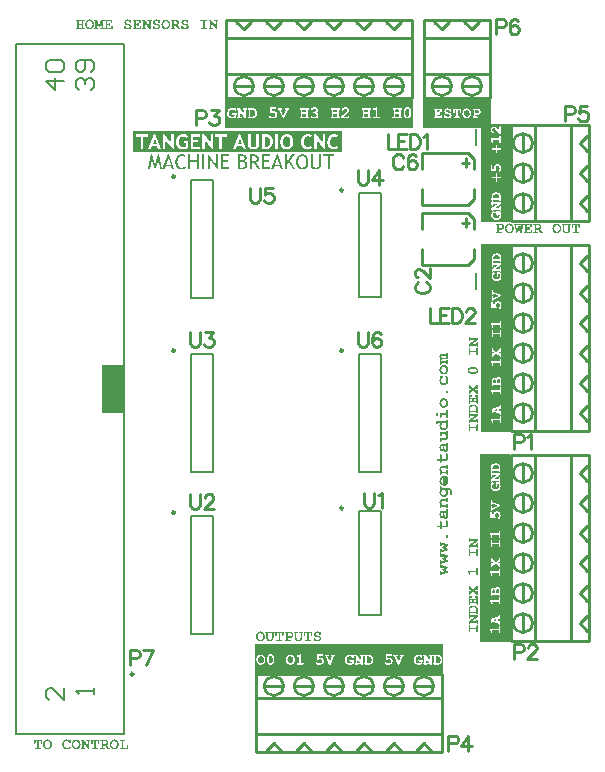
<source format=gto>
%FSAX24Y24*%
%MOIN*%
G70*
G01*
G75*
G04 Layer_Color=65535*
%ADD10R,0.0512X0.0591*%
%ADD11R,0.0866X0.0335*%
%ADD12O,0.0866X0.0236*%
%ADD13C,0.0100*%
%ADD14C,0.0150*%
%ADD15C,0.2500*%
%ADD16C,0.0787*%
%ADD17C,0.0650*%
%ADD18R,0.0650X0.0650*%
%ADD19C,0.0300*%
%ADD20R,0.0394X0.0433*%
%ADD21R,0.0433X0.0394*%
%ADD22C,0.0098*%
%ADD23C,0.0079*%
%ADD24C,0.0059*%
%ADD25R,0.0748X0.1614*%
G36*
X024674Y021516D02*
X024609D01*
Y021589D01*
X024674D01*
Y021516D01*
D02*
G37*
G36*
X024974Y021713D02*
X024977Y021712D01*
X024981Y021711D01*
X024985Y021710D01*
X024989Y021707D01*
X024992Y021704D01*
Y021703D01*
X024993Y021702D01*
X024995Y021700D01*
X024996Y021697D01*
X024997Y021692D01*
X024999Y021687D01*
X024999Y021680D01*
X025000Y021672D01*
Y021462D01*
Y021461D01*
Y021458D01*
X024999Y021454D01*
X024999Y021449D01*
X024997Y021439D01*
X024995Y021433D01*
X024992Y021429D01*
X024991Y021429D01*
X024991Y021428D01*
X024989Y021427D01*
X024986Y021425D01*
X024979Y021421D01*
X024974Y021421D01*
X024969Y021420D01*
X024967D01*
X024965Y021421D01*
X024961Y021421D01*
X024954Y021424D01*
X024950Y021426D01*
X024947Y021429D01*
X024946Y021430D01*
X024945Y021431D01*
X024944Y021433D01*
X024942Y021437D01*
X024941Y021441D01*
X024939Y021447D01*
X024939Y021454D01*
X024938Y021462D01*
Y021536D01*
X024788D01*
Y021486D01*
Y021485D01*
Y021482D01*
X024788Y021478D01*
X024787Y021473D01*
X024785Y021463D01*
X024783Y021457D01*
X024780Y021453D01*
X024780Y021453D01*
X024779Y021452D01*
X024777Y021451D01*
X024774Y021449D01*
X024767Y021445D01*
X024762Y021445D01*
X024758Y021444D01*
X024755D01*
X024753Y021445D01*
X024750Y021445D01*
X024742Y021448D01*
X024738Y021450D01*
X024735Y021453D01*
X024734Y021454D01*
X024734Y021455D01*
X024732Y021457D01*
X024730Y021461D01*
X024729Y021465D01*
X024728Y021471D01*
X024727Y021478D01*
X024726Y021486D01*
Y021598D01*
X024938D01*
Y021672D01*
Y021673D01*
Y021676D01*
X024939Y021680D01*
X024939Y021685D01*
X024941Y021695D01*
X024944Y021700D01*
X024947Y021704D01*
X024947Y021704D01*
X024948Y021705D01*
X024950Y021707D01*
X024953Y021709D01*
X024960Y021712D01*
X024964Y021713D01*
X024969Y021714D01*
X024971D01*
X024974Y021713D01*
D02*
G37*
G36*
Y021390D02*
X024977Y021389D01*
X024981Y021388D01*
X024985Y021387D01*
X024989Y021384D01*
X024992Y021381D01*
Y021380D01*
X024993Y021379D01*
X024995Y021377D01*
X024996Y021373D01*
X024997Y021369D01*
X024999Y021363D01*
X024999Y021357D01*
X025000Y021349D01*
Y021276D01*
X024985D01*
X024985Y021276D01*
X024987Y021272D01*
X024989Y021268D01*
X024992Y021263D01*
X024995Y021256D01*
X024998Y021248D01*
X025003Y021232D01*
Y021230D01*
X025005Y021228D01*
X025005Y021223D01*
X025007Y021217D01*
X025008Y021210D01*
X025009Y021202D01*
X025010Y021194D01*
Y021184D01*
Y021184D01*
Y021181D01*
Y021178D01*
X025009Y021173D01*
X025009Y021167D01*
X025008Y021160D01*
X025007Y021152D01*
X025005Y021144D01*
X025000Y021126D01*
X024997Y021117D01*
X024993Y021108D01*
X024989Y021098D01*
X024983Y021090D01*
X024977Y021080D01*
X024970Y021072D01*
X024969Y021072D01*
X024968Y021070D01*
X024966Y021068D01*
X024963Y021066D01*
X024959Y021062D01*
X024954Y021059D01*
X024949Y021055D01*
X024943Y021052D01*
X024935Y021048D01*
X024928Y021044D01*
X024911Y021037D01*
X024901Y021034D01*
X024891Y021033D01*
X024881Y021031D01*
X024870Y021030D01*
X024864D01*
X024859Y021031D01*
X024854Y021032D01*
X024848Y021033D01*
X024841Y021034D01*
X024834Y021036D01*
X024816Y021041D01*
X024808Y021044D01*
X024798Y021049D01*
X024790Y021054D01*
X024780Y021060D01*
X024772Y021066D01*
X024763Y021074D01*
X024762Y021075D01*
X024761Y021076D01*
X024759Y021079D01*
X024756Y021082D01*
X024752Y021087D01*
X024749Y021092D01*
X024745Y021098D01*
X024740Y021105D01*
X024736Y021112D01*
X024732Y021120D01*
X024729Y021130D01*
X024725Y021139D01*
X024722Y021149D01*
X024720Y021160D01*
X024719Y021171D01*
X024718Y021183D01*
Y021184D01*
Y021187D01*
X024719Y021192D01*
Y021198D01*
X024720Y021205D01*
X024722Y021213D01*
X024724Y021222D01*
X024726Y021230D01*
Y021232D01*
X024728Y021234D01*
X024730Y021239D01*
X024732Y021245D01*
X024735Y021252D01*
X024739Y021260D01*
X024743Y021268D01*
X024748Y021276D01*
X024671D01*
Y021266D01*
Y021265D01*
Y021262D01*
X024670Y021258D01*
X024670Y021253D01*
X024668Y021242D01*
X024666Y021237D01*
X024663Y021233D01*
X024662Y021232D01*
X024662Y021232D01*
X024660Y021230D01*
X024657Y021228D01*
X024650Y021225D01*
X024645Y021224D01*
X024640Y021224D01*
X024638D01*
X024636Y021224D01*
X024632Y021225D01*
X024625Y021228D01*
X024621Y021230D01*
X024618Y021233D01*
X024617Y021234D01*
X024616Y021235D01*
X024615Y021237D01*
X024613Y021240D01*
X024612Y021245D01*
X024610Y021251D01*
X024610Y021258D01*
X024609Y021266D01*
Y021338D01*
X024938D01*
Y021349D01*
Y021350D01*
Y021353D01*
X024939Y021357D01*
X024939Y021361D01*
X024941Y021372D01*
X024944Y021377D01*
X024947Y021381D01*
X024947Y021381D01*
X024948Y021382D01*
X024950Y021384D01*
X024953Y021386D01*
X024960Y021389D01*
X024964Y021390D01*
X024969Y021391D01*
X024971D01*
X024974Y021390D01*
D02*
G37*
G36*
X024947Y022843D02*
X024951Y022842D01*
X024957Y022840D01*
X024963Y022837D01*
X024969Y022831D01*
X024976Y022824D01*
X024979Y022820D01*
X024983Y022815D01*
Y022814D01*
X024984Y022813D01*
X024985Y022811D01*
X024987Y022807D01*
X024989Y022803D01*
X024991Y022797D01*
X024994Y022791D01*
X024996Y022784D01*
X024999Y022776D01*
X025001Y022767D01*
X025003Y022757D01*
X025006Y022746D01*
X025007Y022734D01*
X025009Y022721D01*
X025010Y022708D01*
Y022694D01*
Y022693D01*
Y022690D01*
Y022687D01*
X025009Y022682D01*
Y022676D01*
X025009Y022669D01*
X025007Y022661D01*
X025006Y022653D01*
X025003Y022635D01*
X024997Y022616D01*
X024990Y022598D01*
X024986Y022590D01*
X024981Y022582D01*
X024980Y022581D01*
X024979Y022580D01*
X024977Y022577D01*
X024973Y022573D01*
X024969Y022569D01*
X024964Y022564D01*
X024959Y022560D01*
X024952Y022555D01*
X024945Y022550D01*
X024936Y022545D01*
X024927Y022540D01*
X024917Y022536D01*
X024907Y022533D01*
X024895Y022530D01*
X024883Y022528D01*
X024871Y022528D01*
X024864D01*
X024859Y022528D01*
X024854Y022529D01*
X024847Y022530D01*
X024840Y022531D01*
X024832Y022533D01*
X024815Y022538D01*
X024806Y022542D01*
X024797Y022546D01*
X024788Y022551D01*
X024779Y022557D01*
X024770Y022564D01*
X024762Y022571D01*
X024761Y022572D01*
X024760Y022573D01*
X024758Y022576D01*
X024755Y022579D01*
X024752Y022584D01*
X024748Y022589D01*
X024744Y022595D01*
X024740Y022602D01*
X024736Y022610D01*
X024732Y022618D01*
X024728Y022628D01*
X024725Y022638D01*
X024722Y022649D01*
X024720Y022660D01*
X024719Y022673D01*
X024718Y022686D01*
Y022687D01*
Y022690D01*
Y022695D01*
X024719Y022701D01*
X024720Y022709D01*
X024720Y022717D01*
X024724Y022733D01*
Y022735D01*
X024724Y022737D01*
X024726Y022741D01*
X024727Y022747D01*
X024729Y022753D01*
X024732Y022760D01*
X024738Y022774D01*
X024737Y022775D01*
X024736Y022776D01*
X024734Y022778D01*
X024732Y022781D01*
X024728Y022788D01*
X024728Y022792D01*
X024727Y022797D01*
Y022797D01*
Y022799D01*
X024728Y022801D01*
X024728Y022805D01*
X024730Y022808D01*
X024731Y022811D01*
X024734Y022815D01*
X024737Y022819D01*
X024738Y022819D01*
X024739Y022820D01*
X024741Y022821D01*
X024744Y022823D01*
X024749Y022825D01*
X024754Y022826D01*
X024760Y022827D01*
X024768Y022827D01*
X024812D01*
X024816Y022827D01*
X024820Y022826D01*
X024831Y022824D01*
X024836Y022821D01*
X024839Y022819D01*
X024840Y022818D01*
X024841Y022817D01*
X024842Y022815D01*
X024844Y022813D01*
X024847Y022805D01*
X024848Y022801D01*
X024849Y022796D01*
Y022795D01*
Y022794D01*
X024848Y022791D01*
Y022789D01*
X024846Y022782D01*
X024842Y022775D01*
X024841Y022774D01*
X024839Y022773D01*
X024838Y022771D01*
X024834Y022769D01*
X024831Y022768D01*
X024826Y022766D01*
X024820Y022765D01*
X024820D01*
X024818Y022764D01*
X024814Y022763D01*
X024810Y022761D01*
X024806Y022759D01*
X024802Y022756D01*
X024798Y022752D01*
X024795Y022747D01*
X024794Y022746D01*
X024793Y022743D01*
X024790Y022738D01*
X024788Y022731D01*
X024785Y022722D01*
X024782Y022711D01*
X024781Y022699D01*
X024780Y022686D01*
Y022685D01*
Y022684D01*
Y022682D01*
X024781Y022678D01*
Y022675D01*
X024782Y022670D01*
X024784Y022660D01*
X024786Y022649D01*
X024791Y022638D01*
X024798Y022626D01*
X024806Y022616D01*
X024808Y022614D01*
X024811Y022612D01*
X024816Y022608D01*
X024824Y022603D01*
X024833Y022598D01*
X024844Y022594D01*
X024857Y022591D01*
X024871Y022590D01*
X024874D01*
X024877Y022590D01*
X024883Y022591D01*
X024891Y022593D01*
X024900Y022596D01*
X024910Y022600D01*
X024919Y022606D01*
X024927Y022614D01*
X024928Y022616D01*
X024931Y022619D01*
X024934Y022626D01*
X024936Y022630D01*
X024937Y022634D01*
X024939Y022640D01*
X024941Y022646D01*
X024943Y022653D01*
X024945Y022660D01*
X024946Y022669D01*
X024947Y022678D01*
X024948Y022688D01*
Y022698D01*
Y022699D01*
Y022700D01*
Y022702D01*
Y022705D01*
X024947Y022711D01*
Y022721D01*
X024946Y022730D01*
X024945Y022741D01*
X024943Y022751D01*
X024941Y022761D01*
Y022761D01*
X024939Y022763D01*
X024939Y022766D01*
X024937Y022769D01*
X024931Y022779D01*
X024924Y022788D01*
X024923Y022789D01*
X024922Y022790D01*
X024920Y022793D01*
X024918Y022796D01*
X024914Y022804D01*
X024913Y022808D01*
X024912Y022812D01*
Y022813D01*
Y022814D01*
X024913Y022817D01*
X024913Y022819D01*
X024915Y022823D01*
X024916Y022827D01*
X024919Y022831D01*
X024922Y022834D01*
X024923Y022835D01*
X024923Y022835D01*
X024925Y022837D01*
X024928Y022839D01*
X024935Y022842D01*
X024939Y022843D01*
X024944Y022843D01*
X024945D01*
X024947Y022843D01*
D02*
G37*
G36*
X024975Y022354D02*
X024979Y022353D01*
X024984Y022351D01*
X024989Y022349D01*
X024994Y022346D01*
X024999Y022342D01*
X024999Y022341D01*
X025001Y022340D01*
X025002Y022337D01*
X025004Y022333D01*
X025007Y022329D01*
X025008Y022323D01*
X025009Y022316D01*
X025010Y022308D01*
Y022307D01*
Y022305D01*
X025009Y022301D01*
X025009Y022296D01*
X025007Y022291D01*
X025005Y022285D01*
X025003Y022279D01*
X024999Y022274D01*
X024998Y022273D01*
X024997Y022272D01*
X024994Y022270D01*
X024991Y022268D01*
X024986Y022266D01*
X024981Y022264D01*
X024975Y022263D01*
X024969Y022262D01*
X024967D01*
X024963Y022263D01*
X024959Y022263D01*
X024955Y022265D01*
X024949Y022267D01*
X024945Y022270D01*
X024940Y022274D01*
X024939Y022275D01*
X024938Y022277D01*
X024936Y022279D01*
X024934Y022283D01*
X024932Y022288D01*
X024930Y022294D01*
X024929Y022301D01*
X024928Y022308D01*
Y022309D01*
Y022311D01*
X024929Y022315D01*
X024929Y022321D01*
X024931Y022326D01*
X024933Y022331D01*
X024936Y022337D01*
X024940Y022342D01*
X024941Y022343D01*
X024942Y022344D01*
X024945Y022346D01*
X024948Y022349D01*
X024953Y022351D01*
X024957Y022353D01*
X024963Y022354D01*
X024969Y022355D01*
X024972D01*
X024975Y022354D01*
D02*
G37*
G36*
X024881Y022097D02*
X024891Y022095D01*
X024901Y022093D01*
X024913Y022089D01*
X024925Y022085D01*
X024937Y022078D01*
X024938D01*
X024939Y022077D01*
X024943Y022074D01*
X024949Y022069D01*
X024957Y022063D01*
X024965Y022055D01*
X024974Y022045D01*
X024983Y022033D01*
X024991Y022019D01*
Y022018D01*
X024991Y022017D01*
X024993Y022015D01*
X024993Y022012D01*
X024995Y022009D01*
X024997Y022004D01*
X025000Y021994D01*
X025004Y021982D01*
X025007Y021968D01*
X025009Y021954D01*
X025010Y021938D01*
Y021937D01*
Y021936D01*
Y021934D01*
Y021930D01*
X025009Y021927D01*
X025009Y021922D01*
X025007Y021912D01*
X025005Y021900D01*
X025002Y021886D01*
X024997Y021872D01*
X024991Y021857D01*
Y021856D01*
X024990Y021855D01*
X024989Y021853D01*
X024987Y021851D01*
X024983Y021844D01*
X024977Y021835D01*
X024969Y021826D01*
X024960Y021816D01*
X024950Y021806D01*
X024938Y021798D01*
X024937D01*
X024937Y021798D01*
X024935Y021796D01*
X024932Y021795D01*
X024925Y021792D01*
X024917Y021788D01*
X024906Y021785D01*
X024895Y021782D01*
X024881Y021779D01*
X024868Y021778D01*
X024864D01*
X024861Y021779D01*
X024854Y021780D01*
X024845Y021781D01*
X024834Y021783D01*
X024822Y021787D01*
X024809Y021792D01*
X024796Y021798D01*
X024795D01*
X024794Y021799D01*
X024792Y021800D01*
X024790Y021802D01*
X024783Y021807D01*
X024775Y021814D01*
X024766Y021822D01*
X024756Y021832D01*
X024748Y021844D01*
X024739Y021857D01*
Y021858D01*
X024738Y021859D01*
X024737Y021861D01*
X024736Y021864D01*
X024734Y021867D01*
X024732Y021872D01*
X024728Y021882D01*
X024725Y021894D01*
X024722Y021908D01*
X024719Y021922D01*
X024718Y021938D01*
Y021938D01*
Y021940D01*
Y021942D01*
Y021945D01*
X024719Y021949D01*
X024720Y021953D01*
X024721Y021964D01*
X024724Y021976D01*
X024727Y021990D01*
X024732Y022004D01*
X024740Y022019D01*
Y022020D01*
X024740Y022021D01*
X024742Y022023D01*
X024744Y022025D01*
X024748Y022032D01*
X024754Y022041D01*
X024762Y022051D01*
X024772Y022060D01*
X024784Y022070D01*
X024796Y022078D01*
X024797D01*
X024798Y022079D01*
X024800Y022080D01*
X024802Y022081D01*
X024810Y022085D01*
X024818Y022088D01*
X024829Y022092D01*
X024841Y022095D01*
X024855Y022097D01*
X024869Y022098D01*
X024875D01*
X024881Y022097D01*
D02*
G37*
G36*
X024974Y020999D02*
X024977Y020999D01*
X024981Y020997D01*
X024985Y020996D01*
X024989Y020993D01*
X024992Y020990D01*
Y020989D01*
X024993Y020988D01*
X024995Y020986D01*
X024996Y020983D01*
X024997Y020978D01*
X024999Y020973D01*
X024999Y020966D01*
X025000Y020958D01*
Y020896D01*
X024986D01*
X024987Y020895D01*
X024988Y020891D01*
X024990Y020886D01*
X024993Y020879D01*
X024995Y020872D01*
X024999Y020863D01*
X025004Y020845D01*
Y020843D01*
X025005Y020841D01*
X025006Y020836D01*
X025007Y020830D01*
X025008Y020823D01*
X025009Y020815D01*
X025010Y020799D01*
Y020798D01*
Y020794D01*
X025009Y020789D01*
X025009Y020781D01*
X025007Y020773D01*
X025005Y020764D01*
X025001Y020755D01*
X024997Y020746D01*
X024997Y020745D01*
X024995Y020743D01*
X024992Y020739D01*
X024988Y020733D01*
X024983Y020728D01*
X024977Y020722D01*
X024970Y020717D01*
X024962Y020711D01*
X024961Y020711D01*
X024959Y020710D01*
X024955Y020709D01*
X024951Y020707D01*
X024945Y020705D01*
X024938Y020703D01*
X024930Y020703D01*
X024921Y020702D01*
X024788D01*
Y020691D01*
Y020691D01*
Y020688D01*
X024788Y020684D01*
X024787Y020679D01*
X024785Y020668D01*
X024783Y020663D01*
X024780Y020659D01*
X024780Y020658D01*
X024779Y020658D01*
X024777Y020656D01*
X024774Y020654D01*
X024767Y020651D01*
X024762Y020650D01*
X024758Y020650D01*
X024755D01*
X024753Y020650D01*
X024750Y020651D01*
X024742Y020654D01*
X024738Y020656D01*
X024735Y020659D01*
X024734Y020660D01*
X024734Y020661D01*
X024732Y020663D01*
X024730Y020666D01*
X024729Y020671D01*
X024728Y020677D01*
X024727Y020684D01*
X024726Y020691D01*
Y020764D01*
X024913D01*
X024917Y020765D01*
X024921Y020765D01*
X024931Y020768D01*
X024935Y020770D01*
X024939Y020773D01*
X024940Y020774D01*
X024941Y020775D01*
X024942Y020777D01*
X024943Y020781D01*
X024945Y020785D01*
X024947Y020789D01*
X024947Y020795D01*
X024948Y020802D01*
Y020803D01*
Y020805D01*
X024947Y020809D01*
Y020814D01*
X024946Y020820D01*
X024945Y020827D01*
X024943Y020834D01*
X024941Y020842D01*
X024940Y020843D01*
X024939Y020846D01*
X024937Y020851D01*
X024935Y020857D01*
X024931Y020865D01*
X024926Y020874D01*
X024921Y020885D01*
X024914Y020896D01*
X024788D01*
Y020873D01*
Y020873D01*
Y020869D01*
X024788Y020865D01*
X024787Y020861D01*
X024785Y020850D01*
X024783Y020845D01*
X024780Y020841D01*
X024780Y020840D01*
X024779Y020839D01*
X024777Y020838D01*
X024774Y020836D01*
X024767Y020833D01*
X024762Y020832D01*
X024758Y020831D01*
X024755D01*
X024753Y020832D01*
X024750Y020833D01*
X024742Y020835D01*
X024738Y020837D01*
X024735Y020841D01*
X024734Y020841D01*
X024734Y020843D01*
X024732Y020845D01*
X024730Y020848D01*
X024729Y020853D01*
X024728Y020859D01*
X024727Y020865D01*
X024726Y020873D01*
Y020958D01*
X024938D01*
Y020959D01*
Y020962D01*
X024939Y020966D01*
X024939Y020971D01*
X024941Y020981D01*
X024944Y020986D01*
X024947Y020990D01*
X024947Y020991D01*
X024948Y020991D01*
X024950Y020993D01*
X024953Y020995D01*
X024960Y020999D01*
X024964Y020999D01*
X024969Y021000D01*
X024971D01*
X024974Y020999D01*
D02*
G37*
G36*
X024963Y019500D02*
X024965Y019499D01*
X024972Y019497D01*
X024975Y019495D01*
X024979Y019491D01*
X024979Y019491D01*
X024981Y019489D01*
X024983Y019485D01*
X024985Y019479D01*
X024989Y019472D01*
X024991Y019467D01*
X024993Y019461D01*
X024994Y019455D01*
X024996Y019449D01*
X024998Y019441D01*
X025000Y019433D01*
Y019432D01*
X025001Y019431D01*
Y019428D01*
X025001Y019425D01*
X025002Y019421D01*
X025003Y019415D01*
X025005Y019404D01*
X025007Y019390D01*
X025009Y019375D01*
X025009Y019359D01*
X025010Y019343D01*
Y019342D01*
Y019340D01*
Y019336D01*
X025009Y019331D01*
X025009Y019324D01*
X025008Y019317D01*
X025007Y019309D01*
X025005Y019300D01*
X025000Y019282D01*
X024997Y019272D01*
X024993Y019262D01*
X024988Y019252D01*
X024982Y019242D01*
X024976Y019233D01*
X024969Y019224D01*
X024968Y019224D01*
X024967Y019222D01*
X024965Y019220D01*
X024961Y019218D01*
X024957Y019214D01*
X024952Y019210D01*
X024947Y019206D01*
X024940Y019202D01*
X024933Y019198D01*
X024925Y019194D01*
X024907Y019187D01*
X024897Y019184D01*
X024887Y019182D01*
X024877Y019181D01*
X024865Y019180D01*
X024863D01*
X024859Y019181D01*
X024855D01*
X024849Y019182D01*
X024843Y019183D01*
X024836Y019184D01*
X024828Y019186D01*
X024820Y019189D01*
X024811Y019192D01*
X024802Y019196D01*
X024794Y019200D01*
X024784Y019206D01*
X024776Y019212D01*
X024768Y019220D01*
X024760Y019228D01*
X024759Y019229D01*
X024758Y019230D01*
X024756Y019233D01*
X024753Y019237D01*
X024750Y019242D01*
X024746Y019247D01*
X024743Y019253D01*
X024739Y019260D01*
X024735Y019268D01*
X024732Y019276D01*
X024725Y019295D01*
X024722Y019306D01*
X024720Y019316D01*
X024719Y019328D01*
X024718Y019339D01*
Y019340D01*
Y019341D01*
Y019343D01*
Y019346D01*
X024719Y019352D01*
X024720Y019361D01*
X024722Y019372D01*
X024724Y019383D01*
X024727Y019395D01*
X024732Y019407D01*
Y019408D01*
X024732Y019409D01*
X024734Y019413D01*
X024737Y019418D01*
X024740Y019425D01*
X024744Y019433D01*
X024750Y019441D01*
X024755Y019448D01*
X024760Y019455D01*
X024762Y019455D01*
X024764Y019458D01*
X024769Y019462D01*
X024776Y019467D01*
X024784Y019473D01*
X024793Y019479D01*
X024804Y019485D01*
X024816Y019491D01*
X024817Y019491D01*
X024820Y019492D01*
X024824Y019493D01*
X024831Y019495D01*
X024839Y019497D01*
X024847Y019499D01*
X024858Y019499D01*
X024869Y019500D01*
X024895Y019501D01*
Y019247D01*
X024896Y019248D01*
X024899Y019249D01*
X024903Y019251D01*
X024909Y019255D01*
X024915Y019260D01*
X024921Y019265D01*
X024927Y019272D01*
X024933Y019281D01*
X024934Y019282D01*
X024935Y019286D01*
X024938Y019291D01*
X024941Y019298D01*
X024943Y019308D01*
X024946Y019320D01*
X024947Y019333D01*
X024948Y019348D01*
Y019348D01*
Y019349D01*
Y019351D01*
Y019354D01*
X024947Y019357D01*
Y019361D01*
X024947Y019366D01*
X024946Y019371D01*
X024945Y019378D01*
X024945Y019385D01*
X024942Y019400D01*
X024938Y019418D01*
X024933Y019439D01*
Y019440D01*
X024933Y019443D01*
X024931Y019447D01*
X024930Y019451D01*
X024928Y019462D01*
X024927Y019467D01*
Y019471D01*
Y019472D01*
Y019473D01*
X024928Y019475D01*
X024929Y019479D01*
X024931Y019485D01*
X024933Y019489D01*
X024937Y019492D01*
X024937Y019493D01*
X024938Y019493D01*
X024940Y019495D01*
X024943Y019497D01*
X024949Y019499D01*
X024954Y019500D01*
X024959Y019501D01*
X024961D01*
X024963Y019500D01*
D02*
G37*
G36*
X024762Y019157D02*
X024766Y019156D01*
X024769Y019155D01*
X024773Y019154D01*
X024777Y019151D01*
X024780Y019148D01*
Y019147D01*
X024782Y019146D01*
X024783Y019144D01*
X024784Y019140D01*
X024786Y019136D01*
X024787Y019130D01*
X024788Y019124D01*
X024788Y019116D01*
Y019105D01*
X025018D01*
X025024Y019104D01*
X025032Y019103D01*
X025041Y019102D01*
X025050Y019099D01*
X025060Y019096D01*
X025069Y019091D01*
X025071Y019090D01*
X025073Y019088D01*
X025078Y019085D01*
X025084Y019080D01*
X025091Y019074D01*
X025097Y019067D01*
X025105Y019058D01*
X025111Y019048D01*
X025112Y019047D01*
X025114Y019044D01*
X025117Y019038D01*
X025120Y019030D01*
X025123Y019021D01*
X025127Y019010D01*
X025129Y018998D01*
X025129Y018985D01*
Y018915D01*
Y018915D01*
Y018912D01*
X025129Y018908D01*
X025128Y018903D01*
X025125Y018893D01*
X025123Y018888D01*
X025121Y018884D01*
X025120Y018883D01*
X025119Y018883D01*
X025117Y018881D01*
X025115Y018879D01*
X025107Y018876D01*
X025103Y018875D01*
X025098Y018875D01*
X025095D01*
X025093Y018875D01*
X025090Y018876D01*
X025083Y018879D01*
X025079Y018881D01*
X025075Y018884D01*
X025075Y018885D01*
X025074Y018886D01*
X025073Y018888D01*
X025071Y018891D01*
X025070Y018896D01*
X025069Y018901D01*
X025067Y018908D01*
Y018915D01*
Y018984D01*
Y018985D01*
Y018989D01*
X025067Y018994D01*
X025065Y019000D01*
X025063Y019007D01*
X025061Y019014D01*
X025057Y019021D01*
X025052Y019027D01*
X025051Y019028D01*
X025049Y019030D01*
X025046Y019032D01*
X025041Y019035D01*
X025036Y019038D01*
X025029Y019040D01*
X025022Y019042D01*
X025013Y019043D01*
X024984D01*
X024985Y019042D01*
X024986Y019040D01*
X024989Y019036D01*
X024991Y019030D01*
X024995Y019024D01*
X024998Y019017D01*
X025001Y019009D01*
X025003Y019001D01*
Y019001D01*
X025005Y018998D01*
X025005Y018993D01*
X025007Y018988D01*
X025008Y018981D01*
X025009Y018974D01*
X025010Y018958D01*
Y018957D01*
Y018955D01*
Y018952D01*
X025009Y018947D01*
X025009Y018942D01*
X025008Y018936D01*
X025007Y018929D01*
X025005Y018921D01*
X025000Y018904D01*
X024996Y018895D01*
X024992Y018887D01*
X024987Y018877D01*
X024982Y018869D01*
X024975Y018860D01*
X024968Y018852D01*
X024967Y018851D01*
X024966Y018850D01*
X024964Y018848D01*
X024961Y018845D01*
X024957Y018842D01*
X024951Y018839D01*
X024946Y018835D01*
X024939Y018831D01*
X024932Y018827D01*
X024924Y018823D01*
X024907Y018817D01*
X024897Y018814D01*
X024886Y018812D01*
X024875Y018811D01*
X024864Y018810D01*
X024858D01*
X024853Y018811D01*
X024848Y018811D01*
X024842Y018812D01*
X024835Y018813D01*
X024828Y018815D01*
X024811Y018820D01*
X024802Y018824D01*
X024794Y018828D01*
X024785Y018833D01*
X024776Y018838D01*
X024768Y018845D01*
X024760Y018852D01*
X024759Y018853D01*
X024758Y018854D01*
X024756Y018857D01*
X024753Y018860D01*
X024750Y018864D01*
X024746Y018869D01*
X024742Y018875D01*
X024738Y018881D01*
X024734Y018889D01*
X024730Y018897D01*
X024727Y018905D01*
X024724Y018915D01*
X024721Y018925D01*
X024719Y018935D01*
X024718Y018947D01*
X024717Y018958D01*
Y018959D01*
Y018962D01*
X024718Y018967D01*
Y018973D01*
X024719Y018979D01*
X024720Y018987D01*
X024722Y018995D01*
X024724Y019003D01*
Y019003D01*
X024726Y019006D01*
X024727Y019011D01*
X024730Y019016D01*
X024732Y019022D01*
X024736Y019029D01*
X024740Y019036D01*
X024745Y019043D01*
X024726D01*
Y019116D01*
Y019117D01*
Y019120D01*
X024727Y019124D01*
X024728Y019128D01*
X024730Y019139D01*
X024732Y019144D01*
X024735Y019148D01*
X024736Y019148D01*
X024736Y019149D01*
X024738Y019151D01*
X024741Y019153D01*
X024748Y019156D01*
X024752Y019157D01*
X024758Y019158D01*
X024760D01*
X024762Y019157D01*
D02*
G37*
G36*
X024974Y018777D02*
X024977Y018777D01*
X024981Y018775D01*
X024985Y018774D01*
X024989Y018771D01*
X024992Y018768D01*
Y018767D01*
X024993Y018766D01*
X024995Y018764D01*
X024996Y018761D01*
X024997Y018756D01*
X024999Y018751D01*
X024999Y018744D01*
X025000Y018736D01*
Y018674D01*
Y018674D01*
Y018670D01*
X024999Y018666D01*
X024999Y018662D01*
X024997Y018651D01*
X024995Y018646D01*
X024992Y018642D01*
X024991Y018641D01*
X024991Y018640D01*
X024989Y018639D01*
X024986Y018637D01*
X024979Y018634D01*
X024974Y018633D01*
X024969Y018632D01*
X024967D01*
X024965Y018633D01*
X024961Y018634D01*
X024954Y018636D01*
X024950Y018638D01*
X024947Y018642D01*
X024946Y018642D01*
X024945Y018644D01*
X024944Y018646D01*
X024942Y018649D01*
X024941Y018654D01*
X024939Y018660D01*
X024939Y018666D01*
X024938Y018674D01*
X024819D01*
X024816Y018674D01*
X024811Y018673D01*
X024806Y018672D01*
X024802Y018670D01*
X024797Y018667D01*
X024793Y018663D01*
X024792Y018662D01*
X024791Y018660D01*
X024789Y018657D01*
X024786Y018652D01*
X024784Y018646D01*
X024782Y018639D01*
X024781Y018630D01*
X024780Y018620D01*
Y018620D01*
Y018617D01*
X024781Y018613D01*
X024782Y018608D01*
X024782Y018602D01*
X024784Y018596D01*
X024786Y018589D01*
X024789Y018583D01*
X024790Y018582D01*
X024790Y018580D01*
X024793Y018576D01*
X024796Y018572D01*
X024801Y018566D01*
X024807Y018559D01*
X024814Y018551D01*
X024824Y018542D01*
X024938D01*
Y018544D01*
Y018546D01*
Y018550D01*
X024939Y018554D01*
X024941Y018564D01*
X024942Y018568D01*
X024944Y018571D01*
X024945Y018572D01*
X024946Y018573D01*
X024948Y018575D01*
X024951Y018578D01*
X024959Y018582D01*
X024964Y018584D01*
X024969Y018584D01*
X024971D01*
X024974Y018584D01*
X024977Y018583D01*
X024981Y018582D01*
X024985Y018580D01*
X024989Y018578D01*
X024992Y018574D01*
Y018574D01*
X024993Y018572D01*
X024995Y018570D01*
X024996Y018567D01*
X024997Y018562D01*
X024999Y018557D01*
X024999Y018550D01*
X025000Y018542D01*
Y018480D01*
Y018480D01*
Y018476D01*
X024999Y018472D01*
X024999Y018468D01*
X024997Y018457D01*
X024995Y018452D01*
X024992Y018448D01*
X024991Y018447D01*
X024991Y018446D01*
X024989Y018445D01*
X024986Y018443D01*
X024979Y018440D01*
X024974Y018439D01*
X024969Y018438D01*
X024967D01*
X024964Y018439D01*
X024961Y018440D01*
X024957Y018442D01*
X024953Y018444D01*
X024948Y018447D01*
X024944Y018451D01*
X024943Y018452D01*
X024942Y018454D01*
X024941Y018457D01*
X024940Y018461D01*
X024939Y018466D01*
X024938Y018472D01*
Y018480D01*
X024788D01*
Y018480D01*
Y018476D01*
X024788Y018472D01*
X024787Y018468D01*
X024785Y018457D01*
X024783Y018452D01*
X024780Y018448D01*
X024780Y018447D01*
X024779Y018446D01*
X024777Y018445D01*
X024774Y018443D01*
X024767Y018440D01*
X024762Y018439D01*
X024758Y018438D01*
X024755D01*
X024753Y018439D01*
X024750Y018440D01*
X024742Y018442D01*
X024738Y018444D01*
X024735Y018448D01*
X024734Y018448D01*
X024734Y018450D01*
X024732Y018452D01*
X024730Y018455D01*
X024729Y018460D01*
X024728Y018466D01*
X024727Y018472D01*
X024726Y018480D01*
Y018542D01*
X024747D01*
X024746Y018543D01*
X024745Y018545D01*
X024742Y018549D01*
X024739Y018553D01*
X024736Y018558D01*
X024732Y018565D01*
X024726Y018579D01*
X024725Y018580D01*
X024724Y018582D01*
X024723Y018587D01*
X024722Y018592D01*
X024720Y018599D01*
X024720Y018606D01*
X024718Y018615D01*
Y018624D01*
Y018624D01*
Y018626D01*
Y018629D01*
X024719Y018633D01*
X024720Y018638D01*
X024720Y018643D01*
X024722Y018655D01*
X024727Y018669D01*
X024733Y018683D01*
X024737Y018690D01*
X024742Y018698D01*
X024747Y018704D01*
X024753Y018710D01*
X024754Y018711D01*
X024758Y018714D01*
X024764Y018718D01*
X024772Y018723D01*
X024782Y018728D01*
X024794Y018732D01*
X024808Y018735D01*
X024824Y018736D01*
X024938D01*
Y018737D01*
Y018740D01*
X024939Y018744D01*
X024939Y018749D01*
X024941Y018759D01*
X024944Y018764D01*
X024947Y018768D01*
X024947Y018769D01*
X024948Y018769D01*
X024950Y018771D01*
X024953Y018773D01*
X024960Y018777D01*
X024964Y018777D01*
X024969Y018778D01*
X024971D01*
X024974Y018777D01*
D02*
G37*
G36*
Y020626D02*
X024977Y020625D01*
X024981Y020624D01*
X024985Y020622D01*
X024989Y020620D01*
X024992Y020616D01*
Y020616D01*
X024993Y020614D01*
X024995Y020612D01*
X024996Y020609D01*
X024997Y020604D01*
X024999Y020599D01*
X024999Y020592D01*
X025000Y020584D01*
Y020512D01*
X024985D01*
X024986Y020510D01*
X024987Y020508D01*
X024989Y020503D01*
X024993Y020496D01*
X024995Y020489D01*
X024999Y020480D01*
X025001Y020470D01*
X025004Y020460D01*
Y020458D01*
X025005Y020455D01*
X025006Y020450D01*
X025007Y020443D01*
X025008Y020435D01*
X025009Y020426D01*
X025010Y020409D01*
Y020408D01*
Y020407D01*
Y020404D01*
X025009Y020401D01*
Y020396D01*
X025009Y020392D01*
X025007Y020380D01*
X025003Y020367D01*
X024999Y020354D01*
X024993Y020341D01*
X024984Y020328D01*
X024983Y020327D01*
X024979Y020323D01*
X024974Y020318D01*
X024967Y020313D01*
X024958Y020307D01*
X024948Y020302D01*
X024937Y020299D01*
X024932Y020298D01*
X024926Y020297D01*
X024922D01*
X024919Y020298D01*
X024912Y020299D01*
X024902Y020302D01*
X024891Y020307D01*
X024885Y020310D01*
X024879Y020314D01*
X024873Y020319D01*
X024866Y020324D01*
X024859Y020330D01*
X024853Y020337D01*
X024853Y020337D01*
X024852Y020339D01*
X024850Y020341D01*
X024848Y020344D01*
X024845Y020348D01*
X024843Y020353D01*
X024840Y020359D01*
X024837Y020365D01*
X024834Y020372D01*
X024831Y020381D01*
X024828Y020390D01*
X024826Y020400D01*
X024824Y020410D01*
X024822Y020422D01*
X024821Y020434D01*
X024820Y020446D01*
Y020448D01*
Y020451D01*
Y020457D01*
X024821Y020465D01*
X024822Y020474D01*
X024823Y020486D01*
X024825Y020498D01*
X024827Y020512D01*
X024810D01*
X024807Y020511D01*
X024804Y020510D01*
X024800Y020509D01*
X024797Y020506D01*
X024793Y020504D01*
X024790Y020500D01*
X024789Y020499D01*
X024788Y020497D01*
X024787Y020494D01*
X024785Y020490D01*
X024783Y020483D01*
X024782Y020475D01*
X024781Y020466D01*
X024780Y020454D01*
Y020452D01*
Y020449D01*
X024781Y020443D01*
X024782Y020434D01*
X024783Y020424D01*
X024785Y020412D01*
X024788Y020398D01*
X024792Y020382D01*
Y020382D01*
X024792Y020380D01*
X024793Y020377D01*
Y020373D01*
X024794Y020365D01*
X024795Y020357D01*
Y020357D01*
Y020355D01*
X024794Y020353D01*
X024794Y020350D01*
X024791Y020343D01*
X024789Y020339D01*
X024786Y020336D01*
X024786D01*
X024785Y020335D01*
X024783Y020333D01*
X024780Y020332D01*
X024773Y020329D01*
X024768Y020329D01*
X024764Y020328D01*
X024762D01*
X024759Y020329D01*
X024754Y020329D01*
X024750Y020331D01*
X024749Y020331D01*
X024747Y020333D01*
X024744Y020336D01*
X024741Y020339D01*
X024740Y020341D01*
X024740Y020342D01*
X024738Y020344D01*
X024738Y020347D01*
X024736Y020351D01*
X024734Y020356D01*
X024732Y020362D01*
Y020363D01*
X024731Y020366D01*
X024730Y020370D01*
X024729Y020376D01*
X024727Y020383D01*
X024726Y020391D01*
X024722Y020408D01*
Y020410D01*
X024722Y020412D01*
X024721Y020417D01*
X024720Y020423D01*
X024720Y020430D01*
X024719Y020437D01*
X024718Y020452D01*
Y020452D01*
Y020454D01*
Y020457D01*
X024719Y020461D01*
Y020466D01*
X024720Y020472D01*
X024722Y020485D01*
X024724Y020499D01*
X024729Y020514D01*
X024735Y020528D01*
X024744Y020542D01*
Y020542D01*
X024745Y020543D01*
X024748Y020547D01*
X024754Y020552D01*
X024762Y020558D01*
X024771Y020564D01*
X024783Y020569D01*
X024796Y020572D01*
X024804Y020573D01*
X024812Y020574D01*
X024938D01*
Y020584D01*
Y020586D01*
Y020588D01*
X024939Y020592D01*
X024939Y020597D01*
X024941Y020608D01*
X024944Y020612D01*
X024947Y020616D01*
X024947Y020617D01*
X024948Y020618D01*
X024950Y020620D01*
X024953Y020622D01*
X024960Y020625D01*
X024964Y020626D01*
X024969Y020626D01*
X024971D01*
X024974Y020626D01*
D02*
G37*
G36*
X024955Y020265D02*
X024959Y020264D01*
X024961Y020263D01*
X024965Y020261D01*
X024969Y020259D01*
X024972Y020255D01*
X024973Y020255D01*
X024975Y020253D01*
X024977Y020249D01*
X024981Y020243D01*
X024985Y020235D01*
X024989Y020225D01*
X024994Y020212D01*
X024997Y020205D01*
X024999Y020197D01*
Y020197D01*
X024999Y020195D01*
X025000Y020193D01*
X025001Y020190D01*
X025001Y020187D01*
X025002Y020182D01*
X025004Y020172D01*
X025007Y020161D01*
X025008Y020148D01*
X025009Y020136D01*
X025010Y020124D01*
Y020123D01*
Y020121D01*
Y020119D01*
X025009Y020115D01*
Y020110D01*
X025009Y020105D01*
X025007Y020092D01*
X025004Y020078D01*
X024999Y020063D01*
X024993Y020050D01*
X024989Y020044D01*
X024985Y020038D01*
X024984Y020037D01*
X024981Y020034D01*
X024975Y020029D01*
X024969Y020024D01*
X024959Y020019D01*
X024949Y020014D01*
X024937Y020011D01*
X024931Y020010D01*
X024925Y020010D01*
X024788D01*
Y019987D01*
Y019986D01*
Y019984D01*
X024788Y019980D01*
X024787Y019974D01*
X024785Y019964D01*
X024783Y019959D01*
X024780Y019955D01*
X024780Y019954D01*
X024779Y019954D01*
X024777Y019952D01*
X024774Y019950D01*
X024767Y019947D01*
X024762Y019946D01*
X024758Y019946D01*
X024755D01*
X024753Y019946D01*
X024750Y019947D01*
X024742Y019950D01*
X024738Y019952D01*
X024735Y019955D01*
X024734Y019956D01*
X024734Y019957D01*
X024732Y019959D01*
X024730Y019962D01*
X024729Y019967D01*
X024728Y019972D01*
X024727Y019979D01*
X024726Y019987D01*
Y020010D01*
X024667D01*
X024663Y020010D01*
X024658Y020011D01*
X024648Y020013D01*
X024643Y020015D01*
X024639Y020018D01*
X024638Y020018D01*
X024638Y020019D01*
X024636Y020021D01*
X024634Y020024D01*
X024630Y020031D01*
X024630Y020035D01*
X024629Y020040D01*
Y020041D01*
Y020043D01*
X024630Y020045D01*
X024630Y020048D01*
X024632Y020052D01*
X024633Y020055D01*
X024636Y020059D01*
X024639Y020063D01*
X024640Y020063D01*
X024641Y020064D01*
X024643Y020065D01*
X024646Y020067D01*
X024651Y020069D01*
X024656Y020070D01*
X024663Y020071D01*
X024671Y020071D01*
X024726D01*
Y020185D01*
Y020185D01*
Y020188D01*
X024727Y020192D01*
X024728Y020197D01*
X024730Y020207D01*
X024732Y020212D01*
X024735Y020216D01*
X024736Y020217D01*
X024736Y020217D01*
X024738Y020219D01*
X024741Y020221D01*
X024748Y020225D01*
X024752Y020225D01*
X024758Y020226D01*
X024760D01*
X024762Y020225D01*
X024766Y020225D01*
X024769Y020223D01*
X024773Y020222D01*
X024777Y020219D01*
X024780Y020216D01*
Y020215D01*
X024782Y020214D01*
X024783Y020212D01*
X024784Y020209D01*
X024786Y020204D01*
X024787Y020199D01*
X024788Y020193D01*
X024788Y020185D01*
Y020071D01*
X024915D01*
X024919Y020072D01*
X024923Y020073D01*
X024931Y020075D01*
X024935Y020077D01*
X024939Y020079D01*
X024939Y020080D01*
X024940Y020082D01*
X024941Y020085D01*
X024943Y020090D01*
X024945Y020096D01*
X024947Y020103D01*
X024947Y020113D01*
X024948Y020124D01*
Y020125D01*
Y020126D01*
Y020129D01*
X024947Y020132D01*
Y020136D01*
X024947Y020141D01*
X024945Y020153D01*
X024943Y020166D01*
X024939Y020181D01*
X024935Y020196D01*
X024928Y020211D01*
X024927Y020212D01*
X024927Y020214D01*
X024925Y020217D01*
X024924Y020220D01*
X024921Y020228D01*
X024920Y020232D01*
Y020235D01*
Y020236D01*
Y020237D01*
X024921Y020239D01*
X024921Y020243D01*
X024924Y020249D01*
X024926Y020253D01*
X024929Y020256D01*
X024930Y020257D01*
X024931Y020257D01*
X024933Y020259D01*
X024935Y020261D01*
X024943Y020264D01*
X024947Y020265D01*
X024951Y020265D01*
X024953D01*
X024955Y020265D01*
D02*
G37*
G36*
X024974Y019888D02*
X024977Y019888D01*
X024981Y019886D01*
X024985Y019885D01*
X024989Y019882D01*
X024992Y019879D01*
Y019878D01*
X024993Y019877D01*
X024995Y019875D01*
X024996Y019872D01*
X024997Y019867D01*
X024999Y019862D01*
X024999Y019855D01*
X025000Y019847D01*
Y019785D01*
Y019784D01*
Y019781D01*
X024999Y019777D01*
X024999Y019772D01*
X024997Y019762D01*
X024995Y019756D01*
X024992Y019752D01*
X024991Y019752D01*
X024991Y019751D01*
X024989Y019750D01*
X024986Y019748D01*
X024979Y019744D01*
X024974Y019744D01*
X024969Y019743D01*
X024967D01*
X024965Y019744D01*
X024961Y019744D01*
X024954Y019747D01*
X024950Y019749D01*
X024947Y019752D01*
X024946Y019753D01*
X024945Y019754D01*
X024944Y019756D01*
X024942Y019760D01*
X024941Y019764D01*
X024939Y019770D01*
X024939Y019777D01*
X024938Y019785D01*
X024819D01*
X024816Y019784D01*
X024811Y019784D01*
X024806Y019782D01*
X024802Y019780D01*
X024797Y019778D01*
X024793Y019774D01*
X024792Y019773D01*
X024791Y019771D01*
X024789Y019768D01*
X024786Y019763D01*
X024784Y019757D01*
X024782Y019750D01*
X024781Y019741D01*
X024780Y019731D01*
Y019730D01*
Y019728D01*
X024781Y019724D01*
X024782Y019718D01*
X024782Y019712D01*
X024784Y019706D01*
X024786Y019700D01*
X024789Y019694D01*
X024790Y019693D01*
X024790Y019691D01*
X024793Y019687D01*
X024796Y019683D01*
X024801Y019677D01*
X024807Y019670D01*
X024814Y019662D01*
X024824Y019653D01*
X024938D01*
Y019655D01*
Y019657D01*
Y019661D01*
X024939Y019665D01*
X024941Y019675D01*
X024942Y019679D01*
X024944Y019682D01*
X024945Y019683D01*
X024946Y019684D01*
X024948Y019686D01*
X024951Y019689D01*
X024959Y019693D01*
X024964Y019694D01*
X024969Y019695D01*
X024971D01*
X024974Y019694D01*
X024977Y019694D01*
X024981Y019692D01*
X024985Y019691D01*
X024989Y019689D01*
X024992Y019685D01*
Y019685D01*
X024993Y019683D01*
X024995Y019681D01*
X024996Y019678D01*
X024997Y019673D01*
X024999Y019668D01*
X024999Y019661D01*
X025000Y019653D01*
Y019591D01*
Y019591D01*
Y019587D01*
X024999Y019583D01*
X024999Y019579D01*
X024997Y019568D01*
X024995Y019563D01*
X024992Y019559D01*
X024991Y019558D01*
X024991Y019557D01*
X024989Y019556D01*
X024986Y019554D01*
X024979Y019551D01*
X024974Y019550D01*
X024969Y019549D01*
X024967D01*
X024964Y019550D01*
X024961Y019551D01*
X024957Y019553D01*
X024953Y019555D01*
X024948Y019558D01*
X024944Y019562D01*
X024943Y019563D01*
X024942Y019565D01*
X024941Y019568D01*
X024940Y019572D01*
X024939Y019577D01*
X024938Y019583D01*
Y019591D01*
X024788D01*
Y019591D01*
Y019587D01*
X024788Y019583D01*
X024787Y019579D01*
X024785Y019568D01*
X024783Y019563D01*
X024780Y019559D01*
X024780Y019558D01*
X024779Y019557D01*
X024777Y019556D01*
X024774Y019554D01*
X024767Y019551D01*
X024762Y019550D01*
X024758Y019549D01*
X024755D01*
X024753Y019550D01*
X024750Y019551D01*
X024742Y019553D01*
X024738Y019555D01*
X024735Y019559D01*
X024734Y019559D01*
X024734Y019561D01*
X024732Y019563D01*
X024730Y019566D01*
X024729Y019571D01*
X024728Y019577D01*
X024727Y019583D01*
X024726Y019591D01*
Y019653D01*
X024747D01*
X024746Y019654D01*
X024745Y019656D01*
X024742Y019660D01*
X024739Y019664D01*
X024736Y019669D01*
X024732Y019676D01*
X024726Y019690D01*
X024725Y019691D01*
X024724Y019693D01*
X024723Y019698D01*
X024722Y019703D01*
X024720Y019710D01*
X024720Y019717D01*
X024718Y019726D01*
Y019734D01*
Y019735D01*
Y019737D01*
Y019740D01*
X024719Y019744D01*
X024720Y019748D01*
X024720Y019754D01*
X024722Y019766D01*
X024727Y019780D01*
X024733Y019794D01*
X024737Y019801D01*
X024742Y019808D01*
X024747Y019815D01*
X024753Y019821D01*
X024754Y019822D01*
X024758Y019825D01*
X024764Y019829D01*
X024772Y019834D01*
X024782Y019839D01*
X024794Y019843D01*
X024808Y019846D01*
X024824Y019847D01*
X024938D01*
Y019848D01*
Y019851D01*
X024939Y019855D01*
X024939Y019860D01*
X024941Y019870D01*
X024944Y019875D01*
X024947Y019879D01*
X024947Y019880D01*
X024948Y019880D01*
X024950Y019882D01*
X024953Y019884D01*
X024960Y019888D01*
X024964Y019888D01*
X024969Y019889D01*
X024971D01*
X024974Y019888D01*
D02*
G37*
G36*
X024881Y023208D02*
X024891Y023206D01*
X024901Y023204D01*
X024913Y023200D01*
X024925Y023196D01*
X024937Y023189D01*
X024938D01*
X024939Y023188D01*
X024943Y023185D01*
X024949Y023180D01*
X024957Y023174D01*
X024965Y023166D01*
X024974Y023156D01*
X024983Y023144D01*
X024991Y023130D01*
Y023129D01*
X024991Y023128D01*
X024993Y023126D01*
X024993Y023123D01*
X024995Y023120D01*
X024997Y023115D01*
X025000Y023105D01*
X025004Y023093D01*
X025007Y023079D01*
X025009Y023064D01*
X025010Y023048D01*
Y023048D01*
Y023046D01*
Y023044D01*
Y023041D01*
X025009Y023038D01*
X025009Y023033D01*
X025007Y023022D01*
X025005Y023011D01*
X025002Y022997D01*
X024997Y022983D01*
X024991Y022968D01*
Y022967D01*
X024990Y022966D01*
X024989Y022964D01*
X024987Y022962D01*
X024983Y022955D01*
X024977Y022946D01*
X024969Y022937D01*
X024960Y022927D01*
X024950Y022917D01*
X024938Y022909D01*
X024937D01*
X024937Y022909D01*
X024935Y022907D01*
X024932Y022906D01*
X024925Y022903D01*
X024917Y022899D01*
X024906Y022896D01*
X024895Y022893D01*
X024881Y022890D01*
X024868Y022889D01*
X024864D01*
X024861Y022890D01*
X024854Y022891D01*
X024845Y022892D01*
X024834Y022894D01*
X024822Y022898D01*
X024809Y022903D01*
X024796Y022909D01*
X024795D01*
X024794Y022910D01*
X024792Y022911D01*
X024790Y022913D01*
X024783Y022918D01*
X024775Y022925D01*
X024766Y022933D01*
X024756Y022943D01*
X024748Y022955D01*
X024739Y022968D01*
Y022969D01*
X024738Y022970D01*
X024737Y022972D01*
X024736Y022975D01*
X024734Y022978D01*
X024732Y022983D01*
X024728Y022993D01*
X024725Y023005D01*
X024722Y023019D01*
X024719Y023033D01*
X024718Y023048D01*
Y023049D01*
Y023050D01*
Y023052D01*
Y023056D01*
X024719Y023060D01*
X024720Y023064D01*
X024721Y023074D01*
X024724Y023087D01*
X024727Y023101D01*
X024732Y023115D01*
X024740Y023130D01*
Y023130D01*
X024740Y023132D01*
X024742Y023134D01*
X024744Y023136D01*
X024748Y023143D01*
X024754Y023152D01*
X024762Y023162D01*
X024772Y023171D01*
X024784Y023181D01*
X024796Y023189D01*
X024797D01*
X024798Y023190D01*
X024800Y023191D01*
X024802Y023192D01*
X024810Y023196D01*
X024818Y023199D01*
X024829Y023203D01*
X024841Y023206D01*
X024855Y023208D01*
X024869Y023209D01*
X024875D01*
X024881Y023208D01*
D02*
G37*
G36*
X025978Y021232D02*
X025981Y021231D01*
X025983Y021230D01*
X025987Y021229D01*
X025990Y021227D01*
X025993Y021224D01*
Y021223D01*
X025994Y021222D01*
X025995Y021220D01*
X025997Y021218D01*
X025998Y021214D01*
X025999Y021209D01*
X025999Y021203D01*
X026000Y021196D01*
Y021036D01*
Y021035D01*
Y021033D01*
X025999Y021029D01*
X025999Y021025D01*
X025997Y021016D01*
X025995Y021011D01*
X025993Y021008D01*
X025993Y021007D01*
X025992Y021007D01*
X025990Y021006D01*
X025988Y021004D01*
X025982Y021001D01*
X025978Y021001D01*
X025974Y021000D01*
X025971D01*
X025970Y021001D01*
X025967Y021001D01*
X025961Y021003D01*
X025957Y021005D01*
X025954Y021008D01*
X025954Y021009D01*
X025953Y021010D01*
X025952Y021011D01*
X025950Y021014D01*
X025949Y021018D01*
X025948Y021023D01*
X025947Y021029D01*
X025947Y021036D01*
Y021090D01*
X025740D01*
Y021036D01*
Y021035D01*
Y021033D01*
X025739Y021029D01*
X025738Y021025D01*
X025737Y021016D01*
X025735Y021011D01*
X025733Y021008D01*
X025732Y021007D01*
X025732Y021007D01*
X025730Y021006D01*
X025728Y021004D01*
X025721Y021001D01*
X025717Y021001D01*
X025713Y021000D01*
X025711D01*
X025709Y021001D01*
X025707Y021001D01*
X025700Y021003D01*
X025697Y021005D01*
X025694Y021008D01*
X025693Y021009D01*
X025693Y021010D01*
X025692Y021011D01*
X025690Y021014D01*
X025689Y021018D01*
X025688Y021023D01*
X025687Y021029D01*
X025687Y021036D01*
Y021196D01*
Y021198D01*
Y021200D01*
X025687Y021203D01*
X025688Y021207D01*
X025689Y021216D01*
X025692Y021220D01*
X025694Y021224D01*
X025695Y021224D01*
X025695Y021225D01*
X025697Y021227D01*
X025699Y021228D01*
X025705Y021231D01*
X025709Y021232D01*
X025713Y021232D01*
X025715D01*
X025717Y021232D01*
X025720Y021231D01*
X025723Y021230D01*
X025726Y021229D01*
X025730Y021227D01*
X025733Y021224D01*
Y021223D01*
X025734Y021222D01*
X025735Y021220D01*
X025736Y021218D01*
X025737Y021214D01*
X025738Y021209D01*
X025739Y021203D01*
X025740Y021196D01*
Y021143D01*
X025947D01*
Y021196D01*
Y021198D01*
Y021200D01*
X025947Y021203D01*
X025948Y021207D01*
X025950Y021216D01*
X025952Y021220D01*
X025954Y021224D01*
X025955Y021224D01*
X025955Y021225D01*
X025957Y021227D01*
X025959Y021228D01*
X025966Y021231D01*
X025969Y021232D01*
X025974Y021232D01*
X025975D01*
X025978Y021232D01*
D02*
G37*
G36*
X025717Y017431D02*
X025720Y017431D01*
X025723Y017430D01*
X025726Y017429D01*
X025730Y017426D01*
X025733Y017423D01*
Y017423D01*
X025734Y017422D01*
X025735Y017420D01*
X025736Y017417D01*
X025737Y017413D01*
X025738Y017409D01*
X025739Y017403D01*
X025740Y017396D01*
X026000D01*
Y017343D01*
X025787Y017207D01*
X025947D01*
Y017226D01*
Y017228D01*
Y017230D01*
X025947Y017233D01*
X025948Y017237D01*
X025950Y017246D01*
X025952Y017250D01*
X025954Y017254D01*
X025955Y017254D01*
X025955Y017255D01*
X025957Y017257D01*
X025959Y017258D01*
X025966Y017261D01*
X025969Y017262D01*
X025974Y017262D01*
X025975D01*
X025978Y017262D01*
X025981Y017261D01*
X025983Y017260D01*
X025987Y017259D01*
X025990Y017257D01*
X025993Y017254D01*
Y017253D01*
X025994Y017252D01*
X025995Y017250D01*
X025997Y017248D01*
X025998Y017244D01*
X025999Y017239D01*
X025999Y017233D01*
X026000Y017226D01*
Y017154D01*
Y017153D01*
Y017150D01*
X025999Y017147D01*
X025999Y017143D01*
X025997Y017134D01*
X025995Y017129D01*
X025993Y017126D01*
X025993Y017125D01*
X025992Y017125D01*
X025990Y017124D01*
X025988Y017122D01*
X025982Y017119D01*
X025978Y017118D01*
X025974Y017118D01*
X025971D01*
X025970Y017118D01*
X025967Y017119D01*
X025961Y017121D01*
X025957Y017123D01*
X025954Y017126D01*
X025954Y017126D01*
X025953Y017128D01*
X025952Y017129D01*
X025950Y017132D01*
X025949Y017136D01*
X025948Y017141D01*
X025947Y017147D01*
X025947Y017154D01*
X025740D01*
Y017146D01*
Y017145D01*
Y017142D01*
X025739Y017139D01*
X025738Y017135D01*
X025737Y017126D01*
X025735Y017121D01*
X025733Y017118D01*
X025732Y017117D01*
X025732Y017117D01*
X025730Y017116D01*
X025728Y017114D01*
X025721Y017111D01*
X025717Y017110D01*
X025713Y017110D01*
X025711D01*
X025709Y017110D01*
X025707Y017111D01*
X025700Y017113D01*
X025697Y017115D01*
X025694Y017118D01*
X025693Y017118D01*
X025693Y017120D01*
X025692Y017121D01*
X025690Y017124D01*
X025689Y017128D01*
X025688Y017133D01*
X025687Y017139D01*
X025687Y017146D01*
Y017206D01*
X025900Y017343D01*
X025740D01*
Y017323D01*
Y017323D01*
Y017320D01*
X025739Y017317D01*
X025738Y017313D01*
X025737Y017303D01*
X025735Y017299D01*
X025733Y017295D01*
X025732Y017295D01*
X025732Y017294D01*
X025730Y017293D01*
X025728Y017291D01*
X025721Y017289D01*
X025717Y017288D01*
X025713Y017287D01*
X025711D01*
X025709Y017288D01*
X025707Y017289D01*
X025700Y017291D01*
X025697Y017293D01*
X025694Y017295D01*
X025693Y017296D01*
X025693Y017297D01*
X025692Y017299D01*
X025690Y017302D01*
X025689Y017306D01*
X025688Y017311D01*
X025687Y017317D01*
X025687Y017323D01*
Y017396D01*
Y017397D01*
Y017399D01*
X025687Y017403D01*
X025688Y017407D01*
X025689Y017416D01*
X025692Y017420D01*
X025694Y017423D01*
X025695Y017424D01*
X025695Y017425D01*
X025697Y017426D01*
X025699Y017428D01*
X025705Y017431D01*
X025709Y017431D01*
X025713Y017432D01*
X025715D01*
X025717Y017431D01*
D02*
G37*
G36*
X025978Y017072D02*
X025981Y017071D01*
X025983Y017070D01*
X025987Y017069D01*
X025990Y017066D01*
X025993Y017064D01*
Y017063D01*
X025994Y017062D01*
X025995Y017060D01*
X025997Y017057D01*
X025998Y017053D01*
X025999Y017049D01*
X025999Y017043D01*
X026000Y017036D01*
Y016876D01*
Y016875D01*
Y016872D01*
X025999Y016869D01*
X025999Y016865D01*
X025997Y016856D01*
X025995Y016851D01*
X025993Y016848D01*
X025993Y016847D01*
X025992Y016847D01*
X025990Y016846D01*
X025988Y016844D01*
X025982Y016841D01*
X025978Y016840D01*
X025974Y016840D01*
X025971D01*
X025970Y016840D01*
X025967Y016841D01*
X025961Y016843D01*
X025957Y016845D01*
X025954Y016848D01*
X025954Y016848D01*
X025953Y016850D01*
X025952Y016851D01*
X025950Y016854D01*
X025949Y016858D01*
X025948Y016863D01*
X025947Y016869D01*
X025947Y016876D01*
Y016929D01*
X025740D01*
Y016876D01*
Y016875D01*
Y016872D01*
X025739Y016869D01*
X025738Y016865D01*
X025737Y016856D01*
X025735Y016851D01*
X025733Y016848D01*
X025732Y016847D01*
X025732Y016847D01*
X025730Y016846D01*
X025728Y016844D01*
X025721Y016841D01*
X025717Y016840D01*
X025713Y016840D01*
X025711D01*
X025709Y016840D01*
X025707Y016841D01*
X025700Y016843D01*
X025697Y016845D01*
X025694Y016848D01*
X025693Y016848D01*
X025693Y016850D01*
X025692Y016851D01*
X025690Y016854D01*
X025689Y016858D01*
X025688Y016863D01*
X025687Y016869D01*
X025687Y016876D01*
Y017036D01*
Y017037D01*
Y017040D01*
X025687Y017043D01*
X025688Y017047D01*
X025689Y017056D01*
X025692Y017060D01*
X025694Y017064D01*
X025695Y017064D01*
X025695Y017065D01*
X025697Y017066D01*
X025699Y017068D01*
X025705Y017071D01*
X025709Y017072D01*
X025713Y017072D01*
X025715D01*
X025717Y017072D01*
X025720Y017071D01*
X025723Y017070D01*
X025726Y017069D01*
X025730Y017066D01*
X025733Y017064D01*
Y017063D01*
X025734Y017062D01*
X025735Y017060D01*
X025736Y017057D01*
X025737Y017053D01*
X025738Y017049D01*
X025739Y017043D01*
X025740Y017036D01*
Y016983D01*
X025947D01*
Y017036D01*
Y017037D01*
Y017040D01*
X025947Y017043D01*
X025948Y017047D01*
X025950Y017056D01*
X025952Y017060D01*
X025954Y017064D01*
X025955Y017064D01*
X025955Y017065D01*
X025957Y017066D01*
X025959Y017068D01*
X025966Y017071D01*
X025969Y017072D01*
X025974Y017072D01*
X025975D01*
X025978Y017072D01*
D02*
G37*
G36*
X026000Y021954D02*
Y021953D01*
Y021950D01*
X025999Y021947D01*
X025999Y021943D01*
X025997Y021934D01*
X025995Y021929D01*
X025993Y021926D01*
X025993Y021925D01*
X025992Y021924D01*
X025990Y021923D01*
X025988Y021922D01*
X025982Y021919D01*
X025978Y021918D01*
X025974Y021918D01*
X025971D01*
X025970Y021918D01*
X025967Y021919D01*
X025961Y021921D01*
X025957Y021923D01*
X025954Y021926D01*
X025954Y021926D01*
X025953Y021927D01*
X025952Y021929D01*
X025950Y021932D01*
X025949Y021936D01*
X025948Y021941D01*
X025947Y021947D01*
X025947Y021954D01*
Y021962D01*
X025740D01*
Y021954D01*
Y021953D01*
Y021950D01*
X025739Y021947D01*
X025738Y021943D01*
X025737Y021934D01*
X025735Y021929D01*
X025733Y021926D01*
X025732Y021925D01*
X025732Y021924D01*
X025730Y021923D01*
X025728Y021922D01*
X025721Y021919D01*
X025717Y021918D01*
X025713Y021918D01*
X025711D01*
X025709Y021918D01*
X025707Y021919D01*
X025700Y021921D01*
X025697Y021923D01*
X025694Y021926D01*
X025693Y021926D01*
X025693Y021927D01*
X025692Y021929D01*
X025690Y021932D01*
X025689Y021936D01*
X025688Y021941D01*
X025687Y021947D01*
X025687Y021954D01*
X025687Y022192D01*
X025770D01*
X025774Y022191D01*
X025778Y022191D01*
X025787Y022189D01*
X025792Y022187D01*
X025795Y022184D01*
X025796Y022184D01*
X025796Y022183D01*
X025797Y022181D01*
X025799Y022179D01*
X025802Y022173D01*
X025802Y022169D01*
X025803Y022165D01*
Y022164D01*
Y022163D01*
X025802Y022161D01*
X025802Y022158D01*
X025800Y022152D01*
X025798Y022148D01*
X025795Y022145D01*
X025794D01*
X025793Y022144D01*
X025792Y022143D01*
X025789Y022142D01*
X025785Y022141D01*
X025780Y022140D01*
X025774Y022139D01*
X025767Y022139D01*
X025740D01*
Y022015D01*
X025816D01*
Y022061D01*
X025810D01*
X025806Y022061D01*
X025797Y022063D01*
X025794Y022064D01*
X025792Y022065D01*
X025791Y022066D01*
X025790Y022067D01*
X025788Y022069D01*
X025786Y022072D01*
X025782Y022079D01*
X025781Y022083D01*
X025780Y022087D01*
Y022088D01*
Y022089D01*
X025781Y022091D01*
X025781Y022094D01*
X025782Y022097D01*
X025784Y022100D01*
X025786Y022104D01*
X025789Y022107D01*
X025789Y022107D01*
X025790Y022108D01*
X025792Y022109D01*
X025795Y022111D01*
X025799Y022112D01*
X025804Y022113D01*
X025809Y022113D01*
X025816Y022114D01*
X025876D01*
X025880Y022113D01*
X025884Y022113D01*
X025888Y022112D01*
X025892Y022111D01*
X025894Y022109D01*
X025895Y022108D01*
X025896Y022107D01*
X025898Y022105D01*
X025900Y022103D01*
X025903Y022096D01*
X025905Y022092D01*
X025905Y022087D01*
Y022087D01*
Y022085D01*
X025905Y022083D01*
X025904Y022080D01*
X025902Y022077D01*
X025901Y022073D01*
X025898Y022069D01*
X025894Y022065D01*
X025893Y022065D01*
X025892Y022064D01*
X025889Y022063D01*
X025886Y022063D01*
X025882Y022061D01*
X025876Y022061D01*
X025869D01*
Y022015D01*
X025947D01*
Y022149D01*
X025915D01*
X025911Y022150D01*
X025907Y022151D01*
X025898Y022152D01*
X025894Y022154D01*
X025891Y022156D01*
X025890Y022157D01*
X025890Y022157D01*
X025888Y022159D01*
X025886Y022161D01*
X025884Y022168D01*
X025883Y022172D01*
X025882Y022176D01*
Y022176D01*
Y022178D01*
X025883Y022180D01*
X025884Y022183D01*
X025885Y022186D01*
X025886Y022189D01*
X025888Y022192D01*
X025891Y022195D01*
X025892Y022196D01*
X025893Y022196D01*
X025894Y022197D01*
X025897Y022199D01*
X025901Y022200D01*
X025906Y022201D01*
X025911Y022202D01*
X025918Y022203D01*
X026000D01*
Y021954D01*
D02*
G37*
G36*
X025874Y021884D02*
X025882Y021883D01*
X025892Y021882D01*
X025901Y021880D01*
X025911Y021877D01*
X025922Y021873D01*
X025923Y021872D01*
X025926Y021871D01*
X025931Y021868D01*
X025937Y021865D01*
X025943Y021860D01*
X025950Y021855D01*
X025957Y021850D01*
X025964Y021843D01*
X025965Y021842D01*
X025967Y021840D01*
X025970Y021836D01*
X025973Y021831D01*
X025977Y021826D01*
X025981Y021821D01*
X025985Y021814D01*
X025988Y021808D01*
Y021807D01*
X025989Y021807D01*
X025989Y021805D01*
X025990Y021803D01*
X025992Y021798D01*
X025994Y021790D01*
X025996Y021780D01*
X025998Y021769D01*
X025999Y021755D01*
X026000Y021741D01*
Y021633D01*
Y021633D01*
Y021630D01*
X025999Y021626D01*
X025999Y021622D01*
X025997Y021613D01*
X025995Y021609D01*
X025993Y021605D01*
X025993Y021605D01*
X025992Y021604D01*
X025990Y021603D01*
X025988Y021601D01*
X025982Y021598D01*
X025978Y021598D01*
X025974Y021597D01*
X025971D01*
X025970Y021598D01*
X025967Y021598D01*
X025961Y021601D01*
X025957Y021602D01*
X025954Y021605D01*
X025954Y021606D01*
X025953Y021607D01*
X025952Y021609D01*
X025950Y021612D01*
X025949Y021616D01*
X025948Y021621D01*
X025947Y021626D01*
X025947Y021633D01*
X025740D01*
Y021633D01*
Y021630D01*
X025739Y021626D01*
X025738Y021622D01*
X025737Y021613D01*
X025735Y021609D01*
X025733Y021605D01*
X025732Y021605D01*
X025732Y021604D01*
X025730Y021603D01*
X025728Y021601D01*
X025721Y021598D01*
X025717Y021598D01*
X025713Y021597D01*
X025711D01*
X025709Y021598D01*
X025707Y021598D01*
X025700Y021601D01*
X025697Y021602D01*
X025694Y021605D01*
X025693Y021606D01*
X025693Y021607D01*
X025692Y021609D01*
X025690Y021612D01*
X025689Y021616D01*
X025688Y021621D01*
X025687Y021626D01*
X025687Y021633D01*
X025687Y021745D01*
Y021746D01*
Y021746D01*
Y021750D01*
X025688Y021755D01*
X025688Y021761D01*
X025689Y021769D01*
X025691Y021778D01*
X025693Y021787D01*
X025697Y021796D01*
Y021797D01*
X025697Y021797D01*
X025699Y021800D01*
X025700Y021805D01*
X025703Y021810D01*
X025707Y021817D01*
X025710Y021823D01*
X025716Y021830D01*
X025721Y021836D01*
X025721Y021837D01*
X025723Y021838D01*
X025725Y021841D01*
X025729Y021843D01*
X025733Y021847D01*
X025738Y021851D01*
X025745Y021855D01*
X025752Y021860D01*
X025752Y021860D01*
X025755Y021862D01*
X025759Y021864D01*
X025764Y021867D01*
X025770Y021870D01*
X025776Y021873D01*
X025783Y021876D01*
X025790Y021879D01*
X025791Y021879D01*
X025794Y021880D01*
X025798Y021881D01*
X025803Y021882D01*
X025810Y021883D01*
X025818Y021884D01*
X025827Y021885D01*
X025868D01*
X025874Y021884D01*
D02*
G37*
G36*
X025717Y021592D02*
X025720Y021591D01*
X025723Y021590D01*
X025726Y021589D01*
X025730Y021586D01*
X025733Y021584D01*
Y021583D01*
X025734Y021582D01*
X025735Y021580D01*
X025736Y021577D01*
X025737Y021573D01*
X025738Y021569D01*
X025739Y021563D01*
X025740Y021556D01*
X026000D01*
Y021504D01*
X025787Y021367D01*
X025947D01*
Y021387D01*
Y021388D01*
Y021390D01*
X025947Y021393D01*
X025948Y021397D01*
X025950Y021407D01*
X025952Y021411D01*
X025954Y021414D01*
X025955Y021415D01*
X025955Y021415D01*
X025957Y021417D01*
X025959Y021419D01*
X025966Y021421D01*
X025969Y021422D01*
X025974Y021423D01*
X025975D01*
X025978Y021422D01*
X025981Y021421D01*
X025983Y021420D01*
X025987Y021419D01*
X025990Y021417D01*
X025993Y021414D01*
Y021413D01*
X025994Y021412D01*
X025995Y021411D01*
X025997Y021408D01*
X025998Y021404D01*
X025999Y021399D01*
X025999Y021393D01*
X026000Y021387D01*
Y021314D01*
Y021313D01*
Y021311D01*
X025999Y021307D01*
X025999Y021303D01*
X025997Y021294D01*
X025995Y021290D01*
X025993Y021286D01*
X025993Y021286D01*
X025992Y021285D01*
X025990Y021284D01*
X025988Y021282D01*
X025982Y021279D01*
X025978Y021279D01*
X025974Y021278D01*
X025971D01*
X025970Y021279D01*
X025967Y021279D01*
X025961Y021281D01*
X025957Y021283D01*
X025954Y021286D01*
X025954Y021287D01*
X025953Y021288D01*
X025952Y021290D01*
X025950Y021292D01*
X025949Y021296D01*
X025948Y021301D01*
X025947Y021307D01*
X025947Y021314D01*
X025740D01*
Y021306D01*
Y021305D01*
Y021303D01*
X025739Y021299D01*
X025738Y021295D01*
X025737Y021286D01*
X025735Y021281D01*
X025733Y021278D01*
X025732Y021278D01*
X025732Y021277D01*
X025730Y021276D01*
X025728Y021274D01*
X025721Y021271D01*
X025717Y021271D01*
X025713Y021270D01*
X025711D01*
X025709Y021271D01*
X025707Y021271D01*
X025700Y021274D01*
X025697Y021275D01*
X025694Y021278D01*
X025693Y021279D01*
X025693Y021280D01*
X025692Y021281D01*
X025690Y021284D01*
X025689Y021288D01*
X025688Y021293D01*
X025687Y021299D01*
X025687Y021306D01*
Y021367D01*
X025900Y021503D01*
X025740D01*
Y021484D01*
Y021483D01*
Y021480D01*
X025739Y021477D01*
X025738Y021473D01*
X025737Y021464D01*
X025735Y021459D01*
X025733Y021456D01*
X025732Y021455D01*
X025732Y021455D01*
X025730Y021453D01*
X025728Y021452D01*
X025721Y021449D01*
X025717Y021448D01*
X025713Y021448D01*
X025711D01*
X025709Y021448D01*
X025707Y021449D01*
X025700Y021451D01*
X025697Y021453D01*
X025694Y021456D01*
X025693Y021456D01*
X025693Y021457D01*
X025692Y021459D01*
X025690Y021462D01*
X025689Y021466D01*
X025688Y021471D01*
X025687Y021477D01*
X025687Y021484D01*
Y021556D01*
Y021557D01*
Y021560D01*
X025687Y021563D01*
X025688Y021567D01*
X025689Y021576D01*
X025692Y021580D01*
X025694Y021584D01*
X025695Y021584D01*
X025695Y021585D01*
X025697Y021586D01*
X025699Y021588D01*
X025705Y021591D01*
X025709Y021592D01*
X025713Y021592D01*
X025715D01*
X025717Y021592D01*
D02*
G37*
G36*
X025978Y016438D02*
X025981Y016437D01*
X025983Y016436D01*
X025987Y016435D01*
X025990Y016433D01*
X025993Y016430D01*
Y016429D01*
X025994Y016428D01*
X025995Y016426D01*
X025997Y016424D01*
X025998Y016420D01*
X025999Y016415D01*
X025999Y016409D01*
X026000Y016402D01*
Y016242D01*
Y016241D01*
Y016239D01*
X025999Y016235D01*
X025999Y016231D01*
X025997Y016222D01*
X025995Y016217D01*
X025993Y016214D01*
X025993Y016213D01*
X025992Y016213D01*
X025990Y016212D01*
X025988Y016210D01*
X025982Y016207D01*
X025978Y016207D01*
X025974Y016206D01*
X025971D01*
X025970Y016207D01*
X025967Y016207D01*
X025961Y016209D01*
X025957Y016211D01*
X025954Y016214D01*
X025954Y016215D01*
X025953Y016216D01*
X025952Y016217D01*
X025950Y016220D01*
X025949Y016224D01*
X025948Y016229D01*
X025947Y016235D01*
X025947Y016242D01*
Y016296D01*
X025726D01*
X025738Y016248D01*
Y016248D01*
X025739Y016247D01*
X025740Y016244D01*
Y016242D01*
X025741Y016236D01*
X025741Y016231D01*
Y016231D01*
Y016229D01*
X025741Y016228D01*
X025740Y016225D01*
X025738Y016219D01*
X025736Y016216D01*
X025733Y016213D01*
X025733D01*
X025732Y016212D01*
X025730Y016211D01*
X025728Y016210D01*
X025722Y016208D01*
X025718Y016207D01*
X025714Y016207D01*
X025712D01*
X025710Y016207D01*
X025708D01*
X025703Y016209D01*
X025697Y016212D01*
X025697Y016212D01*
X025696Y016213D01*
X025695Y016215D01*
X025693Y016217D01*
X025692Y016220D01*
X025690Y016224D01*
X025688Y016229D01*
X025687Y016235D01*
X025657Y016349D01*
X025947D01*
Y016402D01*
Y016404D01*
Y016406D01*
X025947Y016409D01*
X025948Y016413D01*
X025950Y016422D01*
X025952Y016426D01*
X025954Y016430D01*
X025955Y016430D01*
X025955Y016431D01*
X025957Y016433D01*
X025959Y016434D01*
X025966Y016437D01*
X025969Y016438D01*
X025974Y016438D01*
X025975D01*
X025978Y016438D01*
D02*
G37*
G36*
X025717Y014892D02*
X025720Y014891D01*
X025723Y014890D01*
X025726Y014889D01*
X025730Y014886D01*
X025733Y014884D01*
Y014883D01*
X025734Y014882D01*
X025735Y014880D01*
X025736Y014877D01*
X025737Y014873D01*
X025738Y014869D01*
X025739Y014863D01*
X025740Y014856D01*
X026000D01*
Y014804D01*
X025787Y014667D01*
X025947D01*
Y014687D01*
Y014688D01*
Y014690D01*
X025947Y014693D01*
X025948Y014697D01*
X025950Y014707D01*
X025952Y014711D01*
X025954Y014714D01*
X025955Y014715D01*
X025955Y014715D01*
X025957Y014717D01*
X025959Y014719D01*
X025966Y014721D01*
X025969Y014722D01*
X025974Y014723D01*
X025975D01*
X025978Y014722D01*
X025981Y014721D01*
X025983Y014720D01*
X025987Y014719D01*
X025990Y014717D01*
X025993Y014714D01*
Y014713D01*
X025994Y014712D01*
X025995Y014711D01*
X025997Y014708D01*
X025998Y014704D01*
X025999Y014699D01*
X025999Y014693D01*
X026000Y014687D01*
Y014614D01*
Y014613D01*
Y014611D01*
X025999Y014607D01*
X025999Y014603D01*
X025997Y014594D01*
X025995Y014590D01*
X025993Y014586D01*
X025993Y014585D01*
X025992Y014585D01*
X025990Y014584D01*
X025988Y014582D01*
X025982Y014579D01*
X025978Y014579D01*
X025974Y014578D01*
X025971D01*
X025970Y014579D01*
X025967Y014579D01*
X025961Y014582D01*
X025957Y014583D01*
X025954Y014586D01*
X025954Y014587D01*
X025953Y014588D01*
X025952Y014590D01*
X025950Y014592D01*
X025949Y014596D01*
X025948Y014601D01*
X025947Y014607D01*
X025947Y014614D01*
X025740D01*
Y014606D01*
Y014605D01*
Y014603D01*
X025739Y014599D01*
X025738Y014595D01*
X025737Y014586D01*
X025735Y014582D01*
X025733Y014578D01*
X025732Y014578D01*
X025732Y014577D01*
X025730Y014576D01*
X025728Y014574D01*
X025721Y014571D01*
X025717Y014571D01*
X025713Y014570D01*
X025711D01*
X025709Y014571D01*
X025707Y014571D01*
X025700Y014574D01*
X025697Y014575D01*
X025694Y014578D01*
X025693Y014579D01*
X025693Y014580D01*
X025692Y014582D01*
X025690Y014584D01*
X025689Y014588D01*
X025688Y014593D01*
X025687Y014599D01*
X025687Y014606D01*
Y014667D01*
X025900Y014803D01*
X025740D01*
Y014784D01*
Y014783D01*
Y014780D01*
X025739Y014777D01*
X025738Y014773D01*
X025737Y014764D01*
X025735Y014759D01*
X025733Y014756D01*
X025732Y014755D01*
X025732Y014755D01*
X025730Y014753D01*
X025728Y014752D01*
X025721Y014749D01*
X025717Y014748D01*
X025713Y014748D01*
X025711D01*
X025709Y014748D01*
X025707Y014749D01*
X025700Y014751D01*
X025697Y014753D01*
X025694Y014756D01*
X025693Y014756D01*
X025693Y014757D01*
X025692Y014759D01*
X025690Y014762D01*
X025689Y014766D01*
X025688Y014771D01*
X025687Y014777D01*
X025687Y014784D01*
Y014856D01*
Y014857D01*
Y014860D01*
X025687Y014863D01*
X025688Y014867D01*
X025689Y014876D01*
X025692Y014880D01*
X025694Y014884D01*
X025695Y014884D01*
X025695Y014885D01*
X025697Y014886D01*
X025699Y014888D01*
X025705Y014891D01*
X025709Y014892D01*
X025713Y014892D01*
X025715D01*
X025717Y014892D01*
D02*
G37*
G36*
X025978Y014532D02*
X025981Y014531D01*
X025983Y014530D01*
X025987Y014529D01*
X025990Y014527D01*
X025993Y014524D01*
Y014523D01*
X025994Y014522D01*
X025995Y014520D01*
X025997Y014518D01*
X025998Y014514D01*
X025999Y014509D01*
X025999Y014503D01*
X026000Y014496D01*
Y014336D01*
Y014335D01*
Y014333D01*
X025999Y014329D01*
X025999Y014325D01*
X025997Y014316D01*
X025995Y014311D01*
X025993Y014308D01*
X025993Y014307D01*
X025992Y014307D01*
X025990Y014306D01*
X025988Y014304D01*
X025982Y014301D01*
X025978Y014301D01*
X025974Y014300D01*
X025971D01*
X025970Y014301D01*
X025967Y014301D01*
X025961Y014303D01*
X025957Y014305D01*
X025954Y014308D01*
X025954Y014309D01*
X025953Y014310D01*
X025952Y014311D01*
X025950Y014314D01*
X025949Y014318D01*
X025948Y014323D01*
X025947Y014329D01*
X025947Y014336D01*
Y014390D01*
X025740D01*
Y014336D01*
Y014335D01*
Y014333D01*
X025739Y014329D01*
X025738Y014325D01*
X025737Y014316D01*
X025735Y014311D01*
X025733Y014308D01*
X025732Y014307D01*
X025732Y014307D01*
X025730Y014306D01*
X025728Y014304D01*
X025721Y014301D01*
X025717Y014301D01*
X025713Y014300D01*
X025711D01*
X025709Y014301D01*
X025707Y014301D01*
X025700Y014303D01*
X025697Y014305D01*
X025694Y014308D01*
X025693Y014309D01*
X025693Y014310D01*
X025692Y014311D01*
X025690Y014314D01*
X025689Y014318D01*
X025688Y014323D01*
X025687Y014329D01*
X025687Y014336D01*
Y014496D01*
Y014498D01*
Y014500D01*
X025687Y014503D01*
X025688Y014507D01*
X025689Y014516D01*
X025692Y014520D01*
X025694Y014524D01*
X025695Y014524D01*
X025695Y014525D01*
X025697Y014527D01*
X025699Y014528D01*
X025705Y014531D01*
X025709Y014532D01*
X025713Y014532D01*
X025715D01*
X025717Y014532D01*
X025720Y014531D01*
X025723Y014530D01*
X025726Y014529D01*
X025730Y014527D01*
X025733Y014524D01*
Y014523D01*
X025734Y014522D01*
X025735Y014520D01*
X025736Y014518D01*
X025737Y014514D01*
X025738Y014509D01*
X025739Y014503D01*
X025740Y014496D01*
Y014443D01*
X025947D01*
Y014496D01*
Y014498D01*
Y014500D01*
X025947Y014503D01*
X025948Y014507D01*
X025950Y014516D01*
X025952Y014520D01*
X025954Y014524D01*
X025955Y014524D01*
X025955Y014525D01*
X025957Y014527D01*
X025959Y014528D01*
X025966Y014531D01*
X025969Y014532D01*
X025974Y014532D01*
X025975D01*
X025978Y014532D01*
D02*
G37*
G36*
X024974Y023623D02*
X024977Y023623D01*
X024981Y023621D01*
X024985Y023620D01*
X024989Y023617D01*
X024992Y023614D01*
Y023613D01*
X024993Y023612D01*
X024995Y023610D01*
X024996Y023607D01*
X024997Y023602D01*
X024999Y023597D01*
X024999Y023590D01*
X025000Y023582D01*
Y023520D01*
X024801D01*
X024798Y023519D01*
X024792Y023518D01*
X024789Y023517D01*
X024786Y023515D01*
X024786Y023514D01*
X024783Y023511D01*
X024781Y023506D01*
X024780Y023499D01*
Y023498D01*
Y023497D01*
Y023495D01*
X024781Y023493D01*
X024783Y023487D01*
X024786Y023480D01*
X024787Y023479D01*
X024788Y023478D01*
X024790Y023475D01*
X024792Y023473D01*
X024796Y023469D01*
X024801Y023464D01*
X024807Y023459D01*
X024814Y023453D01*
X024938D01*
Y023455D01*
Y023457D01*
X024939Y023461D01*
X024939Y023466D01*
X024941Y023477D01*
X024944Y023481D01*
X024947Y023485D01*
X024947Y023486D01*
X024948Y023487D01*
X024950Y023489D01*
X024953Y023491D01*
X024960Y023494D01*
X024964Y023495D01*
X024969Y023495D01*
X024971D01*
X024974Y023495D01*
X024977Y023494D01*
X024981Y023493D01*
X024985Y023491D01*
X024989Y023489D01*
X024992Y023485D01*
Y023485D01*
X024993Y023483D01*
X024995Y023481D01*
X024996Y023478D01*
X024997Y023473D01*
X024999Y023468D01*
X024999Y023461D01*
X025000Y023453D01*
Y023391D01*
X024801D01*
X024798Y023391D01*
X024792Y023389D01*
X024789Y023388D01*
X024786Y023386D01*
X024786Y023385D01*
X024783Y023382D01*
X024781Y023377D01*
X024780Y023370D01*
Y023369D01*
Y023368D01*
X024781Y023366D01*
Y023363D01*
X024784Y023356D01*
X024785Y023352D01*
X024788Y023348D01*
Y023348D01*
X024789Y023346D01*
X024791Y023344D01*
X024794Y023342D01*
X024797Y023338D01*
X024802Y023334D01*
X024808Y023329D01*
X024814Y023324D01*
X024938D01*
Y023325D01*
Y023328D01*
X024939Y023332D01*
X024939Y023336D01*
X024941Y023347D01*
X024944Y023352D01*
X024947Y023356D01*
X024947Y023356D01*
X024948Y023357D01*
X024950Y023359D01*
X024953Y023361D01*
X024960Y023364D01*
X024964Y023365D01*
X024969Y023365D01*
X024971D01*
X024974Y023365D01*
X024977Y023364D01*
X024981Y023363D01*
X024985Y023361D01*
X024989Y023359D01*
X024992Y023356D01*
Y023355D01*
X024993Y023354D01*
X024995Y023352D01*
X024996Y023348D01*
X024997Y023344D01*
X024999Y023338D01*
X024999Y023332D01*
X025000Y023324D01*
Y023262D01*
Y023261D01*
Y023258D01*
X024999Y023254D01*
X024999Y023249D01*
X024997Y023238D01*
X024995Y023233D01*
X024992Y023229D01*
X024991Y023228D01*
X024991Y023228D01*
X024989Y023226D01*
X024986Y023224D01*
X024979Y023221D01*
X024974Y023220D01*
X024969Y023220D01*
X024967D01*
X024965Y023220D01*
X024961Y023221D01*
X024954Y023224D01*
X024950Y023226D01*
X024947Y023229D01*
X024946Y023230D01*
X024945Y023231D01*
X024944Y023233D01*
X024942Y023236D01*
X024941Y023241D01*
X024939Y023247D01*
X024939Y023254D01*
X024938Y023262D01*
X024788D01*
Y023261D01*
Y023258D01*
X024788Y023254D01*
X024787Y023249D01*
X024785Y023238D01*
X024783Y023233D01*
X024780Y023229D01*
X024780Y023228D01*
X024779Y023228D01*
X024777Y023226D01*
X024774Y023224D01*
X024767Y023221D01*
X024762Y023220D01*
X024758Y023220D01*
X024755D01*
X024753Y023220D01*
X024750Y023221D01*
X024742Y023224D01*
X024738Y023226D01*
X024735Y023229D01*
X024734Y023230D01*
X024734Y023231D01*
X024732Y023233D01*
X024730Y023236D01*
X024729Y023241D01*
X024728Y023247D01*
X024727Y023254D01*
X024726Y023262D01*
Y023324D01*
X024744D01*
X024744Y023324D01*
X024742Y023326D01*
X024740Y023329D01*
X024736Y023332D01*
X024730Y023341D01*
X024727Y023346D01*
X024724Y023350D01*
Y023351D01*
X024724Y023352D01*
X024722Y023355D01*
X024721Y023359D01*
X024720Y023363D01*
X024719Y023367D01*
X024718Y023379D01*
Y023379D01*
Y023381D01*
Y023383D01*
X024719Y023387D01*
X024721Y023395D01*
X024725Y023405D01*
Y023406D01*
X024726Y023407D01*
X024728Y023410D01*
X024730Y023413D01*
X024736Y023422D01*
X024745Y023431D01*
X024744Y023432D01*
X024743Y023434D01*
X024740Y023437D01*
X024738Y023441D01*
X024734Y023446D01*
X024731Y023451D01*
X024725Y023463D01*
Y023464D01*
X024724Y023466D01*
X024723Y023469D01*
X024722Y023474D01*
X024720Y023479D01*
X024720Y023485D01*
X024718Y023497D01*
Y023498D01*
Y023499D01*
Y023501D01*
Y023503D01*
X024719Y023509D01*
X024720Y023517D01*
X024723Y023526D01*
X024726Y023535D01*
X024731Y023545D01*
X024737Y023553D01*
Y023554D01*
X024738Y023555D01*
X024742Y023558D01*
X024746Y023563D01*
X024754Y023568D01*
X024763Y023573D01*
X024774Y023577D01*
X024786Y023581D01*
X024793Y023582D01*
X024938D01*
Y023583D01*
Y023586D01*
X024939Y023590D01*
X024939Y023595D01*
X024941Y023605D01*
X024944Y023610D01*
X024947Y023614D01*
X024947Y023615D01*
X024948Y023615D01*
X024950Y023617D01*
X024953Y023619D01*
X024960Y023623D01*
X024964Y023623D01*
X024969Y023624D01*
X024971D01*
X024974Y023623D01*
D02*
G37*
G36*
X025978Y015845D02*
X025981Y015844D01*
X025983Y015843D01*
X025987Y015842D01*
X025990Y015839D01*
X025993Y015837D01*
Y015836D01*
X025994Y015835D01*
X025995Y015833D01*
X025997Y015830D01*
X025998Y015826D01*
X025999Y015822D01*
X025999Y015816D01*
X026000Y015809D01*
Y015740D01*
Y015739D01*
Y015737D01*
X025999Y015733D01*
X025999Y015729D01*
X025997Y015720D01*
X025995Y015716D01*
X025993Y015712D01*
X025993Y015712D01*
X025992Y015711D01*
X025990Y015710D01*
X025988Y015708D01*
X025982Y015705D01*
X025978Y015705D01*
X025974Y015704D01*
X025971D01*
X025970Y015705D01*
X025967Y015705D01*
X025961Y015708D01*
X025957Y015709D01*
X025954Y015712D01*
X025954Y015713D01*
X025953Y015714D01*
X025952Y015716D01*
X025950Y015718D01*
X025949Y015722D01*
X025948Y015727D01*
X025947Y015733D01*
X025947Y015740D01*
X025882Y015686D01*
X025947Y015633D01*
Y015634D01*
Y015637D01*
X025947Y015640D01*
X025948Y015644D01*
X025950Y015653D01*
X025952Y015657D01*
X025954Y015661D01*
X025955Y015661D01*
X025955Y015662D01*
X025957Y015664D01*
X025959Y015665D01*
X025966Y015668D01*
X025969Y015669D01*
X025974Y015669D01*
X025975D01*
X025978Y015669D01*
X025981Y015668D01*
X025983Y015667D01*
X025987Y015666D01*
X025990Y015664D01*
X025993Y015661D01*
Y015660D01*
X025994Y015659D01*
X025995Y015657D01*
X025997Y015654D01*
X025998Y015650D01*
X025999Y015646D01*
X025999Y015640D01*
X026000Y015633D01*
Y015565D01*
Y015564D01*
Y015561D01*
X025999Y015558D01*
X025999Y015554D01*
X025997Y015545D01*
X025995Y015540D01*
X025993Y015537D01*
X025993Y015536D01*
X025992Y015536D01*
X025990Y015534D01*
X025988Y015533D01*
X025982Y015530D01*
X025978Y015529D01*
X025974Y015529D01*
X025971D01*
X025970Y015529D01*
X025967Y015530D01*
X025961Y015532D01*
X025957Y015534D01*
X025954Y015537D01*
X025954Y015537D01*
X025953Y015539D01*
X025952Y015540D01*
X025950Y015543D01*
X025949Y015547D01*
X025948Y015552D01*
X025947Y015558D01*
X025947Y015565D01*
X025841Y015652D01*
X025740Y015569D01*
Y015568D01*
Y015565D01*
X025739Y015562D01*
X025738Y015558D01*
X025737Y015549D01*
X025735Y015544D01*
X025733Y015541D01*
X025732Y015540D01*
X025732Y015540D01*
X025730Y015539D01*
X025728Y015537D01*
X025721Y015534D01*
X025717Y015533D01*
X025713Y015533D01*
X025711D01*
X025709Y015533D01*
X025707Y015534D01*
X025700Y015536D01*
X025697Y015538D01*
X025694Y015541D01*
X025693Y015541D01*
X025693Y015543D01*
X025692Y015544D01*
X025690Y015547D01*
X025689Y015551D01*
X025688Y015556D01*
X025687Y015562D01*
X025687Y015569D01*
Y015637D01*
Y015638D01*
Y015641D01*
X025687Y015644D01*
X025688Y015648D01*
X025689Y015657D01*
X025692Y015662D01*
X025694Y015665D01*
X025695Y015666D01*
X025695Y015666D01*
X025697Y015668D01*
X025699Y015670D01*
X025705Y015673D01*
X025709Y015673D01*
X025713Y015674D01*
X025715D01*
X025717Y015673D01*
X025720Y015673D01*
X025724Y015672D01*
X025727Y015669D01*
X025731Y015667D01*
X025734Y015664D01*
Y015663D01*
X025735Y015662D01*
X025736Y015661D01*
X025737Y015658D01*
X025738Y015654D01*
X025739Y015650D01*
X025740Y015644D01*
Y015637D01*
X025799Y015686D01*
X025740Y015734D01*
Y015734D01*
Y015732D01*
X025739Y015728D01*
Y015724D01*
X025737Y015716D01*
X025736Y015712D01*
X025734Y015709D01*
X025734Y015708D01*
X025733Y015707D01*
X025731Y015706D01*
X025728Y015704D01*
X025722Y015701D01*
X025718Y015700D01*
X025713Y015699D01*
X025711D01*
X025709Y015700D01*
X025707Y015700D01*
X025700Y015702D01*
X025697Y015704D01*
X025694Y015707D01*
X025693Y015708D01*
X025693Y015709D01*
X025692Y015710D01*
X025690Y015713D01*
X025689Y015717D01*
X025688Y015722D01*
X025687Y015727D01*
X025687Y015734D01*
Y015803D01*
Y015805D01*
Y015807D01*
X025687Y015810D01*
X025688Y015814D01*
X025689Y015823D01*
X025692Y015827D01*
X025694Y015831D01*
X025695Y015831D01*
X025695Y015832D01*
X025697Y015834D01*
X025699Y015835D01*
X025705Y015838D01*
X025709Y015839D01*
X025713Y015839D01*
X025715D01*
X025717Y015839D01*
X025720Y015838D01*
X025723Y015837D01*
X025726Y015836D01*
X025730Y015834D01*
X025733Y015831D01*
Y015830D01*
X025734Y015829D01*
X025735Y015827D01*
X025736Y015825D01*
X025737Y015821D01*
X025738Y015816D01*
X025739Y015810D01*
X025740Y015803D01*
X025841Y015721D01*
X025947Y015809D01*
Y015810D01*
Y015813D01*
X025947Y015816D01*
X025948Y015820D01*
X025950Y015829D01*
X025952Y015833D01*
X025954Y015837D01*
X025955Y015837D01*
X025955Y015838D01*
X025957Y015839D01*
X025959Y015841D01*
X025966Y015844D01*
X025969Y015845D01*
X025974Y015845D01*
X025975D01*
X025978Y015845D01*
D02*
G37*
G36*
X026000Y015254D02*
Y015253D01*
Y015250D01*
X025999Y015247D01*
X025999Y015243D01*
X025997Y015234D01*
X025995Y015229D01*
X025993Y015226D01*
X025993Y015225D01*
X025992Y015224D01*
X025990Y015223D01*
X025988Y015222D01*
X025982Y015219D01*
X025978Y015218D01*
X025974Y015218D01*
X025971D01*
X025970Y015218D01*
X025967Y015219D01*
X025961Y015221D01*
X025957Y015223D01*
X025954Y015226D01*
X025954Y015226D01*
X025953Y015227D01*
X025952Y015229D01*
X025950Y015232D01*
X025949Y015236D01*
X025948Y015241D01*
X025947Y015247D01*
X025947Y015254D01*
Y015262D01*
X025740D01*
Y015254D01*
Y015253D01*
Y015250D01*
X025739Y015247D01*
X025738Y015243D01*
X025737Y015234D01*
X025735Y015229D01*
X025733Y015226D01*
X025732Y015225D01*
X025732Y015224D01*
X025730Y015223D01*
X025728Y015222D01*
X025721Y015219D01*
X025717Y015218D01*
X025713Y015218D01*
X025711D01*
X025709Y015218D01*
X025707Y015219D01*
X025700Y015221D01*
X025697Y015223D01*
X025694Y015226D01*
X025693Y015226D01*
X025693Y015227D01*
X025692Y015229D01*
X025690Y015232D01*
X025689Y015236D01*
X025688Y015241D01*
X025687Y015247D01*
X025687Y015254D01*
X025687Y015492D01*
X025770D01*
X025774Y015491D01*
X025778Y015491D01*
X025787Y015489D01*
X025792Y015487D01*
X025795Y015484D01*
X025796Y015484D01*
X025796Y015483D01*
X025797Y015481D01*
X025799Y015479D01*
X025802Y015473D01*
X025802Y015469D01*
X025803Y015465D01*
Y015464D01*
Y015463D01*
X025802Y015461D01*
X025802Y015458D01*
X025800Y015452D01*
X025798Y015448D01*
X025795Y015445D01*
X025794D01*
X025793Y015444D01*
X025792Y015443D01*
X025789Y015442D01*
X025785Y015441D01*
X025780Y015440D01*
X025774Y015439D01*
X025767Y015439D01*
X025740D01*
Y015315D01*
X025816D01*
Y015361D01*
X025810D01*
X025806Y015361D01*
X025797Y015363D01*
X025794Y015364D01*
X025792Y015365D01*
X025791Y015366D01*
X025790Y015367D01*
X025788Y015369D01*
X025786Y015372D01*
X025782Y015379D01*
X025781Y015383D01*
X025780Y015387D01*
Y015388D01*
Y015389D01*
X025781Y015391D01*
X025781Y015394D01*
X025782Y015397D01*
X025784Y015400D01*
X025786Y015404D01*
X025789Y015407D01*
X025789Y015407D01*
X025790Y015408D01*
X025792Y015409D01*
X025795Y015411D01*
X025799Y015412D01*
X025804Y015413D01*
X025809Y015413D01*
X025816Y015414D01*
X025876D01*
X025880Y015413D01*
X025884Y015413D01*
X025888Y015412D01*
X025892Y015411D01*
X025894Y015409D01*
X025895Y015408D01*
X025896Y015407D01*
X025898Y015405D01*
X025900Y015403D01*
X025903Y015396D01*
X025905Y015392D01*
X025905Y015387D01*
Y015387D01*
Y015385D01*
X025905Y015383D01*
X025904Y015380D01*
X025902Y015377D01*
X025901Y015373D01*
X025898Y015369D01*
X025894Y015365D01*
X025893Y015365D01*
X025892Y015364D01*
X025889Y015363D01*
X025886Y015363D01*
X025882Y015361D01*
X025876Y015361D01*
X025869D01*
Y015315D01*
X025947D01*
Y015449D01*
X025915D01*
X025911Y015450D01*
X025907Y015451D01*
X025898Y015452D01*
X025894Y015454D01*
X025891Y015456D01*
X025890Y015457D01*
X025890Y015457D01*
X025888Y015459D01*
X025886Y015461D01*
X025884Y015468D01*
X025883Y015472D01*
X025882Y015476D01*
Y015476D01*
Y015478D01*
X025883Y015480D01*
X025884Y015483D01*
X025885Y015486D01*
X025886Y015489D01*
X025888Y015492D01*
X025891Y015495D01*
X025892Y015496D01*
X025893Y015496D01*
X025894Y015497D01*
X025897Y015499D01*
X025901Y015500D01*
X025906Y015501D01*
X025911Y015502D01*
X025918Y015503D01*
X026000D01*
Y015254D01*
D02*
G37*
G36*
X025874Y015184D02*
X025882Y015183D01*
X025892Y015182D01*
X025901Y015180D01*
X025911Y015177D01*
X025922Y015173D01*
X025923Y015172D01*
X025926Y015171D01*
X025931Y015168D01*
X025937Y015165D01*
X025943Y015160D01*
X025950Y015155D01*
X025957Y015150D01*
X025964Y015143D01*
X025965Y015142D01*
X025967Y015140D01*
X025970Y015136D01*
X025973Y015131D01*
X025977Y015126D01*
X025981Y015121D01*
X025985Y015114D01*
X025988Y015108D01*
Y015107D01*
X025989Y015107D01*
X025989Y015105D01*
X025990Y015103D01*
X025992Y015098D01*
X025994Y015090D01*
X025996Y015080D01*
X025998Y015069D01*
X025999Y015055D01*
X026000Y015041D01*
Y014933D01*
Y014933D01*
Y014930D01*
X025999Y014926D01*
X025999Y014922D01*
X025997Y014913D01*
X025995Y014909D01*
X025993Y014905D01*
X025993Y014905D01*
X025992Y014904D01*
X025990Y014903D01*
X025988Y014901D01*
X025982Y014898D01*
X025978Y014898D01*
X025974Y014897D01*
X025971D01*
X025970Y014898D01*
X025967Y014898D01*
X025961Y014901D01*
X025957Y014902D01*
X025954Y014905D01*
X025954Y014906D01*
X025953Y014907D01*
X025952Y014909D01*
X025950Y014912D01*
X025949Y014916D01*
X025948Y014921D01*
X025947Y014926D01*
X025947Y014933D01*
X025740D01*
Y014933D01*
Y014930D01*
X025739Y014926D01*
X025738Y014922D01*
X025737Y014913D01*
X025735Y014909D01*
X025733Y014905D01*
X025732Y014905D01*
X025732Y014904D01*
X025730Y014903D01*
X025728Y014901D01*
X025721Y014898D01*
X025717Y014898D01*
X025713Y014897D01*
X025711D01*
X025709Y014898D01*
X025707Y014898D01*
X025700Y014901D01*
X025697Y014902D01*
X025694Y014905D01*
X025693Y014906D01*
X025693Y014907D01*
X025692Y014909D01*
X025690Y014912D01*
X025689Y014916D01*
X025688Y014921D01*
X025687Y014926D01*
X025687Y014933D01*
X025687Y015045D01*
Y015046D01*
Y015046D01*
Y015050D01*
X025688Y015055D01*
X025688Y015061D01*
X025689Y015069D01*
X025691Y015078D01*
X025693Y015087D01*
X025697Y015096D01*
Y015097D01*
X025697Y015097D01*
X025699Y015100D01*
X025700Y015105D01*
X025703Y015110D01*
X025707Y015117D01*
X025710Y015123D01*
X025716Y015130D01*
X025721Y015136D01*
X025721Y015137D01*
X025723Y015138D01*
X025725Y015141D01*
X025729Y015143D01*
X025733Y015147D01*
X025738Y015151D01*
X025745Y015155D01*
X025752Y015160D01*
X025752Y015160D01*
X025755Y015162D01*
X025759Y015164D01*
X025764Y015167D01*
X025770Y015170D01*
X025776Y015173D01*
X025783Y015176D01*
X025790Y015179D01*
X025791Y015179D01*
X025794Y015180D01*
X025798Y015181D01*
X025803Y015182D01*
X025810Y015183D01*
X025818Y015184D01*
X025827Y015185D01*
X025868D01*
X025874Y015184D01*
D02*
G37*
G36*
X017719Y030162D02*
X017496D01*
Y030025D01*
X017655D01*
Y029968D01*
X017496D01*
Y029790D01*
X017719D01*
Y029730D01*
X017429D01*
Y030222D01*
X017719D01*
Y030162D01*
D02*
G37*
G36*
X016877Y029730D02*
X016810D01*
Y030222D01*
X016877D01*
Y029730D01*
D02*
G37*
G36*
X015885D02*
X015810D01*
X015776Y029834D01*
X015593D01*
X015557Y029730D01*
X015482D01*
X015682Y030228D01*
X015699D01*
X015885Y029730D01*
D02*
G37*
G36*
X019084Y030162D02*
X018861D01*
Y030025D01*
X019020D01*
Y029968D01*
X018861D01*
Y029790D01*
X019084D01*
Y029730D01*
X018794D01*
Y030222D01*
X019084D01*
Y030162D01*
D02*
G37*
G36*
X018532Y030226D02*
X018537D01*
X018548Y030225D01*
X018561Y030222D01*
X018577Y030219D01*
X018593Y030215D01*
X018609Y030209D01*
X018625Y030202D01*
X018641Y030193D01*
X018657Y030181D01*
X018670Y030168D01*
X018682Y030151D01*
X018686Y030142D01*
X018690Y030132D01*
X018693Y030122D01*
X018695Y030110D01*
X018697Y030098D01*
X018698Y030085D01*
Y030085D01*
Y030083D01*
Y030081D01*
X018697Y030078D01*
Y030073D01*
X018696Y030069D01*
X018694Y030057D01*
X018691Y030044D01*
X018686Y030031D01*
X018679Y030016D01*
X018669Y030002D01*
Y030001D01*
X018667Y030000D01*
X018663Y029996D01*
X018658Y029990D01*
X018650Y029982D01*
X018640Y029974D01*
X018628Y029967D01*
X018616Y029960D01*
X018601Y029955D01*
X018744Y029730D01*
X018667D01*
X018536Y029941D01*
X018526D01*
X018518Y029942D01*
X018508D01*
X018496Y029942D01*
X018482Y029943D01*
X018465Y029944D01*
Y029730D01*
X018398D01*
Y030222D01*
X018405D01*
X018412Y030222D01*
X018421D01*
X018427Y030223D01*
X018434D01*
X018441Y030224D01*
X018454D01*
X018457Y030225D01*
X018466D01*
X018477Y030225D01*
X018488Y030226D01*
X018500D01*
X018511Y030227D01*
X018528D01*
X018532Y030226D01*
D02*
G37*
G36*
X018146Y030225D02*
X018152D01*
X018159Y030225D01*
X018167Y030224D01*
X018176Y030222D01*
X018194Y030219D01*
X018212Y030212D01*
X018230Y030205D01*
X018240Y030200D01*
X018247Y030194D01*
X018248D01*
X018249Y030193D01*
X018253Y030188D01*
X018260Y030181D01*
X018268Y030171D01*
X018275Y030158D01*
X018281Y030143D01*
X018286Y030125D01*
X018287Y030115D01*
X018288Y030104D01*
Y030103D01*
Y030098D01*
X018286Y030092D01*
X018284Y030084D01*
X018281Y030074D01*
X018277Y030063D01*
X018270Y030053D01*
X018262Y030042D01*
X018260Y030040D01*
X018257Y030037D01*
X018252Y030033D01*
X018245Y030027D01*
X018237Y030021D01*
X018227Y030015D01*
X018217Y030011D01*
X018205Y030007D01*
X018206D01*
X018208Y030006D01*
X018211Y030005D01*
X018214Y030004D01*
X018220Y030002D01*
X018225Y030001D01*
X018237Y029996D01*
X018252Y029990D01*
X018265Y029981D01*
X018278Y029971D01*
X018290Y029960D01*
X018291Y029958D01*
X018294Y029954D01*
X018298Y029947D01*
X018304Y029937D01*
X018309Y029924D01*
X018313Y029909D01*
X018316Y029891D01*
X018317Y029872D01*
Y029871D01*
Y029869D01*
Y029865D01*
X018316Y029861D01*
X018316Y029856D01*
X018315Y029849D01*
X018311Y029834D01*
X018306Y029818D01*
X018302Y029809D01*
X018297Y029801D01*
X018291Y029792D01*
X018285Y029784D01*
X018278Y029776D01*
X018269Y029768D01*
X018269Y029767D01*
X018267Y029767D01*
X018265Y029764D01*
X018261Y029762D01*
X018256Y029759D01*
X018250Y029756D01*
X018243Y029753D01*
X018236Y029749D01*
X018227Y029745D01*
X018218Y029742D01*
X018208Y029739D01*
X018196Y029736D01*
X018185Y029734D01*
X018172Y029732D01*
X018159Y029731D01*
X018144Y029730D01*
X018004D01*
Y030222D01*
X018008D01*
X018013Y030222D01*
X018026D01*
X018035Y030223D01*
X018044D01*
X018055Y030224D01*
X018075Y030225D01*
X018097Y030225D01*
X018107D01*
X018117Y030226D01*
X018141D01*
X018146Y030225D01*
D02*
G37*
G36*
X020148Y030230D02*
X020155D01*
X020164Y030228D01*
X020174Y030227D01*
X020185Y030225D01*
X020197Y030222D01*
X020209Y030219D01*
X020222Y030215D01*
X020235Y030209D01*
X020248Y030203D01*
X020261Y030195D01*
X020273Y030187D01*
X020285Y030176D01*
X020296Y030165D01*
X020297Y030164D01*
X020298Y030161D01*
X020301Y030158D01*
X020304Y030152D01*
X020309Y030146D01*
X020313Y030137D01*
X020318Y030128D01*
X020323Y030117D01*
X020329Y030104D01*
X020333Y030090D01*
X020338Y030075D01*
X020342Y030059D01*
X020345Y030040D01*
X020348Y030021D01*
X020350Y030001D01*
X020351Y029980D01*
Y029978D01*
Y029974D01*
Y029968D01*
X020350Y029960D01*
X020349Y029949D01*
X020348Y029938D01*
X020346Y029925D01*
X020344Y029910D01*
X020341Y029896D01*
X020337Y029880D01*
X020332Y029865D01*
X020327Y029849D01*
X020321Y029833D01*
X020313Y029818D01*
X020305Y029804D01*
X020295Y029790D01*
X020294Y029789D01*
X020293Y029787D01*
X020290Y029784D01*
X020285Y029779D01*
X020279Y029774D01*
X020272Y029769D01*
X020265Y029762D01*
X020255Y029756D01*
X020244Y029750D01*
X020233Y029744D01*
X020220Y029738D01*
X020206Y029732D01*
X020191Y029728D01*
X020174Y029725D01*
X020157Y029722D01*
X020138Y029722D01*
X020134D01*
X020129Y029722D01*
X020123Y029723D01*
X020115Y029724D01*
X020106Y029725D01*
X020096Y029728D01*
X020085Y029731D01*
X020074Y029735D01*
X020062Y029739D01*
X020050Y029745D01*
X020038Y029752D01*
X020026Y029760D01*
X020014Y029770D01*
X020004Y029781D01*
X019993Y029794D01*
X019992Y029795D01*
X019991Y029797D01*
X019988Y029802D01*
X019985Y029807D01*
X019981Y029814D01*
X019976Y029823D01*
X019972Y029833D01*
X019967Y029844D01*
X019962Y029857D01*
X019957Y029871D01*
X019953Y029886D01*
X019949Y029903D01*
X019945Y029920D01*
X019943Y029939D01*
X019941Y029959D01*
X019940Y029980D01*
Y029981D01*
Y029984D01*
Y029990D01*
X019941Y029998D01*
X019942Y030007D01*
X019943Y030018D01*
X019945Y030029D01*
X019947Y030042D01*
X019950Y030056D01*
X019953Y030070D01*
X019958Y030085D01*
X019963Y030101D01*
X019969Y030115D01*
X019976Y030130D01*
X019985Y030145D01*
X019994Y030158D01*
X019994Y030159D01*
X019996Y030161D01*
X019999Y030165D01*
X020004Y030170D01*
X020009Y030175D01*
X020016Y030181D01*
X020023Y030188D01*
X020032Y030195D01*
X020042Y030201D01*
X020052Y030208D01*
X020064Y030214D01*
X020077Y030219D01*
X020091Y030224D01*
X020106Y030228D01*
X020122Y030230D01*
X020138Y030231D01*
X020143D01*
X020148Y030230D01*
D02*
G37*
G36*
X027070Y013960D02*
X026070D01*
Y020240D01*
X027070D01*
Y013960D01*
D02*
G37*
G36*
X024850Y012900D02*
X018570D01*
Y013900D01*
X024850D01*
Y012900D01*
D02*
G37*
G36*
X023850Y031120D02*
X017570D01*
Y032120D01*
X023850D01*
Y031120D01*
D02*
G37*
G36*
X021457Y030292D02*
X014500D01*
Y031001D01*
X021457D01*
Y030292D01*
D02*
G37*
G36*
X026450Y031240D02*
X027090D01*
Y027960D01*
X026090D01*
Y031100D01*
X024170D01*
Y032100D01*
X026450D01*
Y031240D01*
D02*
G37*
G36*
X027101Y020959D02*
X026101D01*
Y027239D01*
X027101D01*
Y020959D01*
D02*
G37*
G36*
X019517Y029730D02*
X019442D01*
X019408Y029834D01*
X019224D01*
X019189Y029730D01*
X019113D01*
X019313Y030228D01*
X019331D01*
X019517Y029730D01*
D02*
G37*
G36*
X024762Y017307D02*
X024766Y017306D01*
X024769Y017305D01*
X024773Y017304D01*
X024777Y017301D01*
X024780Y017298D01*
Y017297D01*
X024782Y017296D01*
X024783Y017294D01*
X024784Y017292D01*
X024787Y017285D01*
X024788Y017281D01*
X024788Y017277D01*
X025000Y017226D01*
Y017168D01*
X024886Y017124D01*
X025000Y017080D01*
Y017023D01*
X024788Y016971D01*
Y016971D01*
Y016969D01*
X024788Y016967D01*
X024787Y016964D01*
X024785Y016957D01*
X024783Y016953D01*
X024780Y016950D01*
X024780Y016949D01*
X024779Y016949D01*
X024777Y016947D01*
X024774Y016945D01*
X024767Y016942D01*
X024762Y016941D01*
X024758Y016941D01*
X024755D01*
X024753Y016941D01*
X024750Y016942D01*
X024742Y016945D01*
X024738Y016947D01*
X024735Y016950D01*
X024734Y016951D01*
X024734Y016952D01*
X024732Y016953D01*
X024730Y016956D01*
X024728Y016963D01*
X024727Y016967D01*
X024726Y016971D01*
Y017034D01*
Y017036D01*
Y017038D01*
X024727Y017042D01*
X024728Y017048D01*
X024730Y017059D01*
X024732Y017064D01*
X024735Y017068D01*
X024736Y017069D01*
X024736Y017070D01*
X024738Y017072D01*
X024741Y017074D01*
X024748Y017077D01*
X024752Y017078D01*
X024758Y017078D01*
X024760D01*
X024762Y017078D01*
X024766Y017077D01*
X024770Y017076D01*
X024774Y017074D01*
X024777Y017071D01*
X024781Y017067D01*
Y017066D01*
X024782Y017066D01*
X024783Y017063D01*
X024784Y017060D01*
X024786Y017056D01*
X024787Y017050D01*
X024788Y017043D01*
X024788Y017034D01*
X024886Y017058D01*
X024786Y017096D01*
Y017150D01*
X024886Y017189D01*
X024788Y017213D01*
Y017212D01*
Y017209D01*
Y017205D01*
X024788Y017200D01*
X024787Y017195D01*
X024786Y017190D01*
X024785Y017186D01*
X024783Y017182D01*
X024782Y017182D01*
X024781Y017180D01*
X024778Y017178D01*
X024776Y017176D01*
X024768Y017172D01*
X024763Y017170D01*
X024758Y017170D01*
X024755D01*
X024753Y017170D01*
X024750Y017171D01*
X024742Y017174D01*
X024738Y017176D01*
X024735Y017179D01*
X024734Y017180D01*
X024734Y017181D01*
X024732Y017183D01*
X024730Y017187D01*
X024729Y017192D01*
X024728Y017197D01*
X024727Y017204D01*
X024726Y017213D01*
Y017277D01*
Y017278D01*
Y017279D01*
X024727Y017281D01*
X024728Y017284D01*
X024730Y017290D01*
X024732Y017294D01*
X024735Y017298D01*
X024736Y017298D01*
X024736Y017299D01*
X024738Y017301D01*
X024741Y017303D01*
X024748Y017306D01*
X024752Y017307D01*
X024758Y017308D01*
X024760D01*
X024762Y017307D01*
D02*
G37*
G36*
Y016937D02*
X024766Y016936D01*
X024769Y016935D01*
X024773Y016933D01*
X024777Y016931D01*
X024780Y016927D01*
Y016927D01*
X024782Y016926D01*
X024783Y016924D01*
X024784Y016921D01*
X024787Y016915D01*
X024788Y016911D01*
X024788Y016907D01*
X025000Y016856D01*
Y016798D01*
X024886Y016753D01*
X025000Y016710D01*
Y016652D01*
X024788Y016601D01*
Y016600D01*
Y016599D01*
X024788Y016597D01*
X024787Y016594D01*
X024785Y016587D01*
X024783Y016583D01*
X024780Y016580D01*
X024780Y016579D01*
X024779Y016578D01*
X024777Y016577D01*
X024774Y016575D01*
X024767Y016572D01*
X024762Y016571D01*
X024758Y016570D01*
X024755D01*
X024753Y016571D01*
X024750Y016572D01*
X024742Y016574D01*
X024738Y016576D01*
X024735Y016580D01*
X024734Y016580D01*
X024734Y016582D01*
X024732Y016583D01*
X024730Y016586D01*
X024728Y016592D01*
X024727Y016596D01*
X024726Y016601D01*
Y016664D01*
Y016666D01*
Y016668D01*
X024727Y016672D01*
X024728Y016678D01*
X024730Y016689D01*
X024732Y016694D01*
X024735Y016698D01*
X024736Y016699D01*
X024736Y016700D01*
X024738Y016702D01*
X024741Y016703D01*
X024748Y016707D01*
X024752Y016707D01*
X024758Y016708D01*
X024760D01*
X024762Y016707D01*
X024766Y016707D01*
X024770Y016705D01*
X024774Y016703D01*
X024777Y016701D01*
X024781Y016697D01*
Y016696D01*
X024782Y016695D01*
X024783Y016693D01*
X024784Y016690D01*
X024786Y016686D01*
X024787Y016680D01*
X024788Y016673D01*
X024788Y016664D01*
X024886Y016688D01*
X024786Y016725D01*
Y016780D01*
X024886Y016819D01*
X024788Y016843D01*
Y016841D01*
Y016839D01*
Y016835D01*
X024788Y016829D01*
X024787Y016825D01*
X024786Y016819D01*
X024785Y016815D01*
X024783Y016812D01*
X024782Y016811D01*
X024781Y016810D01*
X024778Y016808D01*
X024776Y016806D01*
X024768Y016801D01*
X024763Y016800D01*
X024758Y016799D01*
X024755D01*
X024753Y016800D01*
X024750Y016801D01*
X024742Y016803D01*
X024738Y016805D01*
X024735Y016809D01*
X024734Y016809D01*
X024734Y016811D01*
X024732Y016813D01*
X024730Y016817D01*
X024729Y016821D01*
X024728Y016827D01*
X024727Y016834D01*
X024726Y016843D01*
Y016907D01*
Y016907D01*
Y016909D01*
X024727Y016911D01*
X024728Y016913D01*
X024730Y016920D01*
X024732Y016924D01*
X024735Y016927D01*
X024736Y016928D01*
X024736Y016929D01*
X024738Y016931D01*
X024741Y016933D01*
X024748Y016936D01*
X024752Y016937D01*
X024758Y016937D01*
X024760D01*
X024762Y016937D01*
D02*
G37*
G36*
Y016566D02*
X024766Y016566D01*
X024769Y016564D01*
X024773Y016563D01*
X024777Y016560D01*
X024780Y016557D01*
Y016556D01*
X024782Y016556D01*
X024783Y016554D01*
X024784Y016551D01*
X024787Y016544D01*
X024788Y016540D01*
X024788Y016536D01*
X025000Y016486D01*
Y016428D01*
X024886Y016383D01*
X025000Y016340D01*
Y016282D01*
X024788Y016231D01*
Y016230D01*
Y016229D01*
X024788Y016227D01*
X024787Y016223D01*
X024785Y016217D01*
X024783Y016213D01*
X024780Y016209D01*
X024780Y016209D01*
X024779Y016208D01*
X024777Y016207D01*
X024774Y016205D01*
X024767Y016201D01*
X024762Y016201D01*
X024758Y016200D01*
X024755D01*
X024753Y016201D01*
X024750Y016201D01*
X024742Y016204D01*
X024738Y016206D01*
X024735Y016209D01*
X024734Y016210D01*
X024734Y016211D01*
X024732Y016213D01*
X024730Y016215D01*
X024728Y016222D01*
X024727Y016226D01*
X024726Y016231D01*
Y016294D01*
Y016295D01*
Y016298D01*
X024727Y016302D01*
X024728Y016307D01*
X024730Y016319D01*
X024732Y016324D01*
X024735Y016328D01*
X024736Y016329D01*
X024736Y016329D01*
X024738Y016331D01*
X024741Y016333D01*
X024748Y016337D01*
X024752Y016337D01*
X024758Y016338D01*
X024760D01*
X024762Y016337D01*
X024766Y016337D01*
X024770Y016335D01*
X024774Y016333D01*
X024777Y016331D01*
X024781Y016327D01*
Y016326D01*
X024782Y016325D01*
X024783Y016323D01*
X024784Y016319D01*
X024786Y016315D01*
X024787Y016309D01*
X024788Y016303D01*
X024788Y016294D01*
X024886Y016317D01*
X024786Y016355D01*
Y016410D01*
X024886Y016448D01*
X024788Y016472D01*
Y016471D01*
Y016468D01*
Y016464D01*
X024788Y016459D01*
X024787Y016454D01*
X024786Y016449D01*
X024785Y016445D01*
X024783Y016442D01*
X024782Y016441D01*
X024781Y016440D01*
X024778Y016438D01*
X024776Y016436D01*
X024768Y016431D01*
X024763Y016430D01*
X024758Y016429D01*
X024755D01*
X024753Y016430D01*
X024750Y016430D01*
X024742Y016433D01*
X024738Y016435D01*
X024735Y016438D01*
X024734Y016439D01*
X024734Y016440D01*
X024732Y016442D01*
X024730Y016446D01*
X024729Y016451D01*
X024728Y016456D01*
X024727Y016464D01*
X024726Y016472D01*
Y016536D01*
Y016537D01*
Y016538D01*
X024727Y016540D01*
X024728Y016543D01*
X024730Y016550D01*
X024732Y016554D01*
X024735Y016557D01*
X024736Y016558D01*
X024736Y016558D01*
X024738Y016560D01*
X024741Y016562D01*
X024748Y016566D01*
X024752Y016566D01*
X024758Y016567D01*
X024760D01*
X024762Y016566D01*
D02*
G37*
G36*
X024974Y018404D02*
X024977Y018403D01*
X024981Y018402D01*
X024985Y018400D01*
X024989Y018398D01*
X024992Y018394D01*
Y018394D01*
X024993Y018392D01*
X024995Y018390D01*
X024996Y018387D01*
X024997Y018382D01*
X024999Y018377D01*
X024999Y018370D01*
X025000Y018362D01*
Y018290D01*
X024985D01*
X024986Y018289D01*
X024987Y018286D01*
X024989Y018281D01*
X024993Y018275D01*
X024995Y018267D01*
X024999Y018258D01*
X025001Y018249D01*
X025004Y018238D01*
Y018237D01*
X025005Y018233D01*
X025006Y018228D01*
X025007Y018221D01*
X025008Y018213D01*
X025009Y018205D01*
X025010Y018187D01*
Y018187D01*
Y018185D01*
Y018183D01*
X025009Y018179D01*
Y018175D01*
X025009Y018170D01*
X025007Y018159D01*
X025003Y018145D01*
X024999Y018132D01*
X024993Y018119D01*
X024984Y018106D01*
X024983Y018105D01*
X024979Y018101D01*
X024974Y018096D01*
X024967Y018091D01*
X024958Y018085D01*
X024948Y018080D01*
X024937Y018077D01*
X024932Y018076D01*
X024926Y018075D01*
X024922D01*
X024919Y018076D01*
X024912Y018077D01*
X024902Y018080D01*
X024891Y018085D01*
X024885Y018088D01*
X024879Y018092D01*
X024873Y018097D01*
X024866Y018102D01*
X024859Y018108D01*
X024853Y018115D01*
X024853Y018115D01*
X024852Y018117D01*
X024850Y018119D01*
X024848Y018122D01*
X024845Y018126D01*
X024843Y018131D01*
X024840Y018137D01*
X024837Y018143D01*
X024834Y018151D01*
X024831Y018159D01*
X024828Y018168D01*
X024826Y018178D01*
X024824Y018189D01*
X024822Y018200D01*
X024821Y018212D01*
X024820Y018225D01*
Y018226D01*
Y018229D01*
Y018235D01*
X024821Y018243D01*
X024822Y018253D01*
X024823Y018264D01*
X024825Y018277D01*
X024827Y018290D01*
X024810D01*
X024807Y018289D01*
X024804Y018289D01*
X024800Y018287D01*
X024797Y018285D01*
X024793Y018282D01*
X024790Y018278D01*
X024789Y018277D01*
X024788Y018275D01*
X024787Y018273D01*
X024785Y018268D01*
X024783Y018261D01*
X024782Y018253D01*
X024781Y018244D01*
X024780Y018232D01*
Y018231D01*
Y018227D01*
X024781Y018221D01*
X024782Y018213D01*
X024783Y018203D01*
X024785Y018191D01*
X024788Y018177D01*
X024792Y018161D01*
Y018160D01*
X024792Y018158D01*
X024793Y018155D01*
Y018151D01*
X024794Y018143D01*
X024795Y018135D01*
Y018135D01*
Y018133D01*
X024794Y018131D01*
X024794Y018128D01*
X024791Y018121D01*
X024789Y018117D01*
X024786Y018114D01*
X024786D01*
X024785Y018113D01*
X024783Y018111D01*
X024780Y018110D01*
X024773Y018107D01*
X024768Y018107D01*
X024764Y018106D01*
X024762D01*
X024759Y018107D01*
X024754Y018107D01*
X024750Y018109D01*
X024749Y018109D01*
X024747Y018111D01*
X024744Y018114D01*
X024741Y018117D01*
X024740Y018119D01*
X024740Y018120D01*
X024738Y018122D01*
X024738Y018125D01*
X024736Y018129D01*
X024734Y018134D01*
X024732Y018140D01*
Y018141D01*
X024731Y018144D01*
X024730Y018149D01*
X024729Y018155D01*
X024727Y018161D01*
X024726Y018169D01*
X024722Y018187D01*
Y018188D01*
X024722Y018191D01*
X024721Y018195D01*
X024720Y018201D01*
X024720Y018208D01*
X024719Y018215D01*
X024718Y018230D01*
Y018231D01*
Y018233D01*
Y018235D01*
X024719Y018239D01*
Y018245D01*
X024720Y018250D01*
X024722Y018263D01*
X024724Y018277D01*
X024729Y018293D01*
X024735Y018307D01*
X024744Y018320D01*
Y018321D01*
X024745Y018321D01*
X024748Y018325D01*
X024754Y018330D01*
X024762Y018336D01*
X024771Y018342D01*
X024783Y018347D01*
X024796Y018351D01*
X024804Y018351D01*
X024812Y018352D01*
X024938D01*
Y018362D01*
Y018364D01*
Y018367D01*
X024939Y018370D01*
X024939Y018375D01*
X024941Y018386D01*
X024944Y018390D01*
X024947Y018394D01*
X024947Y018395D01*
X024948Y018396D01*
X024950Y018398D01*
X024953Y018400D01*
X024960Y018403D01*
X024964Y018404D01*
X024969Y018404D01*
X024971D01*
X024974Y018404D01*
D02*
G37*
G36*
X024955Y018043D02*
X024959Y018042D01*
X024961Y018041D01*
X024965Y018039D01*
X024969Y018037D01*
X024972Y018033D01*
X024973Y018033D01*
X024975Y018031D01*
X024977Y018027D01*
X024981Y018021D01*
X024985Y018013D01*
X024989Y018003D01*
X024994Y017990D01*
X024997Y017984D01*
X024999Y017976D01*
Y017975D01*
X024999Y017974D01*
X025000Y017972D01*
X025001Y017968D01*
X025001Y017965D01*
X025002Y017960D01*
X025004Y017950D01*
X025007Y017939D01*
X025008Y017926D01*
X025009Y017914D01*
X025010Y017902D01*
Y017902D01*
Y017900D01*
Y017897D01*
X025009Y017893D01*
Y017888D01*
X025009Y017883D01*
X025007Y017870D01*
X025004Y017856D01*
X024999Y017842D01*
X024993Y017828D01*
X024989Y017822D01*
X024985Y017816D01*
X024984Y017815D01*
X024981Y017812D01*
X024975Y017807D01*
X024969Y017802D01*
X024959Y017797D01*
X024949Y017792D01*
X024937Y017789D01*
X024931Y017788D01*
X024925Y017788D01*
X024788D01*
Y017765D01*
Y017764D01*
Y017762D01*
X024788Y017758D01*
X024787Y017752D01*
X024785Y017742D01*
X024783Y017737D01*
X024780Y017733D01*
X024780Y017732D01*
X024779Y017732D01*
X024777Y017730D01*
X024774Y017728D01*
X024767Y017725D01*
X024762Y017724D01*
X024758Y017724D01*
X024755D01*
X024753Y017724D01*
X024750Y017725D01*
X024742Y017728D01*
X024738Y017730D01*
X024735Y017733D01*
X024734Y017734D01*
X024734Y017735D01*
X024732Y017737D01*
X024730Y017740D01*
X024729Y017745D01*
X024728Y017750D01*
X024727Y017757D01*
X024726Y017765D01*
Y017788D01*
X024667D01*
X024663Y017788D01*
X024658Y017789D01*
X024648Y017791D01*
X024643Y017793D01*
X024639Y017796D01*
X024638Y017796D01*
X024638Y017797D01*
X024636Y017799D01*
X024634Y017802D01*
X024630Y017809D01*
X024630Y017814D01*
X024629Y017818D01*
Y017819D01*
Y017821D01*
X024630Y017823D01*
X024630Y017826D01*
X024632Y017830D01*
X024633Y017834D01*
X024636Y017838D01*
X024639Y017841D01*
X024640Y017842D01*
X024641Y017842D01*
X024643Y017844D01*
X024646Y017846D01*
X024651Y017847D01*
X024656Y017848D01*
X024663Y017849D01*
X024671Y017850D01*
X024726D01*
Y017963D01*
Y017964D01*
Y017966D01*
X024727Y017970D01*
X024728Y017975D01*
X024730Y017986D01*
X024732Y017990D01*
X024735Y017994D01*
X024736Y017995D01*
X024736Y017996D01*
X024738Y017998D01*
X024741Y018000D01*
X024748Y018003D01*
X024752Y018004D01*
X024758Y018004D01*
X024760D01*
X024762Y018004D01*
X024766Y018003D01*
X024769Y018002D01*
X024773Y018000D01*
X024777Y017998D01*
X024780Y017994D01*
Y017994D01*
X024782Y017992D01*
X024783Y017990D01*
X024784Y017987D01*
X024786Y017982D01*
X024787Y017977D01*
X024788Y017971D01*
X024788Y017963D01*
Y017850D01*
X024915D01*
X024919Y017850D01*
X024923Y017851D01*
X024931Y017853D01*
X024935Y017855D01*
X024939Y017858D01*
X024939Y017858D01*
X024940Y017860D01*
X024941Y017864D01*
X024943Y017868D01*
X024945Y017874D01*
X024947Y017882D01*
X024947Y017891D01*
X024948Y017902D01*
Y017903D01*
Y017904D01*
Y017907D01*
X024947Y017910D01*
Y017914D01*
X024947Y017920D01*
X024945Y017931D01*
X024943Y017944D01*
X024939Y017959D01*
X024935Y017974D01*
X024928Y017990D01*
X024927Y017990D01*
X024927Y017992D01*
X024925Y017995D01*
X024924Y017998D01*
X024921Y018006D01*
X024920Y018010D01*
Y018014D01*
Y018014D01*
Y018016D01*
X024921Y018018D01*
X024921Y018021D01*
X024924Y018027D01*
X024926Y018031D01*
X024929Y018034D01*
X024930Y018035D01*
X024931Y018036D01*
X024933Y018037D01*
X024935Y018039D01*
X024943Y018042D01*
X024947Y018043D01*
X024951Y018043D01*
X024953D01*
X024955Y018043D01*
D02*
G37*
G36*
X024975Y017540D02*
X024979Y017539D01*
X024984Y017537D01*
X024989Y017535D01*
X024994Y017532D01*
X024999Y017528D01*
X024999Y017527D01*
X025001Y017526D01*
X025002Y017523D01*
X025004Y017519D01*
X025007Y017515D01*
X025008Y017509D01*
X025009Y017502D01*
X025010Y017494D01*
Y017493D01*
Y017491D01*
X025009Y017487D01*
X025009Y017482D01*
X025007Y017477D01*
X025005Y017471D01*
X025003Y017465D01*
X024999Y017460D01*
X024998Y017459D01*
X024997Y017458D01*
X024994Y017456D01*
X024991Y017454D01*
X024986Y017452D01*
X024981Y017450D01*
X024975Y017449D01*
X024969Y017448D01*
X024967D01*
X024963Y017449D01*
X024959Y017449D01*
X024955Y017451D01*
X024949Y017453D01*
X024945Y017456D01*
X024940Y017460D01*
X024939Y017461D01*
X024938Y017463D01*
X024936Y017465D01*
X024934Y017469D01*
X024932Y017474D01*
X024930Y017480D01*
X024929Y017487D01*
X024928Y017494D01*
Y017495D01*
Y017497D01*
X024929Y017501D01*
X024929Y017507D01*
X024931Y017512D01*
X024933Y017517D01*
X024936Y017523D01*
X024940Y017528D01*
X024941Y017529D01*
X024942Y017530D01*
X024945Y017532D01*
X024948Y017535D01*
X024953Y017537D01*
X024957Y017539D01*
X024963Y017540D01*
X024969Y017541D01*
X024972D01*
X024975Y017540D01*
D02*
G37*
G36*
X016139Y030230D02*
X016145D01*
X016154Y030229D01*
X016162Y030228D01*
X016172Y030228D01*
X016192Y030224D01*
X016213Y030219D01*
X016234Y030213D01*
X016243Y030209D01*
X016252Y030204D01*
X016229Y030146D01*
X016227Y030147D01*
X016225Y030149D01*
X016223Y030150D01*
X016219Y030152D01*
X016215Y030154D01*
X016210Y030156D01*
X016204Y030158D01*
X016197Y030161D01*
X016189Y030163D01*
X016181Y030165D01*
X016172Y030167D01*
X016162Y030168D01*
X016151Y030170D01*
X016140Y030171D01*
X016121D01*
X016116Y030170D01*
X016111Y030169D01*
X016104Y030168D01*
X016090Y030164D01*
X016081Y030161D01*
X016073Y030157D01*
X016065Y030152D01*
X016056Y030147D01*
X016047Y030140D01*
X016039Y030133D01*
X016030Y030124D01*
X016023Y030114D01*
X016022Y030114D01*
X016021Y030112D01*
X016019Y030109D01*
X016017Y030104D01*
X016014Y030099D01*
X016011Y030092D01*
X016007Y030085D01*
X016004Y030075D01*
X016000Y030066D01*
X015996Y030055D01*
X015993Y030043D01*
X015990Y030031D01*
X015988Y030017D01*
X015985Y030002D01*
X015985Y029986D01*
X015984Y029970D01*
Y029970D01*
Y029967D01*
Y029962D01*
X015985Y029957D01*
X015985Y029949D01*
X015986Y029941D01*
X015987Y029932D01*
X015989Y029922D01*
X015994Y029900D01*
X016001Y029877D01*
X016005Y029865D01*
X016011Y029855D01*
X016017Y029843D01*
X016024Y029834D01*
X016024Y029833D01*
X016025Y029831D01*
X016027Y029829D01*
X016031Y029825D01*
X016035Y029821D01*
X016040Y029818D01*
X016046Y029812D01*
X016052Y029808D01*
X016067Y029798D01*
X016084Y029790D01*
X016094Y029786D01*
X016105Y029784D01*
X016116Y029783D01*
X016128Y029782D01*
X016135D01*
X016139Y029783D01*
X016145Y029783D01*
X016151Y029784D01*
X016167Y029788D01*
X016184Y029794D01*
X016193Y029798D01*
X016202Y029802D01*
X016211Y029808D01*
X016219Y029814D01*
X016227Y029822D01*
X016234Y029830D01*
X016272Y029779D01*
X016271Y029779D01*
X016269Y029777D01*
X016266Y029774D01*
X016261Y029770D01*
X016255Y029766D01*
X016248Y029761D01*
X016240Y029756D01*
X016231Y029751D01*
X016221Y029745D01*
X016209Y029740D01*
X016196Y029735D01*
X016183Y029731D01*
X016169Y029727D01*
X016154Y029724D01*
X016137Y029722D01*
X016120Y029722D01*
X016116D01*
X016111Y029722D01*
X016104D01*
X016096Y029724D01*
X016087Y029725D01*
X016076Y029728D01*
X016065Y029730D01*
X016053Y029734D01*
X016040Y029738D01*
X016028Y029744D01*
X016015Y029751D01*
X016003Y029759D01*
X015991Y029768D01*
X015979Y029779D01*
X015968Y029791D01*
X015967Y029792D01*
X015966Y029794D01*
X015963Y029798D01*
X015960Y029804D01*
X015955Y029811D01*
X015950Y029819D01*
X015946Y029829D01*
X015941Y029840D01*
X015935Y029853D01*
X015931Y029866D01*
X015926Y029881D01*
X015922Y029897D01*
X015919Y029915D01*
X015915Y029934D01*
X015914Y029954D01*
X015913Y029974D01*
Y029976D01*
Y029979D01*
X015914Y029985D01*
Y029993D01*
X015915Y030002D01*
X015916Y030013D01*
X015918Y030025D01*
X015921Y030039D01*
X015924Y030053D01*
X015928Y030068D01*
X015932Y030083D01*
X015938Y030098D01*
X015944Y030114D01*
X015953Y030129D01*
X015961Y030144D01*
X015972Y030158D01*
X015973Y030158D01*
X015975Y030161D01*
X015978Y030165D01*
X015982Y030169D01*
X015989Y030174D01*
X015995Y030181D01*
X016004Y030187D01*
X016014Y030194D01*
X016024Y030201D01*
X016036Y030208D01*
X016048Y030214D01*
X016062Y030219D01*
X016076Y030224D01*
X016092Y030228D01*
X016108Y030230D01*
X016126Y030231D01*
X016133D01*
X016139Y030230D01*
D02*
G37*
G36*
X015478Y029730D02*
X015414D01*
X015355Y030047D01*
X015248Y029723D01*
X015231D01*
X015120Y030047D01*
X015064Y029730D01*
X015000D01*
X015092Y030222D01*
X015123D01*
X015240Y029863D01*
X015348Y030222D01*
X015378D01*
X015478Y029730D01*
D02*
G37*
G36*
X020773Y029880D02*
Y029879D01*
Y029877D01*
Y029873D01*
X020772Y029868D01*
X020771Y029861D01*
X020771Y029854D01*
X020769Y029846D01*
X020767Y029837D01*
X020762Y029818D01*
X020758Y029808D01*
X020753Y029798D01*
X020748Y029789D01*
X020741Y029779D01*
X020734Y029771D01*
X020726Y029763D01*
X020725Y029762D01*
X020723Y029761D01*
X020721Y029759D01*
X020717Y029757D01*
X020713Y029754D01*
X020707Y029750D01*
X020700Y029746D01*
X020692Y029742D01*
X020684Y029738D01*
X020675Y029735D01*
X020664Y029732D01*
X020653Y029728D01*
X020641Y029725D01*
X020628Y029723D01*
X020614Y029722D01*
X020599Y029722D01*
X020592D01*
X020586Y029722D01*
X020579Y029723D01*
X020571Y029724D01*
X020562Y029725D01*
X020552Y029727D01*
X020532Y029732D01*
X020510Y029738D01*
X020500Y029743D01*
X020490Y029749D01*
X020481Y029755D01*
X020472Y029762D01*
X020471Y029763D01*
X020470Y029764D01*
X020468Y029767D01*
X020465Y029770D01*
X020462Y029774D01*
X020458Y029779D01*
X020453Y029785D01*
X020450Y029792D01*
X020446Y029800D01*
X020441Y029809D01*
X020437Y029818D01*
X020434Y029829D01*
X020431Y029840D01*
X020430Y029853D01*
X020428Y029866D01*
X020427Y029880D01*
Y030222D01*
X020494D01*
Y029884D01*
Y029884D01*
Y029882D01*
Y029880D01*
X020495Y029877D01*
X020496Y029869D01*
X020498Y029859D01*
X020501Y029846D01*
X020507Y029834D01*
X020513Y029822D01*
X020523Y029811D01*
X020524Y029809D01*
X020528Y029806D01*
X020534Y029802D01*
X020543Y029796D01*
X020554Y029791D01*
X020567Y029786D01*
X020582Y029783D01*
X020599Y029782D01*
X020603D01*
X020607Y029783D01*
X020616Y029783D01*
X020627Y029786D01*
X020640Y029789D01*
X020653Y029794D01*
X020666Y029801D01*
X020677Y029810D01*
X020679Y029811D01*
X020682Y029815D01*
X020686Y029821D01*
X020692Y029830D01*
X020697Y029841D01*
X020701Y029854D01*
X020704Y029869D01*
X020706Y029886D01*
Y030222D01*
X020773D01*
Y029880D01*
D02*
G37*
G36*
X021217Y030162D02*
X021053D01*
Y029730D01*
X020986D01*
Y030162D01*
X020829D01*
Y030222D01*
X021217D01*
Y030162D01*
D02*
G37*
G36*
X016698Y029730D02*
X016631D01*
Y029968D01*
X016415D01*
Y029730D01*
X016348D01*
Y030222D01*
X016415D01*
Y030025D01*
X016631D01*
Y030222D01*
X016698D01*
Y029730D01*
D02*
G37*
G36*
X019746Y030009D02*
X019914Y029730D01*
X019839D01*
X019701Y029956D01*
X019635Y029863D01*
Y029730D01*
X019568D01*
Y030222D01*
X019635D01*
Y029955D01*
X019819Y030222D01*
X019893D01*
X019746Y030009D01*
D02*
G37*
G36*
X017329Y029723D02*
X017309D01*
X017054Y030083D01*
Y029730D01*
X016990D01*
Y030222D01*
X017017D01*
X017265Y029881D01*
Y030222D01*
X017329D01*
Y029723D01*
D02*
G37*
G36*
X015093Y034713D02*
X015097Y034712D01*
X015106Y034711D01*
X015110Y034708D01*
X015114Y034706D01*
X015114Y034705D01*
X015115Y034705D01*
X015116Y034703D01*
X015118Y034701D01*
X015121Y034695D01*
X015122Y034691D01*
X015122Y034687D01*
Y034686D01*
Y034685D01*
X015122Y034683D01*
X015121Y034680D01*
X015120Y034677D01*
X015119Y034674D01*
X015116Y034670D01*
X015114Y034667D01*
X015113D01*
X015112Y034666D01*
X015110Y034665D01*
X015107Y034664D01*
X015103Y034663D01*
X015099Y034662D01*
X015093Y034661D01*
X015086Y034660D01*
Y034400D01*
X015034D01*
X014897Y034613D01*
Y034453D01*
X014920D01*
X014923Y034453D01*
X014927Y034452D01*
X014937Y034450D01*
X014941Y034448D01*
X014944Y034446D01*
X014945Y034445D01*
X014945Y034445D01*
X014947Y034443D01*
X014949Y034441D01*
X014951Y034434D01*
X014952Y034431D01*
X014953Y034426D01*
Y034426D01*
Y034425D01*
X014952Y034422D01*
X014951Y034419D01*
X014950Y034417D01*
X014949Y034413D01*
X014947Y034410D01*
X014944Y034407D01*
X014943D01*
X014942Y034406D01*
X014941Y034405D01*
X014938Y034403D01*
X014934Y034402D01*
X014929Y034401D01*
X014923Y034401D01*
X014917Y034400D01*
X014841D01*
X014837Y034401D01*
X014833Y034401D01*
X014824Y034403D01*
X014819Y034405D01*
X014816Y034407D01*
X014815Y034407D01*
X014815Y034408D01*
X014814Y034410D01*
X014812Y034412D01*
X014809Y034418D01*
X014809Y034422D01*
X014808Y034426D01*
Y034427D01*
Y034429D01*
X014809Y034430D01*
X014809Y034433D01*
X014811Y034439D01*
X014813Y034443D01*
X014816Y034446D01*
X014817Y034446D01*
X014818Y034447D01*
X014819Y034448D01*
X014822Y034450D01*
X014826Y034451D01*
X014831Y034452D01*
X014837Y034453D01*
X014844Y034453D01*
Y034660D01*
X014833D01*
X014829Y034661D01*
X014825Y034662D01*
X014816Y034663D01*
X014811Y034665D01*
X014808Y034667D01*
X014807Y034668D01*
X014807Y034668D01*
X014806Y034670D01*
X014804Y034672D01*
X014801Y034679D01*
X014801Y034683D01*
X014800Y034687D01*
Y034687D01*
Y034689D01*
X014801Y034691D01*
X014801Y034693D01*
X014803Y034700D01*
X014805Y034703D01*
X014808Y034706D01*
X014809Y034707D01*
X014810Y034707D01*
X014811Y034708D01*
X014814Y034710D01*
X014818Y034711D01*
X014823Y034712D01*
X014829Y034713D01*
X014836Y034713D01*
X014897D01*
X015033Y034501D01*
Y034660D01*
X015010D01*
X015007Y034661D01*
X015003Y034662D01*
X014994Y034663D01*
X014989Y034665D01*
X014986Y034667D01*
X014985Y034668D01*
X014985Y034668D01*
X014983Y034670D01*
X014982Y034672D01*
X014979Y034679D01*
X014978Y034683D01*
X014978Y034687D01*
Y034687D01*
Y034689D01*
X014978Y034691D01*
X014979Y034693D01*
X014981Y034700D01*
X014983Y034703D01*
X014986Y034706D01*
X014986Y034707D01*
X014987Y034707D01*
X014989Y034708D01*
X014992Y034710D01*
X014996Y034711D01*
X015001Y034712D01*
X015007Y034713D01*
X015014Y034713D01*
X015090D01*
X015093Y034713D01*
D02*
G37*
G36*
X020665Y014321D02*
X020670Y014320D01*
X020677Y014320D01*
X020690Y014317D01*
X020690D01*
X020693Y014316D01*
X020696Y014315D01*
X020701Y014313D01*
X020705Y014312D01*
X020711Y014309D01*
X020722Y014303D01*
X020722Y014304D01*
X020724Y014305D01*
X020726Y014306D01*
X020728Y014308D01*
X020735Y014311D01*
X020738Y014312D01*
X020742Y014313D01*
X020745D01*
X020746Y014312D01*
X020749Y014312D01*
X020753Y014311D01*
X020756Y014309D01*
X020759Y014307D01*
X020762Y014304D01*
X020762Y014304D01*
X020763Y014303D01*
X020764Y014301D01*
X020766Y014298D01*
X020767Y014294D01*
X020768Y014289D01*
X020769Y014284D01*
X020769Y014278D01*
Y014238D01*
Y014237D01*
Y014235D01*
X020769Y014231D01*
X020768Y014227D01*
X020766Y014218D01*
X020764Y014214D01*
X020762Y014211D01*
X020761Y014210D01*
X020761Y014210D01*
X020759Y014208D01*
X020757Y014207D01*
X020750Y014204D01*
X020747Y014203D01*
X020742Y014203D01*
X020741D01*
X020739Y014203D01*
X020737D01*
X020731Y014205D01*
X020725Y014208D01*
X020724Y014210D01*
X020724Y014211D01*
X020722Y014212D01*
X020721Y014215D01*
X020719Y014218D01*
X020718Y014222D01*
X020717Y014226D01*
Y014227D01*
X020716Y014228D01*
X020716Y014231D01*
X020715Y014234D01*
X020713Y014240D01*
X020712Y014243D01*
X020710Y014245D01*
X020709Y014246D01*
X020708Y014247D01*
X020706Y014248D01*
X020704Y014251D01*
X020701Y014254D01*
X020697Y014256D01*
X020692Y014259D01*
X020687Y014262D01*
X020686Y014262D01*
X020684Y014263D01*
X020681Y014264D01*
X020677Y014265D01*
X020672Y014266D01*
X020666Y014267D01*
X020660Y014268D01*
X020648D01*
X020643Y014268D01*
X020636Y014267D01*
X020629Y014265D01*
X020622Y014263D01*
X020614Y014259D01*
X020608Y014255D01*
X020607Y014254D01*
X020605Y014252D01*
X020603Y014250D01*
X020600Y014246D01*
X020596Y014242D01*
X020594Y014238D01*
X020592Y014232D01*
X020591Y014227D01*
Y014226D01*
Y014225D01*
X020592Y014223D01*
Y014221D01*
X020594Y014215D01*
X020595Y014211D01*
X020597Y014208D01*
X020598Y014207D01*
X020598Y014206D01*
X020600Y014204D01*
X020603Y014203D01*
X020605Y014200D01*
X020609Y014198D01*
X020613Y014196D01*
X020617Y014194D01*
X020618D01*
X020619Y014193D01*
X020622Y014192D01*
X020626Y014191D01*
X020633Y014190D01*
X020637Y014188D01*
X020642Y014187D01*
X020647Y014186D01*
X020653Y014185D01*
X020659Y014184D01*
X020666Y014182D01*
X020667D01*
X020668Y014182D01*
X020670D01*
X020673Y014181D01*
X020677Y014180D01*
X020681Y014179D01*
X020689Y014177D01*
X020700Y014174D01*
X020710Y014171D01*
X020720Y014168D01*
X020729Y014164D01*
X020730Y014164D01*
X020733Y014163D01*
X020737Y014160D01*
X020742Y014157D01*
X020748Y014153D01*
X020753Y014148D01*
X020760Y014142D01*
X020765Y014134D01*
X020766Y014133D01*
X020768Y014131D01*
X020770Y014126D01*
X020773Y014120D01*
X020776Y014113D01*
X020778Y014105D01*
X020780Y014096D01*
X020780Y014086D01*
Y014085D01*
Y014084D01*
Y014082D01*
X020780Y014079D01*
Y014076D01*
X020778Y014072D01*
X020777Y014063D01*
X020773Y014053D01*
X020768Y014043D01*
X020765Y014037D01*
X020761Y014033D01*
X020757Y014027D01*
X020752Y014023D01*
X020752Y014022D01*
X020750Y014022D01*
X020748Y014020D01*
X020745Y014018D01*
X020742Y014016D01*
X020738Y014013D01*
X020733Y014010D01*
X020727Y014007D01*
X020720Y014005D01*
X020713Y014002D01*
X020705Y013999D01*
X020697Y013997D01*
X020688Y013995D01*
X020679Y013993D01*
X020669Y013993D01*
X020658Y013992D01*
X020655D01*
X020650Y013993D01*
X020645D01*
X020638Y013993D01*
X020631Y013994D01*
X020616Y013997D01*
X020614D01*
X020612Y013998D01*
X020608Y013999D01*
X020603Y014001D01*
X020597Y014003D01*
X020590Y014006D01*
X020576Y014013D01*
X020575Y014013D01*
X020575Y014012D01*
X020572Y014009D01*
X020568Y014005D01*
X020565Y014003D01*
X020564Y014002D01*
X020563Y014002D01*
X020561Y014001D01*
X020558Y014001D01*
X020554Y014000D01*
X020552D01*
X020549Y014001D01*
X020547Y014001D01*
X020540Y014003D01*
X020537Y014005D01*
X020534Y014008D01*
Y014009D01*
X020533Y014010D01*
X020532Y014011D01*
X020531Y014014D01*
X020529Y014018D01*
X020528Y014023D01*
X020528Y014029D01*
X020527Y014035D01*
Y014071D01*
Y014071D01*
Y014074D01*
X020528Y014077D01*
X020528Y014081D01*
X020530Y014090D01*
X020532Y014094D01*
X020534Y014098D01*
X020535Y014098D01*
X020535Y014099D01*
X020537Y014101D01*
X020539Y014102D01*
X020542Y014103D01*
X020545Y014105D01*
X020549Y014106D01*
X020554Y014106D01*
X020557D01*
X020559Y014106D01*
X020564Y014104D01*
X020569Y014101D01*
X020570D01*
X020571Y014100D01*
X020573Y014097D01*
X020576Y014092D01*
X020578Y014089D01*
X020579Y014085D01*
Y014084D01*
X020580Y014083D01*
X020580Y014081D01*
X020581Y014078D01*
X020584Y014073D01*
X020585Y014071D01*
X020587Y014069D01*
X020587Y014069D01*
X020588Y014068D01*
X020590Y014066D01*
X020593Y014064D01*
X020596Y014062D01*
X020601Y014059D01*
X020606Y014056D01*
X020613Y014053D01*
X020614Y014053D01*
X020616Y014052D01*
X020620Y014051D01*
X020625Y014049D01*
X020631Y014047D01*
X020638Y014046D01*
X020646Y014046D01*
X020654Y014045D01*
X020660D01*
X020667Y014046D01*
X020675Y014047D01*
X020684Y014049D01*
X020694Y014052D01*
X020703Y014056D01*
X020712Y014062D01*
X020713Y014062D01*
X020714Y014063D01*
X020717Y014066D01*
X020720Y014069D01*
X020722Y014072D01*
X020725Y014076D01*
X020726Y014081D01*
X020727Y014086D01*
Y014087D01*
Y014088D01*
X020726Y014090D01*
X020726Y014092D01*
X020724Y014098D01*
X020722Y014101D01*
X020720Y014104D01*
X020719Y014105D01*
X020718Y014106D01*
X020717Y014108D01*
X020714Y014110D01*
X020711Y014112D01*
X020708Y014115D01*
X020702Y014117D01*
X020697Y014119D01*
X020697D01*
X020695Y014120D01*
X020692Y014121D01*
X020688Y014122D01*
X020681Y014123D01*
X020673Y014125D01*
X020664Y014127D01*
X020657Y014128D01*
X020651Y014130D01*
X020650D01*
X020649Y014130D01*
X020647D01*
X020644Y014131D01*
X020640Y014132D01*
X020636Y014133D01*
X020627Y014135D01*
X020616Y014138D01*
X020605Y014141D01*
X020595Y014145D01*
X020586Y014149D01*
X020585Y014150D01*
X020583Y014151D01*
X020578Y014154D01*
X020573Y014158D01*
X020568Y014162D01*
X020561Y014167D01*
X020556Y014174D01*
X020551Y014181D01*
X020550Y014182D01*
X020549Y014184D01*
X020547Y014189D01*
X020544Y014195D01*
X020542Y014202D01*
X020540Y014209D01*
X020539Y014218D01*
X020538Y014226D01*
Y014227D01*
Y014228D01*
Y014230D01*
X020539Y014232D01*
X020539Y014236D01*
X020540Y014240D01*
X020542Y014248D01*
X020545Y014259D01*
X020551Y014270D01*
X020555Y014276D01*
X020559Y014282D01*
X020564Y014287D01*
X020569Y014292D01*
X020570Y014293D01*
X020571Y014293D01*
X020573Y014295D01*
X020575Y014297D01*
X020579Y014299D01*
X020582Y014301D01*
X020587Y014304D01*
X020592Y014307D01*
X020597Y014309D01*
X020604Y014312D01*
X020618Y014317D01*
X020634Y014320D01*
X020643Y014321D01*
X020652Y014321D01*
X020660D01*
X020665Y014321D01*
D02*
G37*
G36*
X013380Y010610D02*
Y010610D01*
Y010607D01*
X013379Y010603D01*
X013378Y010599D01*
X013377Y010590D01*
X013374Y010586D01*
X013372Y010582D01*
X013372Y010582D01*
X013371Y010581D01*
X013369Y010580D01*
X013367Y010578D01*
X013361Y010575D01*
X013357Y010575D01*
X013353Y010574D01*
X013351D01*
X013349Y010575D01*
X013346Y010575D01*
X013340Y010578D01*
X013336Y010579D01*
X013333Y010582D01*
Y010583D01*
X013332Y010584D01*
X013331Y010586D01*
X013330Y010588D01*
X013329Y010592D01*
X013328Y010598D01*
X013327Y010603D01*
X013326Y010610D01*
Y010660D01*
X013268D01*
Y010453D01*
X013307D01*
X013310Y010453D01*
X013314Y010452D01*
X013324Y010450D01*
X013328Y010448D01*
X013331Y010446D01*
X013332Y010445D01*
X013332Y010445D01*
X013334Y010443D01*
X013336Y010441D01*
X013338Y010434D01*
X013339Y010431D01*
X013340Y010426D01*
Y010426D01*
Y010425D01*
X013339Y010422D01*
X013338Y010419D01*
X013337Y010417D01*
X013336Y010413D01*
X013334Y010410D01*
X013331Y010407D01*
X013330D01*
X013329Y010406D01*
X013328Y010405D01*
X013325Y010403D01*
X013321Y010402D01*
X013316Y010401D01*
X013310Y010401D01*
X013304Y010400D01*
X013176D01*
X013173Y010401D01*
X013169Y010401D01*
X013160Y010403D01*
X013155Y010405D01*
X013152Y010407D01*
X013151Y010407D01*
X013151Y010408D01*
X013149Y010410D01*
X013148Y010412D01*
X013145Y010418D01*
X013144Y010422D01*
X013144Y010426D01*
Y010427D01*
Y010429D01*
X013144Y010430D01*
X013145Y010433D01*
X013147Y010439D01*
X013149Y010443D01*
X013152Y010446D01*
X013152Y010446D01*
X013153Y010447D01*
X013155Y010448D01*
X013158Y010450D01*
X013162Y010451D01*
X013167Y010452D01*
X013173Y010453D01*
X013180Y010453D01*
X013215D01*
Y010660D01*
X013158D01*
Y010610D01*
Y010610D01*
Y010607D01*
X013157Y010603D01*
X013157Y010599D01*
X013155Y010590D01*
X013153Y010586D01*
X013151Y010582D01*
X013150Y010582D01*
X013149Y010581D01*
X013148Y010580D01*
X013145Y010578D01*
X013139Y010575D01*
X013136Y010575D01*
X013131Y010574D01*
X013129D01*
X013127Y010575D01*
X013124Y010575D01*
X013118Y010578D01*
X013115Y010579D01*
X013112Y010582D01*
Y010583D01*
X013111Y010584D01*
X013109Y010586D01*
X013108Y010588D01*
X013107Y010592D01*
X013106Y010598D01*
X013105Y010603D01*
X013105Y010610D01*
Y010713D01*
X013380D01*
Y010610D01*
D02*
G37*
G36*
X020473Y014210D02*
Y014210D01*
Y014207D01*
X020472Y014203D01*
X020472Y014199D01*
X020470Y014190D01*
X020468Y014186D01*
X020465Y014182D01*
X020465Y014182D01*
X020464Y014181D01*
X020463Y014180D01*
X020460Y014178D01*
X020454Y014175D01*
X020451Y014175D01*
X020446Y014174D01*
X020444D01*
X020442Y014175D01*
X020439Y014175D01*
X020433Y014178D01*
X020429Y014179D01*
X020427Y014182D01*
Y014183D01*
X020425Y014184D01*
X020424Y014186D01*
X020423Y014188D01*
X020422Y014192D01*
X020421Y014198D01*
X020420Y014203D01*
X020420Y014210D01*
Y014260D01*
X020362D01*
Y014053D01*
X020400D01*
X020404Y014053D01*
X020408Y014052D01*
X020417Y014050D01*
X020421Y014048D01*
X020424Y014046D01*
X020425Y014045D01*
X020425Y014045D01*
X020427Y014043D01*
X020429Y014041D01*
X020432Y014034D01*
X020432Y014031D01*
X020433Y014026D01*
Y014026D01*
Y014025D01*
X020432Y014022D01*
X020432Y014019D01*
X020431Y014017D01*
X020429Y014013D01*
X020427Y014010D01*
X020424Y014007D01*
X020424D01*
X020423Y014006D01*
X020421Y014005D01*
X020418Y014003D01*
X020414Y014002D01*
X020410Y014001D01*
X020404Y014001D01*
X020397Y014000D01*
X020270D01*
X020266Y014001D01*
X020262Y014001D01*
X020253Y014003D01*
X020248Y014005D01*
X020245Y014007D01*
X020244Y014007D01*
X020244Y014008D01*
X020243Y014010D01*
X020241Y014012D01*
X020238Y014018D01*
X020238Y014022D01*
X020237Y014026D01*
Y014027D01*
Y014029D01*
X020238Y014030D01*
X020238Y014033D01*
X020240Y014039D01*
X020242Y014043D01*
X020245Y014046D01*
X020246Y014046D01*
X020247Y014047D01*
X020248Y014048D01*
X020251Y014050D01*
X020255Y014051D01*
X020260Y014052D01*
X020266Y014053D01*
X020273Y014053D01*
X020308D01*
Y014260D01*
X020251D01*
Y014210D01*
Y014210D01*
Y014207D01*
X020251Y014203D01*
X020250Y014199D01*
X020248Y014190D01*
X020246Y014186D01*
X020244Y014182D01*
X020243Y014182D01*
X020243Y014181D01*
X020241Y014180D01*
X020239Y014178D01*
X020232Y014175D01*
X020229Y014175D01*
X020224Y014174D01*
X020223D01*
X020220Y014175D01*
X020218Y014175D01*
X020211Y014178D01*
X020208Y014179D01*
X020205Y014182D01*
Y014183D01*
X020204Y014184D01*
X020203Y014186D01*
X020202Y014188D01*
X020201Y014192D01*
X020199Y014198D01*
X020199Y014203D01*
X020198Y014210D01*
Y014313D01*
X020473D01*
Y014210D01*
D02*
G37*
G36*
X017315Y034713D02*
X017319Y034712D01*
X017328Y034711D01*
X017332Y034708D01*
X017336Y034706D01*
X017336Y034705D01*
X017337Y034705D01*
X017339Y034703D01*
X017340Y034701D01*
X017343Y034695D01*
X017344Y034691D01*
X017344Y034687D01*
Y034686D01*
Y034685D01*
X017344Y034683D01*
X017343Y034680D01*
X017342Y034677D01*
X017341Y034674D01*
X017339Y034670D01*
X017336Y034667D01*
X017335D01*
X017334Y034666D01*
X017332Y034665D01*
X017330Y034664D01*
X017326Y034663D01*
X017321Y034662D01*
X017315Y034661D01*
X017308Y034660D01*
Y034400D01*
X017256D01*
X017119Y034613D01*
Y034453D01*
X017142D01*
X017146Y034453D01*
X017150Y034452D01*
X017159Y034450D01*
X017163Y034448D01*
X017166Y034446D01*
X017167Y034445D01*
X017167Y034445D01*
X017169Y034443D01*
X017171Y034441D01*
X017174Y034434D01*
X017174Y034431D01*
X017175Y034426D01*
Y034426D01*
Y034425D01*
X017174Y034422D01*
X017174Y034419D01*
X017173Y034417D01*
X017171Y034413D01*
X017169Y034410D01*
X017166Y034407D01*
X017166D01*
X017165Y034406D01*
X017163Y034405D01*
X017160Y034403D01*
X017156Y034402D01*
X017151Y034401D01*
X017146Y034401D01*
X017139Y034400D01*
X017063D01*
X017060Y034401D01*
X017056Y034401D01*
X017046Y034403D01*
X017042Y034405D01*
X017038Y034407D01*
X017038Y034407D01*
X017037Y034408D01*
X017036Y034410D01*
X017034Y034412D01*
X017032Y034418D01*
X017031Y034422D01*
X017030Y034426D01*
Y034427D01*
Y034429D01*
X017031Y034430D01*
X017032Y034433D01*
X017034Y034439D01*
X017036Y034443D01*
X017038Y034446D01*
X017039Y034446D01*
X017040Y034447D01*
X017042Y034448D01*
X017045Y034450D01*
X017049Y034451D01*
X017054Y034452D01*
X017060Y034453D01*
X017066Y034453D01*
Y034660D01*
X017055D01*
X017052Y034661D01*
X017048Y034662D01*
X017038Y034663D01*
X017034Y034665D01*
X017030Y034667D01*
X017030Y034668D01*
X017029Y034668D01*
X017028Y034670D01*
X017026Y034672D01*
X017024Y034679D01*
X017023Y034683D01*
X017022Y034687D01*
Y034687D01*
Y034689D01*
X017023Y034691D01*
X017024Y034693D01*
X017026Y034700D01*
X017028Y034703D01*
X017030Y034706D01*
X017031Y034707D01*
X017032Y034707D01*
X017034Y034708D01*
X017037Y034710D01*
X017041Y034711D01*
X017046Y034712D01*
X017052Y034713D01*
X017058Y034713D01*
X017119D01*
X017255Y034501D01*
Y034660D01*
X017233D01*
X017229Y034661D01*
X017225Y034662D01*
X017216Y034663D01*
X017211Y034665D01*
X017208Y034667D01*
X017207Y034668D01*
X017207Y034668D01*
X017206Y034670D01*
X017204Y034672D01*
X017201Y034679D01*
X017201Y034683D01*
X017200Y034687D01*
Y034687D01*
Y034689D01*
X017201Y034691D01*
X017201Y034693D01*
X017203Y034700D01*
X017205Y034703D01*
X017208Y034706D01*
X017209Y034707D01*
X017210Y034707D01*
X017211Y034708D01*
X017214Y034710D01*
X017218Y034711D01*
X017223Y034712D01*
X017229Y034713D01*
X017236Y034713D01*
X017312D01*
X017315Y034713D01*
D02*
G37*
G36*
X011660Y010721D02*
X011664D01*
X011669Y010720D01*
X011676Y010719D01*
X011682Y010717D01*
X011689Y010716D01*
X011697Y010713D01*
X011706Y010710D01*
X011714Y010706D01*
X011723Y010701D01*
X011732Y010696D01*
X011741Y010690D01*
X011750Y010683D01*
X011758Y010674D01*
X011759Y010674D01*
X011760Y010672D01*
X011762Y010670D01*
X011765Y010666D01*
X011769Y010661D01*
X011773Y010656D01*
X011777Y010649D01*
X011781Y010642D01*
X011785Y010634D01*
X011789Y010625D01*
X011793Y010615D01*
X011797Y010605D01*
X011800Y010594D01*
X011802Y010582D01*
X011803Y010570D01*
X011804Y010556D01*
Y010556D01*
Y010554D01*
Y010550D01*
X011803Y010544D01*
X011802Y010539D01*
X011801Y010531D01*
X011800Y010524D01*
X011798Y010515D01*
X011796Y010506D01*
X011793Y010496D01*
X011789Y010487D01*
X011785Y010477D01*
X011780Y010467D01*
X011773Y010457D01*
X011766Y010448D01*
X011758Y010439D01*
X011758Y010438D01*
X011756Y010437D01*
X011754Y010434D01*
X011750Y010431D01*
X011746Y010428D01*
X011741Y010424D01*
X011735Y010420D01*
X011729Y010415D01*
X011721Y010411D01*
X011713Y010407D01*
X011705Y010403D01*
X011696Y010399D01*
X011686Y010397D01*
X011676Y010394D01*
X011665Y010393D01*
X011655Y010392D01*
X011649D01*
X011645Y010393D01*
X011641Y010393D01*
X011636Y010394D01*
X011629Y010395D01*
X011623Y010397D01*
X011608Y010402D01*
X011600Y010405D01*
X011592Y010409D01*
X011584Y010413D01*
X011576Y010418D01*
X011567Y010424D01*
X011559Y010431D01*
X011559Y010431D01*
X011557Y010433D01*
X011555Y010436D01*
X011551Y010439D01*
X011547Y010445D01*
X011543Y010450D01*
X011538Y010457D01*
X011533Y010465D01*
X011528Y010473D01*
X011523Y010483D01*
X011519Y010493D01*
X011515Y010504D01*
X011512Y010516D01*
X011509Y010529D01*
X011507Y010542D01*
X011507Y010556D01*
Y010558D01*
Y010560D01*
X011507Y010564D01*
Y010569D01*
X011508Y010576D01*
X011509Y010583D01*
X011511Y010592D01*
X011513Y010601D01*
X011516Y010611D01*
X011519Y010621D01*
X011524Y010631D01*
X011529Y010642D01*
X011535Y010652D01*
X011542Y010663D01*
X011550Y010673D01*
X011559Y010682D01*
X011560Y010683D01*
X011561Y010684D01*
X011564Y010685D01*
X011567Y010688D01*
X011571Y010691D01*
X011576Y010695D01*
X011581Y010698D01*
X011587Y010702D01*
X011594Y010705D01*
X011601Y010709D01*
X011617Y010715D01*
X011626Y010718D01*
X011635Y010720D01*
X011645Y010721D01*
X011655Y010721D01*
X011657D01*
X011660Y010721D01*
D02*
G37*
G36*
X013573Y010713D02*
X013578D01*
X013583Y010712D01*
X013589Y010711D01*
X013596Y010710D01*
X013610Y010707D01*
X013624Y010701D01*
X013631Y010699D01*
X013638Y010695D01*
X013644Y010691D01*
X013651Y010685D01*
X013651Y010685D01*
X013652Y010684D01*
X013654Y010683D01*
X013655Y010680D01*
X013660Y010675D01*
X013666Y010667D01*
X013672Y010656D01*
X013677Y010645D01*
X013680Y010632D01*
X013681Y010625D01*
X013682Y010618D01*
Y010616D01*
Y010614D01*
X013681Y010608D01*
X013680Y010603D01*
X013678Y010595D01*
X013675Y010588D01*
X013672Y010580D01*
X013667Y010572D01*
X013666Y010571D01*
X013664Y010568D01*
X013660Y010564D01*
X013656Y010560D01*
X013650Y010554D01*
X013642Y010548D01*
X013633Y010542D01*
X013623Y010536D01*
X013623Y010535D01*
X013626Y010534D01*
X013629Y010530D01*
X013634Y010526D01*
X013639Y010520D01*
X013645Y010514D01*
X013652Y010507D01*
X013659Y010499D01*
X013659Y010498D01*
X013661Y010496D01*
X013664Y010493D01*
X013667Y010487D01*
X013672Y010481D01*
X013678Y010473D01*
X013684Y010464D01*
X013691Y010453D01*
X013698D01*
X013702Y010453D01*
X013710Y010451D01*
X013714Y010450D01*
X013716Y010448D01*
X013717Y010447D01*
X013718Y010446D01*
X013720Y010445D01*
X013722Y010442D01*
X013726Y010435D01*
X013727Y010431D01*
X013727Y010426D01*
Y010426D01*
Y010425D01*
X013727Y010422D01*
X013726Y010419D01*
X013725Y010417D01*
X013724Y010413D01*
X013722Y010410D01*
X013719Y010407D01*
X013718D01*
X013717Y010406D01*
X013715Y010405D01*
X013712Y010403D01*
X013708Y010402D01*
X013703Y010401D01*
X013698Y010401D01*
X013691Y010400D01*
X013664D01*
Y010401D01*
X013663Y010401D01*
X013661Y010405D01*
X013658Y010409D01*
X013653Y010416D01*
X013648Y010423D01*
X013642Y010433D01*
X013634Y010442D01*
X013627Y010452D01*
X013610Y010473D01*
X013601Y010483D01*
X013592Y010492D01*
X013583Y010501D01*
X013574Y010508D01*
X013566Y010515D01*
X013558Y010519D01*
X013506D01*
Y010453D01*
X013529D01*
X013532Y010453D01*
X013536Y010452D01*
X013545Y010450D01*
X013549Y010448D01*
X013553Y010446D01*
X013553Y010445D01*
X013554Y010445D01*
X013555Y010443D01*
X013557Y010441D01*
X013560Y010434D01*
X013561Y010431D01*
X013561Y010426D01*
Y010426D01*
Y010425D01*
X013561Y010422D01*
X013560Y010419D01*
X013559Y010417D01*
X013558Y010413D01*
X013555Y010410D01*
X013553Y010407D01*
X013552D01*
X013551Y010406D01*
X013549Y010405D01*
X013546Y010403D01*
X013542Y010402D01*
X013538Y010401D01*
X013532Y010401D01*
X013525Y010400D01*
X013441D01*
X013438Y010401D01*
X013434Y010401D01*
X013425Y010403D01*
X013420Y010405D01*
X013417Y010407D01*
X013416Y010407D01*
X013415Y010408D01*
X013414Y010410D01*
X013413Y010412D01*
X013410Y010418D01*
X013409Y010422D01*
X013409Y010426D01*
Y010427D01*
Y010429D01*
X013409Y010430D01*
X013410Y010433D01*
X013412Y010439D01*
X013414Y010443D01*
X013417Y010446D01*
X013417Y010446D01*
X013418Y010447D01*
X013420Y010448D01*
X013423Y010450D01*
X013427Y010451D01*
X013432Y010452D01*
X013438Y010453D01*
X013445Y010453D01*
X013453D01*
Y010660D01*
X013441D01*
X013438Y010661D01*
X013434Y010662D01*
X013425Y010663D01*
X013420Y010665D01*
X013417Y010667D01*
X013416Y010668D01*
X013415Y010668D01*
X013414Y010670D01*
X013413Y010672D01*
X013410Y010679D01*
X013409Y010683D01*
X013409Y010687D01*
Y010687D01*
Y010689D01*
X013409Y010691D01*
X013410Y010693D01*
X013412Y010700D01*
X013414Y010703D01*
X013417Y010706D01*
X013417Y010707D01*
X013418Y010707D01*
X013420Y010708D01*
X013423Y010710D01*
X013427Y010711D01*
X013432Y010712D01*
X013438Y010713D01*
X013445Y010713D01*
X013569D01*
X013573Y010713D01*
D02*
G37*
G36*
X015929Y034713D02*
X015934D01*
X015940Y034712D01*
X015945Y034711D01*
X015952Y034710D01*
X015966Y034707D01*
X015981Y034701D01*
X015988Y034699D01*
X015995Y034695D01*
X016001Y034691D01*
X016007Y034685D01*
X016008Y034685D01*
X016008Y034684D01*
X016010Y034683D01*
X016012Y034680D01*
X016017Y034675D01*
X016023Y034667D01*
X016028Y034656D01*
X016033Y034645D01*
X016037Y034632D01*
X016037Y034625D01*
X016038Y034618D01*
Y034616D01*
Y034614D01*
X016037Y034608D01*
X016036Y034603D01*
X016035Y034595D01*
X016032Y034588D01*
X016028Y034580D01*
X016023Y034572D01*
X016023Y034571D01*
X016020Y034568D01*
X016017Y034564D01*
X016012Y034560D01*
X016006Y034554D01*
X015999Y034548D01*
X015989Y034542D01*
X015979Y034536D01*
X015980Y034535D01*
X015982Y034534D01*
X015985Y034530D01*
X015990Y034526D01*
X015996Y034520D01*
X016001Y034514D01*
X016008Y034507D01*
X016015Y034499D01*
X016016Y034498D01*
X016017Y034496D01*
X016020Y034492D01*
X016024Y034487D01*
X016028Y034481D01*
X016034Y034473D01*
X016040Y034464D01*
X016047Y034453D01*
X016054D01*
X016058Y034453D01*
X016067Y034451D01*
X016070Y034450D01*
X016073Y034448D01*
X016073Y034447D01*
X016075Y034446D01*
X016076Y034445D01*
X016079Y034442D01*
X016082Y034435D01*
X016083Y034431D01*
X016084Y034426D01*
Y034426D01*
Y034425D01*
X016083Y034422D01*
X016083Y034419D01*
X016081Y034417D01*
X016080Y034413D01*
X016078Y034410D01*
X016075Y034407D01*
X016075D01*
X016073Y034406D01*
X016072Y034405D01*
X016069Y034403D01*
X016065Y034402D01*
X016060Y034401D01*
X016054Y034401D01*
X016047Y034400D01*
X016020D01*
Y034401D01*
X016020Y034401D01*
X016017Y034405D01*
X016014Y034409D01*
X016009Y034416D01*
X016004Y034423D01*
X015998Y034433D01*
X015991Y034442D01*
X015983Y034452D01*
X015966Y034473D01*
X015957Y034483D01*
X015948Y034492D01*
X015940Y034501D01*
X015931Y034508D01*
X015922Y034515D01*
X015914Y034519D01*
X015862D01*
Y034453D01*
X015885D01*
X015888Y034453D01*
X015892Y034452D01*
X015902Y034450D01*
X015906Y034448D01*
X015909Y034446D01*
X015910Y034445D01*
X015910Y034445D01*
X015912Y034443D01*
X015914Y034441D01*
X015916Y034434D01*
X015917Y034431D01*
X015918Y034426D01*
Y034426D01*
Y034425D01*
X015917Y034422D01*
X015916Y034419D01*
X015915Y034417D01*
X015914Y034413D01*
X015912Y034410D01*
X015909Y034407D01*
X015908D01*
X015907Y034406D01*
X015906Y034405D01*
X015903Y034403D01*
X015899Y034402D01*
X015894Y034401D01*
X015888Y034401D01*
X015882Y034400D01*
X015798D01*
X015794Y034401D01*
X015790Y034401D01*
X015781Y034403D01*
X015776Y034405D01*
X015773Y034407D01*
X015772Y034407D01*
X015772Y034408D01*
X015771Y034410D01*
X015769Y034412D01*
X015766Y034418D01*
X015766Y034422D01*
X015765Y034426D01*
Y034427D01*
Y034429D01*
X015766Y034430D01*
X015766Y034433D01*
X015768Y034439D01*
X015770Y034443D01*
X015773Y034446D01*
X015774Y034446D01*
X015775Y034447D01*
X015776Y034448D01*
X015779Y034450D01*
X015783Y034451D01*
X015788Y034452D01*
X015794Y034453D01*
X015801Y034453D01*
X015809D01*
Y034660D01*
X015798D01*
X015794Y034661D01*
X015790Y034662D01*
X015781Y034663D01*
X015776Y034665D01*
X015773Y034667D01*
X015772Y034668D01*
X015772Y034668D01*
X015771Y034670D01*
X015769Y034672D01*
X015766Y034679D01*
X015766Y034683D01*
X015765Y034687D01*
Y034687D01*
Y034689D01*
X015766Y034691D01*
X015766Y034693D01*
X015768Y034700D01*
X015770Y034703D01*
X015773Y034706D01*
X015774Y034707D01*
X015775Y034707D01*
X015776Y034708D01*
X015779Y034710D01*
X015783Y034711D01*
X015788Y034712D01*
X015794Y034713D01*
X015801Y034713D01*
X015926D01*
X015929Y034713D01*
D02*
G37*
G36*
X016956D02*
X016960Y034712D01*
X016969Y034711D01*
X016973Y034708D01*
X016976Y034706D01*
X016977Y034705D01*
X016977Y034705D01*
X016979Y034703D01*
X016981Y034701D01*
X016984Y034695D01*
X016984Y034691D01*
X016985Y034687D01*
Y034686D01*
Y034685D01*
X016984Y034683D01*
X016984Y034680D01*
X016982Y034677D01*
X016981Y034674D01*
X016979Y034670D01*
X016976Y034667D01*
X016976D01*
X016974Y034666D01*
X016973Y034665D01*
X016970Y034664D01*
X016966Y034663D01*
X016961Y034662D01*
X016956Y034661D01*
X016949Y034660D01*
X016895D01*
Y034453D01*
X016952D01*
X016956Y034453D01*
X016960Y034452D01*
X016969Y034450D01*
X016973Y034448D01*
X016976Y034446D01*
X016977Y034445D01*
X016977Y034445D01*
X016979Y034443D01*
X016981Y034441D01*
X016984Y034434D01*
X016984Y034431D01*
X016985Y034426D01*
Y034426D01*
Y034425D01*
X016984Y034422D01*
X016984Y034419D01*
X016982Y034417D01*
X016981Y034413D01*
X016979Y034410D01*
X016976Y034407D01*
X016976D01*
X016974Y034406D01*
X016973Y034405D01*
X016970Y034403D01*
X016966Y034402D01*
X016961Y034401D01*
X016956Y034401D01*
X016949Y034400D01*
X016785D01*
X016781Y034401D01*
X016777Y034401D01*
X016768Y034403D01*
X016764Y034405D01*
X016760Y034407D01*
X016760Y034407D01*
X016759Y034408D01*
X016758Y034410D01*
X016756Y034412D01*
X016753Y034418D01*
X016753Y034422D01*
X016752Y034426D01*
Y034427D01*
Y034429D01*
X016753Y034430D01*
X016753Y034433D01*
X016756Y034439D01*
X016757Y034443D01*
X016760Y034446D01*
X016761Y034446D01*
X016762Y034447D01*
X016764Y034448D01*
X016767Y034450D01*
X016771Y034451D01*
X016776Y034452D01*
X016781Y034453D01*
X016788Y034453D01*
X016842D01*
Y034660D01*
X016785D01*
X016781Y034661D01*
X016777Y034662D01*
X016768Y034663D01*
X016764Y034665D01*
X016760Y034667D01*
X016760Y034668D01*
X016759Y034668D01*
X016758Y034670D01*
X016756Y034672D01*
X016753Y034679D01*
X016753Y034683D01*
X016752Y034687D01*
Y034687D01*
Y034689D01*
X016753Y034691D01*
X016753Y034693D01*
X016756Y034700D01*
X016757Y034703D01*
X016760Y034706D01*
X016761Y034707D01*
X016762Y034707D01*
X016764Y034708D01*
X016767Y034710D01*
X016771Y034711D01*
X016776Y034712D01*
X016781Y034713D01*
X016788Y034713D01*
X016952D01*
X016956Y034713D01*
D02*
G37*
G36*
X012613Y010721D02*
X012617D01*
X012622Y010720D01*
X012628Y010719D01*
X012635Y010717D01*
X012642Y010716D01*
X012650Y010713D01*
X012658Y010710D01*
X012667Y010706D01*
X012675Y010701D01*
X012685Y010696D01*
X012694Y010690D01*
X012702Y010683D01*
X012711Y010674D01*
X012711Y010674D01*
X012713Y010672D01*
X012715Y010670D01*
X012718Y010666D01*
X012721Y010661D01*
X012725Y010656D01*
X012729Y010649D01*
X012734Y010642D01*
X012738Y010634D01*
X012742Y010625D01*
X012746Y010615D01*
X012749Y010605D01*
X012752Y010594D01*
X012754Y010582D01*
X012755Y010570D01*
X012756Y010556D01*
Y010556D01*
Y010554D01*
Y010550D01*
X012755Y010544D01*
X012755Y010539D01*
X012754Y010531D01*
X012752Y010524D01*
X012750Y010515D01*
X012748Y010506D01*
X012745Y010496D01*
X012741Y010487D01*
X012737Y010477D01*
X012732Y010467D01*
X012726Y010457D01*
X012719Y010448D01*
X012711Y010439D01*
X012710Y010438D01*
X012709Y010437D01*
X012706Y010434D01*
X012703Y010431D01*
X012699Y010428D01*
X012694Y010424D01*
X012687Y010420D01*
X012681Y010415D01*
X012674Y010411D01*
X012666Y010407D01*
X012657Y010403D01*
X012648Y010399D01*
X012638Y010397D01*
X012628Y010394D01*
X012618Y010393D01*
X012607Y010392D01*
X012602D01*
X012598Y010393D01*
X012593Y010393D01*
X012588Y010394D01*
X012582Y010395D01*
X012576Y010397D01*
X012561Y010402D01*
X012553Y010405D01*
X012545Y010409D01*
X012536Y010413D01*
X012528Y010418D01*
X012520Y010424D01*
X012512Y010431D01*
X012511Y010431D01*
X012509Y010433D01*
X012507Y010436D01*
X012504Y010439D01*
X012500Y010445D01*
X012495Y010450D01*
X012490Y010457D01*
X012485Y010465D01*
X012480Y010473D01*
X012476Y010483D01*
X012471Y010493D01*
X012467Y010504D01*
X012464Y010516D01*
X012461Y010529D01*
X012460Y010542D01*
X012459Y010556D01*
Y010558D01*
Y010560D01*
X012460Y010564D01*
Y010569D01*
X012461Y010576D01*
X012462Y010583D01*
X012464Y010592D01*
X012466Y010601D01*
X012468Y010611D01*
X012472Y010621D01*
X012476Y010631D01*
X012481Y010642D01*
X012487Y010652D01*
X012494Y010663D01*
X012502Y010673D01*
X012512Y010682D01*
X012512Y010683D01*
X012513Y010684D01*
X012516Y010685D01*
X012519Y010688D01*
X012523Y010691D01*
X012528Y010695D01*
X012533Y010698D01*
X012540Y010702D01*
X012546Y010705D01*
X012554Y010709D01*
X012570Y010715D01*
X012578Y010718D01*
X012588Y010720D01*
X012597Y010721D01*
X012607Y010721D01*
X012610D01*
X012613Y010721D01*
D02*
G37*
G36*
X013883D02*
X013887D01*
X013892Y010720D01*
X013898Y010719D01*
X013905Y010717D01*
X013912Y010716D01*
X013920Y010713D01*
X013928Y010710D01*
X013937Y010706D01*
X013945Y010701D01*
X013954Y010696D01*
X013964Y010690D01*
X013972Y010683D01*
X013981Y010674D01*
X013981Y010674D01*
X013982Y010672D01*
X013985Y010670D01*
X013988Y010666D01*
X013991Y010661D01*
X013995Y010656D01*
X013999Y010649D01*
X014004Y010642D01*
X014008Y010634D01*
X014012Y010625D01*
X014016Y010615D01*
X014019Y010605D01*
X014022Y010594D01*
X014024Y010582D01*
X014025Y010570D01*
X014026Y010556D01*
Y010556D01*
Y010554D01*
Y010550D01*
X014025Y010544D01*
X014025Y010539D01*
X014024Y010531D01*
X014022Y010524D01*
X014020Y010515D01*
X014018Y010506D01*
X014015Y010496D01*
X014011Y010487D01*
X014007Y010477D01*
X014002Y010467D01*
X013996Y010457D01*
X013989Y010448D01*
X013981Y010439D01*
X013980Y010438D01*
X013978Y010437D01*
X013976Y010434D01*
X013973Y010431D01*
X013969Y010428D01*
X013964Y010424D01*
X013957Y010420D01*
X013951Y010415D01*
X013944Y010411D01*
X013936Y010407D01*
X013927Y010403D01*
X013918Y010399D01*
X013908Y010397D01*
X013898Y010394D01*
X013888Y010393D01*
X013877Y010392D01*
X013872D01*
X013868Y010393D01*
X013863Y010393D01*
X013858Y010394D01*
X013852Y010395D01*
X013845Y010397D01*
X013831Y010402D01*
X013823Y010405D01*
X013815Y010409D01*
X013806Y010413D01*
X013798Y010418D01*
X013789Y010424D01*
X013781Y010431D01*
X013781Y010431D01*
X013779Y010433D01*
X013777Y010436D01*
X013773Y010439D01*
X013770Y010445D01*
X013765Y010450D01*
X013760Y010457D01*
X013755Y010465D01*
X013750Y010473D01*
X013746Y010483D01*
X013741Y010493D01*
X013737Y010504D01*
X013734Y010516D01*
X013731Y010529D01*
X013730Y010542D01*
X013729Y010556D01*
Y010558D01*
Y010560D01*
X013730Y010564D01*
Y010569D01*
X013731Y010576D01*
X013732Y010583D01*
X013734Y010592D01*
X013736Y010601D01*
X013738Y010611D01*
X013742Y010621D01*
X013746Y010631D01*
X013751Y010642D01*
X013757Y010652D01*
X013764Y010663D01*
X013772Y010673D01*
X013781Y010682D01*
X013782Y010683D01*
X013783Y010684D01*
X013786Y010685D01*
X013789Y010688D01*
X013793Y010691D01*
X013798Y010695D01*
X013803Y010698D01*
X013809Y010702D01*
X013816Y010705D01*
X013824Y010709D01*
X013840Y010715D01*
X013848Y010718D01*
X013857Y010720D01*
X013867Y010721D01*
X013877Y010721D01*
X013880D01*
X013883Y010721D01*
D02*
G37*
G36*
X018754Y014321D02*
X018758D01*
X018763Y014320D01*
X018769Y014319D01*
X018776Y014317D01*
X018783Y014316D01*
X018791Y014313D01*
X018799Y014310D01*
X018808Y014306D01*
X018816Y014301D01*
X018826Y014296D01*
X018835Y014289D01*
X018843Y014283D01*
X018852Y014274D01*
X018852Y014274D01*
X018854Y014272D01*
X018856Y014270D01*
X018859Y014266D01*
X018862Y014261D01*
X018866Y014256D01*
X018870Y014249D01*
X018875Y014242D01*
X018879Y014234D01*
X018883Y014225D01*
X018887Y014215D01*
X018890Y014205D01*
X018893Y014194D01*
X018895Y014182D01*
X018896Y014170D01*
X018897Y014156D01*
Y014156D01*
Y014154D01*
Y014150D01*
X018896Y014144D01*
X018896Y014139D01*
X018895Y014131D01*
X018893Y014124D01*
X018891Y014115D01*
X018889Y014106D01*
X018886Y014096D01*
X018882Y014087D01*
X018878Y014077D01*
X018873Y014067D01*
X018867Y014057D01*
X018860Y014048D01*
X018852Y014039D01*
X018851Y014038D01*
X018850Y014037D01*
X018847Y014034D01*
X018844Y014031D01*
X018840Y014028D01*
X018835Y014024D01*
X018828Y014020D01*
X018822Y014015D01*
X018815Y014011D01*
X018807Y014007D01*
X018798Y014003D01*
X018789Y013999D01*
X018779Y013997D01*
X018769Y013994D01*
X018759Y013993D01*
X018748Y013992D01*
X018743D01*
X018739Y013993D01*
X018734Y013993D01*
X018729Y013994D01*
X018723Y013995D01*
X018716Y013997D01*
X018702Y014002D01*
X018694Y014005D01*
X018686Y014009D01*
X018677Y014013D01*
X018669Y014018D01*
X018661Y014024D01*
X018653Y014031D01*
X018652Y014031D01*
X018650Y014033D01*
X018648Y014036D01*
X018645Y014039D01*
X018641Y014045D01*
X018636Y014050D01*
X018631Y014057D01*
X018626Y014065D01*
X018621Y014073D01*
X018617Y014083D01*
X018612Y014093D01*
X018608Y014104D01*
X018605Y014116D01*
X018602Y014129D01*
X018601Y014142D01*
X018600Y014156D01*
Y014158D01*
Y014160D01*
X018601Y014164D01*
Y014169D01*
X018602Y014176D01*
X018603Y014183D01*
X018605Y014192D01*
X018607Y014201D01*
X018609Y014211D01*
X018613Y014221D01*
X018617Y014231D01*
X018622Y014242D01*
X018628Y014252D01*
X018635Y014263D01*
X018643Y014273D01*
X018653Y014282D01*
X018653Y014283D01*
X018654Y014284D01*
X018657Y014286D01*
X018660Y014288D01*
X018664Y014291D01*
X018669Y014295D01*
X018674Y014298D01*
X018681Y014302D01*
X018687Y014305D01*
X018695Y014309D01*
X018711Y014315D01*
X018719Y014318D01*
X018728Y014320D01*
X018738Y014321D01*
X018748Y014321D01*
X018751D01*
X018754Y014321D01*
D02*
G37*
G36*
X013817Y034713D02*
Y034633D01*
Y034632D01*
Y034630D01*
X013816Y034626D01*
X013816Y034622D01*
X013814Y034613D01*
X013812Y034608D01*
X013809Y034605D01*
X013809Y034604D01*
X013808Y034604D01*
X013807Y034603D01*
X013804Y034601D01*
X013798Y034598D01*
X013795Y034598D01*
X013790Y034597D01*
X013788D01*
X013786Y034598D01*
X013783Y034598D01*
X013777Y034600D01*
X013773Y034602D01*
X013771Y034605D01*
Y034606D01*
X013769Y034607D01*
X013768Y034608D01*
X013767Y034611D01*
X013766Y034615D01*
X013765Y034620D01*
X013764Y034626D01*
X013764Y034633D01*
Y034660D01*
X013640D01*
Y034584D01*
X013686D01*
Y034585D01*
Y034587D01*
Y034590D01*
X013687Y034594D01*
X013688Y034603D01*
X013689Y034606D01*
X013691Y034608D01*
X013691Y034609D01*
X013692Y034610D01*
X013695Y034612D01*
X013697Y034614D01*
X013704Y034618D01*
X013708Y034619D01*
X013712Y034620D01*
X013715D01*
X013716Y034619D01*
X013719Y034619D01*
X013723Y034618D01*
X013725Y034616D01*
X013729Y034614D01*
X013732Y034611D01*
X013732Y034611D01*
X013733Y034610D01*
X013734Y034608D01*
X013736Y034605D01*
X013737Y034601D01*
X013738Y034596D01*
X013739Y034591D01*
X013739Y034584D01*
Y034531D01*
Y034530D01*
Y034527D01*
Y034524D01*
X013739Y034520D01*
X013738Y034516D01*
X013737Y034512D01*
X013736Y034508D01*
X013734Y034506D01*
X013733Y034505D01*
X013732Y034504D01*
X013731Y034502D01*
X013728Y034501D01*
X013721Y034497D01*
X013717Y034495D01*
X013712Y034495D01*
X013710D01*
X013708Y034495D01*
X013705Y034496D01*
X013702Y034498D01*
X013698Y034499D01*
X013695Y034502D01*
X013691Y034506D01*
X013690Y034507D01*
X013689Y034508D01*
X013688Y034511D01*
X013688Y034514D01*
X013687Y034518D01*
X013686Y034524D01*
Y034531D01*
X013640D01*
Y034453D01*
X013775D01*
Y034482D01*
Y034483D01*
Y034485D01*
X013775Y034489D01*
X013776Y034492D01*
X013777Y034502D01*
X013779Y034506D01*
X013781Y034509D01*
X013782Y034510D01*
X013783Y034510D01*
X013784Y034512D01*
X013787Y034514D01*
X013793Y034516D01*
X013797Y034517D01*
X013801Y034518D01*
X013803D01*
X013805Y034517D01*
X013808Y034516D01*
X013811Y034515D01*
X013814Y034514D01*
X013817Y034512D01*
X013820Y034509D01*
X013821Y034508D01*
X013821Y034507D01*
X013823Y034506D01*
X013824Y034503D01*
X013825Y034499D01*
X013827Y034494D01*
X013827Y034489D01*
X013828Y034482D01*
Y034400D01*
X013575D01*
X013572Y034401D01*
X013568Y034401D01*
X013559Y034403D01*
X013554Y034405D01*
X013551Y034407D01*
X013550Y034407D01*
X013550Y034408D01*
X013548Y034410D01*
X013547Y034412D01*
X013546Y034410D01*
X013543Y034407D01*
X013542D01*
X013541Y034406D01*
X013539Y034405D01*
X013536Y034403D01*
X013532Y034402D01*
X013528Y034401D01*
X013522Y034401D01*
X013515Y034400D01*
X013439D01*
X013436Y034401D01*
X013432Y034401D01*
X013423Y034403D01*
X013418Y034405D01*
X013415Y034407D01*
X013414Y034407D01*
X013414Y034408D01*
X013413Y034410D01*
X013411Y034412D01*
X013408Y034418D01*
X013407Y034422D01*
X013407Y034426D01*
Y034427D01*
Y034429D01*
X013407Y034430D01*
X013408Y034433D01*
X013410Y034439D01*
X013412Y034443D01*
X013415Y034446D01*
X013415Y034446D01*
X013417Y034447D01*
X013418Y034448D01*
X013421Y034450D01*
X013425Y034451D01*
X013430Y034452D01*
X013436Y034453D01*
X013443Y034453D01*
X013462D01*
Y034611D01*
X013401Y034474D01*
X013355D01*
X013294Y034611D01*
Y034453D01*
X013317D01*
X013320Y034453D01*
X013324Y034452D01*
X013333Y034450D01*
X013337Y034448D01*
X013341Y034446D01*
X013341Y034445D01*
X013342Y034445D01*
X013343Y034443D01*
X013345Y034441D01*
X013348Y034434D01*
X013349Y034431D01*
X013349Y034426D01*
Y034426D01*
Y034425D01*
X013349Y034422D01*
X013348Y034419D01*
X013347Y034417D01*
X013346Y034413D01*
X013343Y034410D01*
X013341Y034407D01*
X013340D01*
X013339Y034406D01*
X013337Y034405D01*
X013334Y034403D01*
X013330Y034402D01*
X013326Y034401D01*
X013320Y034401D01*
X013313Y034400D01*
X013237D01*
X013234Y034401D01*
X013230Y034401D01*
X013221Y034403D01*
X013216Y034405D01*
X013213Y034407D01*
X013212Y034407D01*
X013212Y034408D01*
X013210Y034410D01*
X013209Y034412D01*
X013206Y034418D01*
X013205Y034422D01*
X013205Y034426D01*
Y034427D01*
Y034429D01*
X013205Y034430D01*
X013206Y034433D01*
X013208Y034439D01*
X013210Y034443D01*
X013213Y034446D01*
X013213Y034446D01*
X013214Y034447D01*
X013216Y034448D01*
X013219Y034450D01*
X013223Y034451D01*
X013228Y034452D01*
X013234Y034453D01*
X013241Y034453D01*
Y034660D01*
X013237D01*
X013234Y034661D01*
X013230Y034662D01*
X013221Y034663D01*
X013216Y034665D01*
X013213Y034667D01*
X013212Y034668D01*
X013212Y034668D01*
X013210Y034670D01*
X013209Y034672D01*
X013206Y034679D01*
X013205Y034683D01*
X013205Y034687D01*
Y034687D01*
Y034689D01*
X013205Y034691D01*
X013206Y034693D01*
X013208Y034700D01*
X013210Y034703D01*
X013213Y034706D01*
X013213Y034707D01*
X013214Y034707D01*
X013216Y034708D01*
X013219Y034710D01*
X013223Y034711D01*
X013228Y034712D01*
X013234Y034713D01*
X013241Y034713D01*
X013306D01*
X013378Y034554D01*
X013449Y034713D01*
X013519D01*
X013522Y034713D01*
X013526Y034712D01*
X013535Y034711D01*
X013539Y034708D01*
X013543Y034706D01*
X013543Y034705D01*
X013544Y034705D01*
X013546Y034703D01*
X013547Y034701D01*
X013548Y034703D01*
X013551Y034706D01*
X013551Y034707D01*
X013552Y034707D01*
X013554Y034708D01*
X013557Y034710D01*
X013561Y034711D01*
X013566Y034712D01*
X013572Y034713D01*
X013579Y034713D01*
X013817Y034713D01*
D02*
G37*
G36*
X019740Y014313D02*
X019745Y014312D01*
X019750Y014312D01*
X019756Y014311D01*
X019762Y014310D01*
X019776Y014306D01*
X019790Y014301D01*
X019797Y014297D01*
X019804Y014293D01*
X019810Y014289D01*
X019816Y014284D01*
X019817Y014283D01*
X019817Y014283D01*
X019819Y014281D01*
X019821Y014279D01*
X019824Y014276D01*
X019826Y014272D01*
X019832Y014264D01*
X019838Y014254D01*
X019842Y014242D01*
X019846Y014228D01*
X019847Y014220D01*
X019848Y014212D01*
Y014211D01*
Y014208D01*
X019847Y014204D01*
X019846Y014198D01*
X019845Y014191D01*
X019843Y014184D01*
X019840Y014176D01*
X019837Y014168D01*
X019836Y014168D01*
X019835Y014166D01*
X019833Y014163D01*
X019831Y014159D01*
X019827Y014154D01*
X019822Y014149D01*
X019817Y014143D01*
X019810Y014138D01*
X019809Y014137D01*
X019807Y014135D01*
X019803Y014132D01*
X019798Y014129D01*
X019792Y014126D01*
X019786Y014122D01*
X019779Y014118D01*
X019772Y014115D01*
X019771Y014115D01*
X019768Y014114D01*
X019764Y014113D01*
X019758Y014112D01*
X019751Y014110D01*
X019742Y014109D01*
X019732Y014108D01*
X019720Y014108D01*
X019671D01*
Y014053D01*
X019728D01*
X019731Y014053D01*
X019735Y014052D01*
X019744Y014050D01*
X019748Y014048D01*
X019752Y014046D01*
X019752Y014045D01*
X019753Y014045D01*
X019755Y014043D01*
X019756Y014041D01*
X019759Y014034D01*
X019760Y014031D01*
X019760Y014026D01*
Y014026D01*
Y014025D01*
X019760Y014022D01*
X019759Y014019D01*
X019758Y014017D01*
X019757Y014013D01*
X019755Y014010D01*
X019752Y014007D01*
X019751D01*
X019750Y014006D01*
X019748Y014005D01*
X019745Y014003D01*
X019741Y014002D01*
X019737Y014001D01*
X019731Y014001D01*
X019724Y014000D01*
X019606D01*
X019603Y014001D01*
X019599Y014001D01*
X019590Y014003D01*
X019585Y014005D01*
X019582Y014007D01*
X019581Y014007D01*
X019580Y014008D01*
X019579Y014010D01*
X019578Y014012D01*
X019575Y014018D01*
X019574Y014022D01*
X019574Y014026D01*
Y014027D01*
Y014029D01*
X019574Y014030D01*
X019575Y014033D01*
X019577Y014039D01*
X019579Y014043D01*
X019582Y014046D01*
X019582Y014046D01*
X019583Y014047D01*
X019585Y014048D01*
X019588Y014050D01*
X019592Y014051D01*
X019597Y014052D01*
X019603Y014053D01*
X019610Y014053D01*
X019618D01*
Y014260D01*
X019606D01*
X019603Y014261D01*
X019599Y014262D01*
X019590Y014263D01*
X019585Y014265D01*
X019582Y014267D01*
X019581Y014268D01*
X019580Y014268D01*
X019579Y014270D01*
X019578Y014272D01*
X019575Y014279D01*
X019574Y014283D01*
X019574Y014287D01*
Y014287D01*
Y014289D01*
X019574Y014291D01*
X019575Y014293D01*
X019577Y014300D01*
X019579Y014303D01*
X019582Y014306D01*
X019582Y014307D01*
X019583Y014307D01*
X019585Y014308D01*
X019588Y014310D01*
X019592Y014311D01*
X019597Y014312D01*
X019603Y014313D01*
X019610Y014313D01*
X019736D01*
X019740Y014313D01*
D02*
G37*
G36*
X019194D02*
X019198Y014312D01*
X019207Y014311D01*
X019211Y014308D01*
X019214Y014306D01*
X019215Y014305D01*
X019216Y014305D01*
X019217Y014303D01*
X019219Y014301D01*
X019222Y014295D01*
X019222Y014291D01*
X019223Y014287D01*
Y014286D01*
Y014285D01*
X019222Y014283D01*
X019222Y014280D01*
X019221Y014277D01*
X019220Y014274D01*
X019217Y014270D01*
X019214Y014267D01*
X019214D01*
X019213Y014266D01*
X019211Y014265D01*
X019208Y014264D01*
X019204Y014263D01*
X019200Y014262D01*
X019194Y014261D01*
X019187Y014260D01*
Y014110D01*
Y014109D01*
Y014107D01*
Y014105D01*
X019186Y014102D01*
X019186Y014097D01*
X019185Y014093D01*
X019184Y014087D01*
X019182Y014081D01*
X019178Y014068D01*
X019176Y014061D01*
X019172Y014054D01*
X019168Y014047D01*
X019163Y014040D01*
X019158Y014033D01*
X019152Y014026D01*
X019151Y014026D01*
X019150Y014025D01*
X019148Y014023D01*
X019145Y014021D01*
X019142Y014018D01*
X019138Y014015D01*
X019133Y014013D01*
X019128Y014009D01*
X019122Y014006D01*
X019115Y014003D01*
X019101Y013997D01*
X019093Y013995D01*
X019084Y013994D01*
X019076Y013993D01*
X019067Y013992D01*
X019063D01*
X019057Y013993D01*
X019052Y013993D01*
X019044Y013994D01*
X019037Y013995D01*
X019028Y013998D01*
X019020Y014001D01*
X019019Y014001D01*
X019017Y014002D01*
X019012Y014004D01*
X019007Y014007D01*
X019001Y014010D01*
X018995Y014015D01*
X018988Y014020D01*
X018981Y014026D01*
X018981Y014026D01*
X018979Y014029D01*
X018976Y014032D01*
X018972Y014037D01*
X018967Y014042D01*
X018963Y014048D01*
X018959Y014054D01*
X018955Y014061D01*
X018954Y014062D01*
X018953Y014065D01*
X018952Y014069D01*
X018950Y014074D01*
X018948Y014081D01*
X018947Y014089D01*
X018946Y014099D01*
X018945Y014110D01*
Y014260D01*
X018942D01*
X018939Y014261D01*
X018935Y014262D01*
X018925Y014263D01*
X018921Y014265D01*
X018917Y014267D01*
X018917Y014268D01*
X018916Y014268D01*
X018915Y014270D01*
X018913Y014272D01*
X018911Y014279D01*
X018910Y014283D01*
X018909Y014287D01*
Y014287D01*
Y014289D01*
X018910Y014291D01*
X018911Y014293D01*
X018913Y014300D01*
X018915Y014303D01*
X018917Y014306D01*
X018918Y014307D01*
X018919Y014307D01*
X018921Y014308D01*
X018924Y014310D01*
X018928Y014311D01*
X018933Y014312D01*
X018939Y014313D01*
X018945Y014313D01*
X019021D01*
X019024Y014313D01*
X019028Y014312D01*
X019036Y014311D01*
X019040Y014308D01*
X019043Y014306D01*
X019044Y014305D01*
X019044Y014305D01*
X019046Y014303D01*
X019048Y014301D01*
X019051Y014295D01*
X019051Y014291D01*
X019052Y014287D01*
Y014286D01*
Y014285D01*
X019051Y014283D01*
X019051Y014280D01*
X019049Y014277D01*
X019048Y014274D01*
X019046Y014270D01*
X019043Y014267D01*
X019043D01*
X019041Y014266D01*
X019040Y014265D01*
X019037Y014264D01*
X019033Y014263D01*
X019029Y014262D01*
X019024Y014261D01*
X019018Y014260D01*
X018999D01*
Y014105D01*
Y014104D01*
X018999Y014101D01*
X019000Y014096D01*
X019001Y014091D01*
X019003Y014085D01*
X019007Y014077D01*
X019012Y014070D01*
X019018Y014063D01*
X019019Y014062D01*
X019021Y014060D01*
X019026Y014057D01*
X019032Y014054D01*
X019039Y014051D01*
X019047Y014048D01*
X019056Y014046D01*
X019066Y014045D01*
X019069D01*
X019073Y014046D01*
X019077Y014046D01*
X019082Y014047D01*
X019088Y014049D01*
X019094Y014051D01*
X019100Y014054D01*
X019101Y014054D01*
X019103Y014055D01*
X019106Y014057D01*
X019110Y014060D01*
X019114Y014064D01*
X019118Y014068D01*
X019123Y014073D01*
X019127Y014079D01*
X019128Y014080D01*
X019128Y014081D01*
X019129Y014083D01*
X019130Y014086D01*
X019132Y014090D01*
X019133Y014095D01*
X019134Y014099D01*
Y014105D01*
Y014260D01*
X019112D01*
X019108Y014261D01*
X019105Y014262D01*
X019096Y014263D01*
X019092Y014265D01*
X019089Y014267D01*
X019088Y014268D01*
X019088Y014268D01*
X019086Y014270D01*
X019085Y014272D01*
X019082Y014279D01*
X019081Y014283D01*
X019081Y014287D01*
Y014287D01*
Y014289D01*
X019081Y014291D01*
X019082Y014293D01*
X019084Y014300D01*
X019086Y014303D01*
X019089Y014306D01*
X019089Y014307D01*
X019090Y014307D01*
X019092Y014308D01*
X019095Y014310D01*
X019098Y014311D01*
X019103Y014312D01*
X019108Y014313D01*
X019114Y014313D01*
X019190D01*
X019194Y014313D01*
D02*
G37*
G36*
X020146D02*
X020150Y014312D01*
X020159Y014311D01*
X020163Y014308D01*
X020167Y014306D01*
X020167Y014305D01*
X020168Y014305D01*
X020170Y014303D01*
X020171Y014301D01*
X020174Y014295D01*
X020175Y014291D01*
X020175Y014287D01*
Y014286D01*
Y014285D01*
X020175Y014283D01*
X020174Y014280D01*
X020173Y014277D01*
X020172Y014274D01*
X020170Y014270D01*
X020167Y014267D01*
X020166D01*
X020165Y014266D01*
X020163Y014265D01*
X020161Y014264D01*
X020157Y014263D01*
X020152Y014262D01*
X020146Y014261D01*
X020139Y014260D01*
Y014110D01*
Y014109D01*
Y014107D01*
Y014105D01*
X020139Y014102D01*
X020138Y014097D01*
X020138Y014093D01*
X020137Y014087D01*
X020135Y014081D01*
X020131Y014068D01*
X020128Y014061D01*
X020125Y014054D01*
X020121Y014047D01*
X020115Y014040D01*
X020110Y014033D01*
X020104Y014026D01*
X020103Y014026D01*
X020102Y014025D01*
X020101Y014023D01*
X020098Y014021D01*
X020094Y014018D01*
X020090Y014015D01*
X020086Y014013D01*
X020080Y014009D01*
X020074Y014006D01*
X020067Y014003D01*
X020053Y013997D01*
X020045Y013995D01*
X020037Y013994D01*
X020028Y013993D01*
X020019Y013992D01*
X020015D01*
X020010Y013993D01*
X020004Y013993D01*
X019997Y013994D01*
X019989Y013995D01*
X019981Y013998D01*
X019973Y014001D01*
X019972Y014001D01*
X019969Y014002D01*
X019965Y014004D01*
X019960Y014007D01*
X019954Y014010D01*
X019947Y014015D01*
X019941Y014020D01*
X019934Y014026D01*
X019933Y014026D01*
X019931Y014029D01*
X019928Y014032D01*
X019924Y014037D01*
X019920Y014042D01*
X019916Y014048D01*
X019911Y014054D01*
X019907Y014061D01*
X019906Y014062D01*
X019906Y014065D01*
X019904Y014069D01*
X019902Y014074D01*
X019901Y014081D01*
X019900Y014089D01*
X019898Y014099D01*
X019898Y014110D01*
Y014260D01*
X019894D01*
X019891Y014261D01*
X019887Y014262D01*
X019878Y014263D01*
X019873Y014265D01*
X019870Y014267D01*
X019869Y014268D01*
X019869Y014268D01*
X019868Y014270D01*
X019866Y014272D01*
X019863Y014279D01*
X019862Y014283D01*
X019862Y014287D01*
Y014287D01*
Y014289D01*
X019862Y014291D01*
X019863Y014293D01*
X019865Y014300D01*
X019867Y014303D01*
X019870Y014306D01*
X019870Y014307D01*
X019872Y014307D01*
X019873Y014308D01*
X019876Y014310D01*
X019880Y014311D01*
X019885Y014312D01*
X019891Y014313D01*
X019898Y014313D01*
X019973D01*
X019976Y014313D01*
X019980Y014312D01*
X019988Y014311D01*
X019992Y014308D01*
X019996Y014306D01*
X019996Y014305D01*
X019997Y014305D01*
X019998Y014303D01*
X020000Y014301D01*
X020003Y014295D01*
X020004Y014291D01*
X020004Y014287D01*
Y014286D01*
Y014285D01*
X020004Y014283D01*
X020003Y014280D01*
X020002Y014277D01*
X020001Y014274D01*
X019998Y014270D01*
X019996Y014267D01*
X019995D01*
X019994Y014266D01*
X019992Y014265D01*
X019989Y014264D01*
X019986Y014263D01*
X019982Y014262D01*
X019977Y014261D01*
X019970Y014260D01*
X019951D01*
Y014105D01*
Y014104D01*
X019952Y014101D01*
X019952Y014096D01*
X019953Y014091D01*
X019956Y014085D01*
X019959Y014077D01*
X019964Y014070D01*
X019970Y014063D01*
X019972Y014062D01*
X019974Y014060D01*
X019978Y014057D01*
X019984Y014054D01*
X019991Y014051D01*
X019999Y014048D01*
X020008Y014046D01*
X020018Y014045D01*
X020021D01*
X020025Y014046D01*
X020030Y014046D01*
X020035Y014047D01*
X020041Y014049D01*
X020046Y014051D01*
X020053Y014054D01*
X020053Y014054D01*
X020055Y014055D01*
X020058Y014057D01*
X020062Y014060D01*
X020066Y014064D01*
X020071Y014068D01*
X020075Y014073D01*
X020079Y014079D01*
X020080Y014080D01*
X020081Y014081D01*
X020082Y014083D01*
X020083Y014086D01*
X020084Y014090D01*
X020085Y014095D01*
X020086Y014099D01*
Y014105D01*
Y014260D01*
X020064D01*
X020061Y014261D01*
X020057Y014262D01*
X020049Y014263D01*
X020045Y014265D01*
X020041Y014267D01*
X020041Y014268D01*
X020040Y014268D01*
X020039Y014270D01*
X020037Y014272D01*
X020034Y014279D01*
X020034Y014283D01*
X020033Y014287D01*
Y014287D01*
Y014289D01*
X020034Y014291D01*
X020034Y014293D01*
X020037Y014300D01*
X020038Y014303D01*
X020041Y014306D01*
X020042Y014307D01*
X020043Y014307D01*
X020045Y014308D01*
X020047Y014310D01*
X020051Y014311D01*
X020055Y014312D01*
X020061Y014313D01*
X020067Y014313D01*
X020143D01*
X020146Y014313D01*
D02*
G37*
G36*
X016245Y034721D02*
X016251Y034720D01*
X016257Y034720D01*
X016270Y034717D01*
X016271D01*
X016273Y034716D01*
X016277Y034715D01*
X016281Y034713D01*
X016286Y034712D01*
X016292Y034709D01*
X016302Y034703D01*
X016303Y034704D01*
X016304Y034705D01*
X016306Y034706D01*
X016309Y034708D01*
X016315Y034711D01*
X016319Y034712D01*
X016323Y034713D01*
X016325D01*
X016327Y034712D01*
X016330Y034712D01*
X016333Y034711D01*
X016336Y034709D01*
X016339Y034707D01*
X016342Y034704D01*
X016343Y034704D01*
X016343Y034703D01*
X016345Y034701D01*
X016346Y034698D01*
X016347Y034694D01*
X016349Y034690D01*
X016349Y034684D01*
X016350Y034678D01*
Y034638D01*
Y034637D01*
Y034635D01*
X016349Y034631D01*
X016349Y034627D01*
X016347Y034618D01*
X016345Y034614D01*
X016342Y034611D01*
X016342Y034610D01*
X016341Y034610D01*
X016339Y034608D01*
X016337Y034607D01*
X016331Y034604D01*
X016327Y034603D01*
X016323Y034603D01*
X016321D01*
X016319Y034603D01*
X016317D01*
X016312Y034605D01*
X016306Y034608D01*
X016305Y034610D01*
X016304Y034611D01*
X016302Y034612D01*
X016301Y034615D01*
X016300Y034618D01*
X016298Y034622D01*
X016297Y034626D01*
Y034627D01*
X016297Y034628D01*
X016296Y034631D01*
X016296Y034634D01*
X016293Y034640D01*
X016292Y034643D01*
X016290Y034645D01*
X016290Y034646D01*
X016289Y034647D01*
X016287Y034648D01*
X016285Y034651D01*
X016281Y034654D01*
X016277Y034656D01*
X016273Y034659D01*
X016268Y034662D01*
X016267Y034662D01*
X016265Y034663D01*
X016262Y034664D01*
X016258Y034665D01*
X016253Y034666D01*
X016247Y034667D01*
X016240Y034668D01*
X016229D01*
X016224Y034668D01*
X016217Y034667D01*
X016210Y034665D01*
X016202Y034663D01*
X016195Y034659D01*
X016188Y034655D01*
X016188Y034654D01*
X016186Y034652D01*
X016183Y034650D01*
X016180Y034646D01*
X016177Y034642D01*
X016174Y034638D01*
X016172Y034632D01*
X016172Y034627D01*
Y034626D01*
Y034625D01*
X016172Y034623D01*
Y034621D01*
X016174Y034615D01*
X016176Y034611D01*
X016178Y034608D01*
X016178Y034607D01*
X016179Y034606D01*
X016181Y034604D01*
X016183Y034603D01*
X016186Y034600D01*
X016189Y034598D01*
X016193Y034596D01*
X016198Y034594D01*
X016198D01*
X016200Y034593D01*
X016203Y034592D01*
X016207Y034591D01*
X016214Y034590D01*
X016218Y034588D01*
X016222Y034587D01*
X016228Y034586D01*
X016233Y034585D01*
X016240Y034584D01*
X016247Y034582D01*
X016248D01*
X016249Y034582D01*
X016251D01*
X016254Y034581D01*
X016257Y034580D01*
X016261Y034579D01*
X016270Y034577D01*
X016280Y034574D01*
X016290Y034571D01*
X016300Y034568D01*
X016309Y034564D01*
X016310Y034564D01*
X016313Y034563D01*
X016317Y034560D01*
X016322Y034557D01*
X016328Y034553D01*
X016334Y034548D01*
X016340Y034542D01*
X016346Y034534D01*
X016346Y034533D01*
X016348Y034531D01*
X016350Y034526D01*
X016353Y034520D01*
X016356Y034513D01*
X016358Y034505D01*
X016360Y034496D01*
X016361Y034486D01*
Y034485D01*
Y034484D01*
Y034482D01*
X016360Y034479D01*
Y034476D01*
X016359Y034472D01*
X016357Y034463D01*
X016354Y034453D01*
X016349Y034443D01*
X016346Y034437D01*
X016342Y034433D01*
X016338Y034427D01*
X016333Y034423D01*
X016332Y034422D01*
X016331Y034422D01*
X016329Y034420D01*
X016326Y034418D01*
X016322Y034416D01*
X016318Y034413D01*
X016313Y034410D01*
X016307Y034407D01*
X016301Y034405D01*
X016294Y034402D01*
X016286Y034399D01*
X016278Y034397D01*
X016269Y034395D01*
X016260Y034393D01*
X016249Y034393D01*
X016239Y034392D01*
X016236D01*
X016231Y034393D01*
X016225D01*
X016219Y034393D01*
X016212Y034394D01*
X016196Y034397D01*
X016195D01*
X016193Y034398D01*
X016189Y034399D01*
X016184Y034401D01*
X016177Y034403D01*
X016170Y034406D01*
X016156Y034413D01*
X016156Y034413D01*
X016155Y034412D01*
X016152Y034409D01*
X016148Y034405D01*
X016146Y034403D01*
X016144Y034402D01*
X016144Y034402D01*
X016141Y034401D01*
X016138Y034401D01*
X016134Y034400D01*
X016132D01*
X016130Y034401D01*
X016127Y034401D01*
X016121Y034403D01*
X016117Y034405D01*
X016114Y034408D01*
Y034409D01*
X016113Y034410D01*
X016112Y034411D01*
X016111Y034414D01*
X016110Y034418D01*
X016109Y034423D01*
X016108Y034429D01*
X016108Y034435D01*
Y034471D01*
Y034471D01*
Y034474D01*
X016108Y034477D01*
X016109Y034481D01*
X016111Y034490D01*
X016112Y034494D01*
X016114Y034498D01*
X016115Y034498D01*
X016116Y034499D01*
X016117Y034501D01*
X016120Y034502D01*
X016122Y034503D01*
X016126Y034505D01*
X016130Y034506D01*
X016134Y034506D01*
X016138D01*
X016140Y034506D01*
X016145Y034504D01*
X016150Y034501D01*
X016150D01*
X016151Y034500D01*
X016153Y034497D01*
X016157Y034492D01*
X016158Y034489D01*
X016160Y034485D01*
Y034484D01*
X016160Y034483D01*
X016161Y034481D01*
X016162Y034478D01*
X016164Y034473D01*
X016165Y034471D01*
X016167Y034469D01*
X016168Y034469D01*
X016169Y034468D01*
X016170Y034466D01*
X016173Y034464D01*
X016177Y034462D01*
X016181Y034459D01*
X016187Y034456D01*
X016193Y034453D01*
X016194Y034453D01*
X016197Y034452D01*
X016201Y034451D01*
X016206Y034449D01*
X016212Y034447D01*
X016219Y034446D01*
X016226Y034446D01*
X016235Y034445D01*
X016241D01*
X016248Y034446D01*
X016256Y034447D01*
X016265Y034449D01*
X016274Y034452D01*
X016284Y034456D01*
X016293Y034462D01*
X016293Y034462D01*
X016295Y034463D01*
X016297Y034466D01*
X016300Y034469D01*
X016303Y034472D01*
X016305Y034476D01*
X016307Y034481D01*
X016307Y034486D01*
Y034487D01*
Y034488D01*
X016307Y034490D01*
X016306Y034492D01*
X016305Y034498D01*
X016302Y034501D01*
X016300Y034504D01*
X016300Y034505D01*
X016299Y034506D01*
X016297Y034508D01*
X016295Y034510D01*
X016292Y034512D01*
X016288Y034515D01*
X016283Y034517D01*
X016278Y034519D01*
X016277D01*
X016276Y034520D01*
X016273Y034521D01*
X016268Y034522D01*
X016262Y034523D01*
X016254Y034525D01*
X016244Y034527D01*
X016238Y034528D01*
X016232Y034530D01*
X016231D01*
X016230Y034530D01*
X016228D01*
X016225Y034531D01*
X016221Y034532D01*
X016217Y034533D01*
X016208Y034535D01*
X016197Y034538D01*
X016186Y034541D01*
X016176Y034545D01*
X016166Y034549D01*
X016165Y034550D01*
X016163Y034551D01*
X016158Y034554D01*
X016154Y034558D01*
X016148Y034562D01*
X016142Y034567D01*
X016136Y034574D01*
X016131Y034581D01*
X016130Y034582D01*
X016129Y034584D01*
X016127Y034589D01*
X016125Y034595D01*
X016122Y034602D01*
X016120Y034609D01*
X016119Y034618D01*
X016119Y034626D01*
Y034627D01*
Y034628D01*
Y034630D01*
X016119Y034632D01*
X016120Y034636D01*
X016120Y034640D01*
X016122Y034648D01*
X016126Y034659D01*
X016132Y034670D01*
X016136Y034676D01*
X016140Y034681D01*
X016144Y034687D01*
X016150Y034692D01*
X016150Y034693D01*
X016152Y034693D01*
X016153Y034695D01*
X016156Y034697D01*
X016159Y034699D01*
X016162Y034701D01*
X016167Y034704D01*
X016172Y034707D01*
X016178Y034709D01*
X016184Y034712D01*
X016198Y034717D01*
X016214Y034720D01*
X016224Y034721D01*
X016233Y034721D01*
X016240D01*
X016245Y034721D01*
D02*
G37*
G36*
X019520Y014210D02*
Y014210D01*
Y014207D01*
X019520Y014203D01*
X019519Y014199D01*
X019518Y014190D01*
X019515Y014186D01*
X019513Y014182D01*
X019512Y014182D01*
X019512Y014181D01*
X019510Y014180D01*
X019508Y014178D01*
X019502Y014175D01*
X019498Y014175D01*
X019494Y014174D01*
X019492D01*
X019490Y014175D01*
X019487Y014175D01*
X019480Y014178D01*
X019477Y014179D01*
X019474Y014182D01*
Y014183D01*
X019473Y014184D01*
X019472Y014186D01*
X019471Y014188D01*
X019470Y014192D01*
X019468Y014198D01*
X019468Y014203D01*
X019467Y014210D01*
Y014260D01*
X019409D01*
Y014053D01*
X019448D01*
X019451Y014053D01*
X019455Y014052D01*
X019464Y014050D01*
X019468Y014048D01*
X019472Y014046D01*
X019472Y014045D01*
X019473Y014045D01*
X019475Y014043D01*
X019476Y014041D01*
X019479Y014034D01*
X019480Y014031D01*
X019480Y014026D01*
Y014026D01*
Y014025D01*
X019480Y014022D01*
X019479Y014019D01*
X019478Y014017D01*
X019477Y014013D01*
X019475Y014010D01*
X019472Y014007D01*
X019471D01*
X019470Y014006D01*
X019468Y014005D01*
X019466Y014003D01*
X019462Y014002D01*
X019457Y014001D01*
X019451Y014001D01*
X019445Y014000D01*
X019317D01*
X019314Y014001D01*
X019310Y014001D01*
X019301Y014003D01*
X019296Y014005D01*
X019293Y014007D01*
X019292Y014007D01*
X019291Y014008D01*
X019290Y014010D01*
X019289Y014012D01*
X019286Y014018D01*
X019285Y014022D01*
X019285Y014026D01*
Y014027D01*
Y014029D01*
X019285Y014030D01*
X019286Y014033D01*
X019288Y014039D01*
X019290Y014043D01*
X019293Y014046D01*
X019293Y014046D01*
X019294Y014047D01*
X019296Y014048D01*
X019299Y014050D01*
X019303Y014051D01*
X019308Y014052D01*
X019314Y014053D01*
X019321Y014053D01*
X019356D01*
Y014260D01*
X019299D01*
Y014210D01*
Y014210D01*
Y014207D01*
X019298Y014203D01*
X019298Y014199D01*
X019296Y014190D01*
X019294Y014186D01*
X019291Y014182D01*
X019291Y014182D01*
X019290Y014181D01*
X019289Y014180D01*
X019286Y014178D01*
X019280Y014175D01*
X019277Y014175D01*
X019272Y014174D01*
X019270D01*
X019268Y014175D01*
X019265Y014175D01*
X019259Y014178D01*
X019256Y014179D01*
X019253Y014182D01*
Y014183D01*
X019252Y014184D01*
X019250Y014186D01*
X019249Y014188D01*
X019248Y014192D01*
X019247Y014198D01*
X019246Y014203D01*
X019246Y014210D01*
Y014313D01*
X019520D01*
Y014210D01*
D02*
G37*
G36*
X012858Y034713D02*
X012862Y034712D01*
X012870Y034711D01*
X012874Y034708D01*
X012878Y034706D01*
X012878Y034705D01*
X012879Y034705D01*
X012880Y034703D01*
X012882Y034701D01*
X012885Y034695D01*
X012886Y034691D01*
X012886Y034687D01*
Y034686D01*
Y034685D01*
X012886Y034683D01*
X012885Y034680D01*
X012884Y034677D01*
X012883Y034674D01*
X012880Y034670D01*
X012878Y034667D01*
X012877D01*
X012876Y034666D01*
X012874Y034665D01*
X012871Y034664D01*
X012868Y034663D01*
X012864Y034662D01*
X012859Y034661D01*
X012852Y034660D01*
Y034453D01*
X012858D01*
X012862Y034453D01*
X012869Y034451D01*
X012872Y034450D01*
X012875Y034448D01*
X012875Y034447D01*
X012876Y034446D01*
X012878Y034445D01*
X012880Y034442D01*
X012884Y034435D01*
X012886Y034431D01*
X012886Y034426D01*
Y034426D01*
Y034425D01*
X012886Y034422D01*
X012885Y034419D01*
X012884Y034417D01*
X012883Y034413D01*
X012880Y034410D01*
X012878Y034407D01*
X012877D01*
X012876Y034406D01*
X012874Y034405D01*
X012871Y034403D01*
X012868Y034402D01*
X012864Y034401D01*
X012859Y034401D01*
X012852Y034400D01*
X012788D01*
X012785Y034401D01*
X012782Y034401D01*
X012773Y034403D01*
X012769Y034405D01*
X012766Y034407D01*
X012765Y034407D01*
X012764Y034408D01*
X012763Y034410D01*
X012762Y034412D01*
X012759Y034418D01*
X012758Y034422D01*
X012758Y034426D01*
Y034427D01*
Y034429D01*
X012758Y034430D01*
X012759Y034433D01*
X012761Y034439D01*
X012763Y034443D01*
X012766Y034446D01*
X012766Y034446D01*
X012767Y034447D01*
X012769Y034448D01*
X012772Y034450D01*
X012775Y034451D01*
X012780Y034452D01*
X012785Y034453D01*
X012791Y034453D01*
X012799D01*
Y034530D01*
X012687D01*
Y034453D01*
X012698D01*
X012701Y034453D01*
X012704Y034452D01*
X012712Y034450D01*
X012716Y034448D01*
X012720Y034446D01*
X012720Y034445D01*
X012721Y034445D01*
X012723Y034443D01*
X012724Y034441D01*
X012727Y034434D01*
X012728Y034431D01*
X012728Y034426D01*
Y034426D01*
Y034425D01*
X012728Y034422D01*
X012727Y034419D01*
X012726Y034417D01*
X012725Y034413D01*
X012723Y034410D01*
X012720Y034407D01*
X012719D01*
X012718Y034406D01*
X012716Y034405D01*
X012714Y034403D01*
X012710Y034402D01*
X012706Y034401D01*
X012701Y034401D01*
X012695Y034400D01*
X012631D01*
X012627Y034401D01*
X012624Y034401D01*
X012615Y034403D01*
X012611Y034405D01*
X012608Y034407D01*
X012607Y034407D01*
X012607Y034408D01*
X012606Y034410D01*
X012604Y034412D01*
X012601Y034418D01*
X012601Y034422D01*
X012600Y034426D01*
Y034427D01*
Y034429D01*
X012601Y034431D01*
X012601Y034434D01*
X012603Y034437D01*
X012605Y034441D01*
X012607Y034445D01*
X012611Y034448D01*
X012612Y034449D01*
X012614Y034450D01*
X012615Y034451D01*
X012619Y034451D01*
X012623Y034453D01*
X012627Y034453D01*
X012634D01*
Y034660D01*
X012631D01*
X012627Y034661D01*
X012624Y034662D01*
X012615Y034663D01*
X012611Y034665D01*
X012608Y034667D01*
X012607Y034668D01*
X012607Y034668D01*
X012606Y034670D01*
X012604Y034672D01*
X012601Y034679D01*
X012601Y034683D01*
X012600Y034687D01*
Y034687D01*
Y034689D01*
X012601Y034691D01*
X012601Y034693D01*
X012603Y034700D01*
X012605Y034703D01*
X012608Y034706D01*
X012609Y034707D01*
X012610Y034707D01*
X012611Y034708D01*
X012614Y034710D01*
X012618Y034711D01*
X012622Y034712D01*
X012627Y034713D01*
X012634Y034713D01*
X012698D01*
X012701Y034713D01*
X012704Y034712D01*
X012712Y034711D01*
X012716Y034708D01*
X012720Y034706D01*
X012720Y034705D01*
X012721Y034705D01*
X012723Y034703D01*
X012724Y034701D01*
X012727Y034695D01*
X012728Y034691D01*
X012728Y034687D01*
Y034686D01*
Y034685D01*
X012728Y034683D01*
X012727Y034680D01*
X012726Y034677D01*
X012725Y034674D01*
X012723Y034670D01*
X012720Y034667D01*
X012719D01*
X012718Y034666D01*
X012716Y034665D01*
X012714Y034664D01*
X012710Y034663D01*
X012706Y034662D01*
X012701Y034661D01*
X012695Y034660D01*
X012687D01*
Y034583D01*
X012799D01*
Y034660D01*
X012788D01*
X012785Y034661D01*
X012782Y034662D01*
X012773Y034663D01*
X012769Y034665D01*
X012766Y034667D01*
X012765Y034668D01*
X012764Y034668D01*
X012763Y034670D01*
X012762Y034672D01*
X012759Y034679D01*
X012758Y034683D01*
X012758Y034687D01*
Y034687D01*
Y034689D01*
X012758Y034691D01*
X012759Y034693D01*
X012761Y034700D01*
X012763Y034703D01*
X012766Y034706D01*
X012766Y034707D01*
X012767Y034707D01*
X012769Y034708D01*
X012772Y034710D01*
X012775Y034711D01*
X012780Y034712D01*
X012785Y034713D01*
X012791Y034713D01*
X012855D01*
X012858Y034713D01*
D02*
G37*
G36*
X014769D02*
Y034633D01*
Y034632D01*
Y034630D01*
X014769Y034626D01*
X014768Y034622D01*
X014766Y034613D01*
X014764Y034608D01*
X014762Y034605D01*
X014761Y034604D01*
X014761Y034604D01*
X014759Y034603D01*
X014757Y034601D01*
X014750Y034598D01*
X014747Y034598D01*
X014742Y034597D01*
X014741D01*
X014738Y034598D01*
X014736Y034598D01*
X014729Y034600D01*
X014726Y034602D01*
X014723Y034605D01*
Y034606D01*
X014722Y034607D01*
X014721Y034608D01*
X014720Y034611D01*
X014718Y034615D01*
X014717Y034620D01*
X014717Y034626D01*
X014716Y034633D01*
Y034660D01*
X014592D01*
Y034584D01*
X014638D01*
Y034585D01*
Y034587D01*
Y034590D01*
X014639Y034594D01*
X014640Y034603D01*
X014641Y034606D01*
X014643Y034608D01*
X014644Y034609D01*
X014645Y034610D01*
X014647Y034612D01*
X014649Y034614D01*
X014656Y034618D01*
X014660Y034619D01*
X014665Y034620D01*
X014667D01*
X014669Y034619D01*
X014672Y034619D01*
X014675Y034618D01*
X014678Y034616D01*
X014681Y034614D01*
X014684Y034611D01*
X014685Y034611D01*
X014685Y034610D01*
X014686Y034608D01*
X014688Y034605D01*
X014689Y034601D01*
X014690Y034596D01*
X014691Y034591D01*
X014692Y034584D01*
Y034531D01*
Y034530D01*
Y034527D01*
Y034524D01*
X014691Y034520D01*
X014690Y034516D01*
X014689Y034512D01*
X014688Y034508D01*
X014686Y034506D01*
X014686Y034505D01*
X014685Y034504D01*
X014683Y034502D01*
X014680Y034501D01*
X014673Y034497D01*
X014669Y034495D01*
X014665Y034495D01*
X014662D01*
X014660Y034495D01*
X014657Y034496D01*
X014654Y034498D01*
X014650Y034499D01*
X014647Y034502D01*
X014643Y034506D01*
X014642Y034507D01*
X014642Y034508D01*
X014641Y034511D01*
X014640Y034514D01*
X014639Y034518D01*
X014638Y034524D01*
Y034531D01*
X014592D01*
Y034453D01*
X014727D01*
Y034482D01*
Y034483D01*
Y034485D01*
X014728Y034489D01*
X014728Y034492D01*
X014730Y034502D01*
X014732Y034506D01*
X014734Y034509D01*
X014734Y034510D01*
X014735Y034510D01*
X014737Y034512D01*
X014739Y034514D01*
X014745Y034516D01*
X014749Y034517D01*
X014753Y034518D01*
X014756D01*
X014757Y034517D01*
X014760Y034516D01*
X014764Y034515D01*
X014766Y034514D01*
X014770Y034512D01*
X014773Y034509D01*
X014773Y034508D01*
X014774Y034507D01*
X014775Y034506D01*
X014777Y034503D01*
X014778Y034499D01*
X014779Y034494D01*
X014780Y034489D01*
X014780Y034482D01*
Y034400D01*
X014528D01*
X014524Y034401D01*
X014520Y034401D01*
X014511Y034403D01*
X014507Y034405D01*
X014503Y034407D01*
X014503Y034407D01*
X014502Y034408D01*
X014501Y034410D01*
X014499Y034412D01*
X014496Y034418D01*
X014496Y034422D01*
X014495Y034426D01*
Y034427D01*
Y034429D01*
X014496Y034430D01*
X014496Y034433D01*
X014499Y034439D01*
X014500Y034443D01*
X014503Y034446D01*
X014504Y034446D01*
X014505Y034447D01*
X014507Y034448D01*
X014509Y034450D01*
X014513Y034451D01*
X014519Y034452D01*
X014524Y034453D01*
X014531Y034453D01*
X014539D01*
Y034660D01*
X014528D01*
X014524Y034661D01*
X014520Y034662D01*
X014511Y034663D01*
X014507Y034665D01*
X014503Y034667D01*
X014503Y034668D01*
X014502Y034668D01*
X014501Y034670D01*
X014499Y034672D01*
X014496Y034679D01*
X014496Y034683D01*
X014495Y034687D01*
Y034687D01*
Y034689D01*
X014496Y034691D01*
X014496Y034693D01*
X014499Y034700D01*
X014500Y034703D01*
X014503Y034706D01*
X014504Y034707D01*
X014505Y034707D01*
X014507Y034708D01*
X014509Y034710D01*
X014513Y034711D01*
X014519Y034712D01*
X014524Y034713D01*
X014531Y034713D01*
X014769Y034713D01*
D02*
G37*
G36*
X015293Y034721D02*
X015299Y034720D01*
X015305Y034720D01*
X015318Y034717D01*
X015319D01*
X015321Y034716D01*
X015324Y034715D01*
X015329Y034713D01*
X015333Y034712D01*
X015339Y034709D01*
X015350Y034703D01*
X015351Y034704D01*
X015352Y034705D01*
X015354Y034706D01*
X015356Y034708D01*
X015363Y034711D01*
X015366Y034712D01*
X015370Y034713D01*
X015373D01*
X015374Y034712D01*
X015377Y034712D01*
X015381Y034711D01*
X015384Y034709D01*
X015387Y034707D01*
X015390Y034704D01*
X015390Y034704D01*
X015391Y034703D01*
X015392Y034701D01*
X015394Y034698D01*
X015395Y034694D01*
X015396Y034690D01*
X015397Y034684D01*
X015397Y034678D01*
Y034638D01*
Y034637D01*
Y034635D01*
X015397Y034631D01*
X015396Y034627D01*
X015394Y034618D01*
X015392Y034614D01*
X015390Y034611D01*
X015389Y034610D01*
X015389Y034610D01*
X015387Y034608D01*
X015385Y034607D01*
X015378Y034604D01*
X015375Y034603D01*
X015370Y034603D01*
X015369D01*
X015367Y034603D01*
X015365D01*
X015359Y034605D01*
X015353Y034608D01*
X015352Y034610D01*
X015352Y034611D01*
X015350Y034612D01*
X015349Y034615D01*
X015347Y034618D01*
X015346Y034622D01*
X015345Y034626D01*
Y034627D01*
X015344Y034628D01*
X015344Y034631D01*
X015343Y034634D01*
X015341Y034640D01*
X015340Y034643D01*
X015338Y034645D01*
X015337Y034646D01*
X015336Y034647D01*
X015335Y034648D01*
X015332Y034651D01*
X015329Y034654D01*
X015325Y034656D01*
X015320Y034659D01*
X015315Y034662D01*
X015315Y034662D01*
X015312Y034663D01*
X015309Y034664D01*
X015305Y034665D01*
X015300Y034666D01*
X015295Y034667D01*
X015288Y034668D01*
X015276D01*
X015271Y034668D01*
X015264Y034667D01*
X015257Y034665D01*
X015250Y034663D01*
X015243Y034659D01*
X015236Y034655D01*
X015235Y034654D01*
X015233Y034652D01*
X015231Y034650D01*
X015228Y034646D01*
X015224Y034642D01*
X015222Y034638D01*
X015220Y034632D01*
X015219Y034627D01*
Y034626D01*
Y034625D01*
X015220Y034623D01*
Y034621D01*
X015222Y034615D01*
X015223Y034611D01*
X015225Y034608D01*
X015226Y034607D01*
X015227Y034606D01*
X015228Y034604D01*
X015231Y034603D01*
X015233Y034600D01*
X015237Y034598D01*
X015241Y034596D01*
X015245Y034594D01*
X015246D01*
X015247Y034593D01*
X015251Y034592D01*
X015255Y034591D01*
X015261Y034590D01*
X015265Y034588D01*
X015270Y034587D01*
X015275Y034586D01*
X015281Y034585D01*
X015287Y034584D01*
X015295Y034582D01*
X015295D01*
X015296Y034582D01*
X015299D01*
X015301Y034581D01*
X015305Y034580D01*
X015309Y034579D01*
X015317Y034577D01*
X015328Y034574D01*
X015338Y034571D01*
X015348Y034568D01*
X015357Y034564D01*
X015358Y034564D01*
X015361Y034563D01*
X015365Y034560D01*
X015370Y034557D01*
X015376Y034553D01*
X015381Y034548D01*
X015388Y034542D01*
X015393Y034534D01*
X015394Y034533D01*
X015396Y034531D01*
X015398Y034526D01*
X015401Y034520D01*
X015404Y034513D01*
X015406Y034505D01*
X015408Y034496D01*
X015408Y034486D01*
Y034485D01*
Y034484D01*
Y034482D01*
X015408Y034479D01*
Y034476D01*
X015406Y034472D01*
X015405Y034463D01*
X015401Y034453D01*
X015396Y034443D01*
X015393Y034437D01*
X015389Y034433D01*
X015385Y034427D01*
X015380Y034423D01*
X015380Y034422D01*
X015378Y034422D01*
X015376Y034420D01*
X015373Y034418D01*
X015370Y034416D01*
X015366Y034413D01*
X015361Y034410D01*
X015355Y034407D01*
X015348Y034405D01*
X015341Y034402D01*
X015333Y034399D01*
X015325Y034397D01*
X015316Y034395D01*
X015307Y034393D01*
X015297Y034393D01*
X015287Y034392D01*
X015283D01*
X015279Y034393D01*
X015273D01*
X015267Y034393D01*
X015259Y034394D01*
X015244Y034397D01*
X015243D01*
X015240Y034398D01*
X015236Y034399D01*
X015231Y034401D01*
X015225Y034403D01*
X015218Y034406D01*
X015204Y034413D01*
X015203Y034413D01*
X015203Y034412D01*
X015200Y034409D01*
X015196Y034405D01*
X015193Y034403D01*
X015192Y034402D01*
X015191Y034402D01*
X015189Y034401D01*
X015186Y034401D01*
X015182Y034400D01*
X015180D01*
X015177Y034401D01*
X015175Y034401D01*
X015168Y034403D01*
X015165Y034405D01*
X015162Y034408D01*
Y034409D01*
X015161Y034410D01*
X015160Y034411D01*
X015159Y034414D01*
X015158Y034418D01*
X015156Y034423D01*
X015156Y034429D01*
X015155Y034435D01*
Y034471D01*
Y034471D01*
Y034474D01*
X015156Y034477D01*
X015156Y034481D01*
X015158Y034490D01*
X015160Y034494D01*
X015162Y034498D01*
X015163Y034498D01*
X015163Y034499D01*
X015165Y034501D01*
X015167Y034502D01*
X015170Y034503D01*
X015173Y034505D01*
X015177Y034506D01*
X015182Y034506D01*
X015185D01*
X015187Y034506D01*
X015192Y034504D01*
X015197Y034501D01*
X015198D01*
X015199Y034500D01*
X015201Y034497D01*
X015204Y034492D01*
X015206Y034489D01*
X015207Y034485D01*
Y034484D01*
X015208Y034483D01*
X015208Y034481D01*
X015209Y034478D01*
X015212Y034473D01*
X015213Y034471D01*
X015215Y034469D01*
X015215Y034469D01*
X015216Y034468D01*
X015218Y034466D01*
X015221Y034464D01*
X015224Y034462D01*
X015229Y034459D01*
X015235Y034456D01*
X015241Y034453D01*
X015242Y034453D01*
X015244Y034452D01*
X015248Y034451D01*
X015253Y034449D01*
X015259Y034447D01*
X015267Y034446D01*
X015274Y034446D01*
X015283Y034445D01*
X015288D01*
X015295Y034446D01*
X015303Y034447D01*
X015312Y034449D01*
X015322Y034452D01*
X015331Y034456D01*
X015340Y034462D01*
X015341Y034462D01*
X015343Y034463D01*
X015345Y034466D01*
X015348Y034469D01*
X015351Y034472D01*
X015353Y034476D01*
X015354Y034481D01*
X015355Y034486D01*
Y034487D01*
Y034488D01*
X015354Y034490D01*
X015354Y034492D01*
X015352Y034498D01*
X015350Y034501D01*
X015348Y034504D01*
X015347Y034505D01*
X015347Y034506D01*
X015345Y034508D01*
X015343Y034510D01*
X015339Y034512D01*
X015336Y034515D01*
X015331Y034517D01*
X015325Y034519D01*
X015325D01*
X015323Y034520D01*
X015320Y034521D01*
X015316Y034522D01*
X015309Y034523D01*
X015301Y034525D01*
X015292Y034527D01*
X015285Y034528D01*
X015279Y034530D01*
X015279D01*
X015277Y034530D01*
X015275D01*
X015272Y034531D01*
X015268Y034532D01*
X015264Y034533D01*
X015255Y034535D01*
X015244Y034538D01*
X015233Y034541D01*
X015223Y034545D01*
X015214Y034549D01*
X015213Y034550D01*
X015211Y034551D01*
X015206Y034554D01*
X015201Y034558D01*
X015196Y034562D01*
X015189Y034567D01*
X015184Y034574D01*
X015179Y034581D01*
X015178Y034582D01*
X015177Y034584D01*
X015175Y034589D01*
X015172Y034595D01*
X015170Y034602D01*
X015168Y034609D01*
X015167Y034618D01*
X015166Y034626D01*
Y034627D01*
Y034628D01*
Y034630D01*
X015167Y034632D01*
X015167Y034636D01*
X015168Y034640D01*
X015170Y034648D01*
X015173Y034659D01*
X015179Y034670D01*
X015183Y034676D01*
X015187Y034681D01*
X015192Y034687D01*
X015197Y034692D01*
X015198Y034693D01*
X015199Y034693D01*
X015201Y034695D01*
X015203Y034697D01*
X015207Y034699D01*
X015210Y034701D01*
X015215Y034704D01*
X015220Y034707D01*
X015225Y034709D01*
X015232Y034712D01*
X015246Y034717D01*
X015262Y034720D01*
X015271Y034721D01*
X015280Y034721D01*
X015288D01*
X015293Y034721D01*
D02*
G37*
G36*
X014340D02*
X014346Y034720D01*
X014352Y034720D01*
X014366Y034717D01*
X014366D01*
X014368Y034716D01*
X014372Y034715D01*
X014376Y034713D01*
X014381Y034712D01*
X014387Y034709D01*
X014398Y034703D01*
X014398Y034704D01*
X014399Y034705D01*
X014402Y034706D01*
X014404Y034708D01*
X014411Y034711D01*
X014414Y034712D01*
X014418Y034713D01*
X014420D01*
X014422Y034712D01*
X014425Y034712D01*
X014428Y034711D01*
X014431Y034709D01*
X014435Y034707D01*
X014437Y034704D01*
X014438Y034704D01*
X014439Y034703D01*
X014440Y034701D01*
X014441Y034698D01*
X014443Y034694D01*
X014444Y034690D01*
X014444Y034684D01*
X014445Y034678D01*
Y034638D01*
Y034637D01*
Y034635D01*
X014444Y034631D01*
X014444Y034627D01*
X014442Y034618D01*
X014440Y034614D01*
X014437Y034611D01*
X014437Y034610D01*
X014436Y034610D01*
X014435Y034608D01*
X014432Y034607D01*
X014426Y034604D01*
X014423Y034603D01*
X014418Y034603D01*
X014416D01*
X014415Y034603D01*
X014412D01*
X014407Y034605D01*
X014401Y034608D01*
X014400Y034610D01*
X014399Y034611D01*
X014398Y034612D01*
X014396Y034615D01*
X014395Y034618D01*
X014394Y034622D01*
X014392Y034626D01*
Y034627D01*
X014392Y034628D01*
X014391Y034631D01*
X014391Y034634D01*
X014388Y034640D01*
X014387Y034643D01*
X014386Y034645D01*
X014385Y034646D01*
X014384Y034647D01*
X014382Y034648D01*
X014380Y034651D01*
X014376Y034654D01*
X014372Y034656D01*
X014368Y034659D01*
X014363Y034662D01*
X014362Y034662D01*
X014360Y034663D01*
X014357Y034664D01*
X014353Y034665D01*
X014348Y034666D01*
X014342Y034667D01*
X014335Y034668D01*
X014324D01*
X014319Y034668D01*
X014312Y034667D01*
X014305Y034665D01*
X014298Y034663D01*
X014290Y034659D01*
X014283Y034655D01*
X014283Y034654D01*
X014281Y034652D01*
X014278Y034650D01*
X014275Y034646D01*
X014272Y034642D01*
X014270Y034638D01*
X014267Y034632D01*
X014267Y034627D01*
Y034626D01*
Y034625D01*
X014267Y034623D01*
Y034621D01*
X014270Y034615D01*
X014271Y034611D01*
X014273Y034608D01*
X014274Y034607D01*
X014274Y034606D01*
X014276Y034604D01*
X014278Y034603D01*
X014281Y034600D01*
X014284Y034598D01*
X014288Y034596D01*
X014293Y034594D01*
X014294D01*
X014295Y034593D01*
X014298Y034592D01*
X014302Y034591D01*
X014309Y034590D01*
X014313Y034588D01*
X014318Y034587D01*
X014323Y034586D01*
X014328Y034585D01*
X014335Y034584D01*
X014342Y034582D01*
X014343D01*
X014344Y034582D01*
X014346D01*
X014349Y034581D01*
X014352Y034580D01*
X014356Y034579D01*
X014365Y034577D01*
X014375Y034574D01*
X014386Y034571D01*
X014395Y034568D01*
X014404Y034564D01*
X014405Y034564D01*
X014408Y034563D01*
X014412Y034560D01*
X014417Y034557D01*
X014423Y034553D01*
X014429Y034548D01*
X014435Y034542D01*
X014441Y034534D01*
X014441Y034533D01*
X014443Y034531D01*
X014445Y034526D01*
X014448Y034520D01*
X014451Y034513D01*
X014453Y034505D01*
X014455Y034496D01*
X014456Y034486D01*
Y034485D01*
Y034484D01*
Y034482D01*
X014455Y034479D01*
Y034476D01*
X014454Y034472D01*
X014452Y034463D01*
X014449Y034453D01*
X014444Y034443D01*
X014441Y034437D01*
X014437Y034433D01*
X014433Y034427D01*
X014428Y034423D01*
X014427Y034422D01*
X014426Y034422D01*
X014424Y034420D01*
X014421Y034418D01*
X014417Y034416D01*
X014413Y034413D01*
X014408Y034410D01*
X014403Y034407D01*
X014396Y034405D01*
X014389Y034402D01*
X014381Y034399D01*
X014373Y034397D01*
X014364Y034395D01*
X014355Y034393D01*
X014344Y034393D01*
X014334Y034392D01*
X014331D01*
X014326Y034393D01*
X014320D01*
X014314Y034393D01*
X014307Y034394D01*
X014291Y034397D01*
X014290D01*
X014288Y034398D01*
X014284Y034399D01*
X014279Y034401D01*
X014272Y034403D01*
X014266Y034406D01*
X014251Y034413D01*
X014251Y034413D01*
X014250Y034412D01*
X014247Y034409D01*
X014243Y034405D01*
X014241Y034403D01*
X014239Y034402D01*
X014239Y034402D01*
X014236Y034401D01*
X014234Y034401D01*
X014230Y034400D01*
X014227D01*
X014225Y034401D01*
X014222Y034401D01*
X014216Y034403D01*
X014212Y034405D01*
X014210Y034408D01*
Y034409D01*
X014209Y034410D01*
X014207Y034411D01*
X014206Y034414D01*
X014205Y034418D01*
X014204Y034423D01*
X014203Y034429D01*
X014203Y034435D01*
Y034471D01*
Y034471D01*
Y034474D01*
X014203Y034477D01*
X014204Y034481D01*
X014206Y034490D01*
X014207Y034494D01*
X014210Y034498D01*
X014210Y034498D01*
X014211Y034499D01*
X014212Y034501D01*
X014215Y034502D01*
X014218Y034503D01*
X014221Y034505D01*
X014225Y034506D01*
X014230Y034506D01*
X014233D01*
X014235Y034506D01*
X014240Y034504D01*
X014245Y034501D01*
X014246D01*
X014246Y034500D01*
X014248Y034497D01*
X014252Y034492D01*
X014254Y034489D01*
X014255Y034485D01*
Y034484D01*
X014255Y034483D01*
X014256Y034481D01*
X014257Y034478D01*
X014259Y034473D01*
X014260Y034471D01*
X014262Y034469D01*
X014263Y034469D01*
X014264Y034468D01*
X014266Y034466D01*
X014268Y034464D01*
X014272Y034462D01*
X014276Y034459D01*
X014282Y034456D01*
X014288Y034453D01*
X014290Y034453D01*
X014292Y034452D01*
X014296Y034451D01*
X014301Y034449D01*
X014307Y034447D01*
X014314Y034446D01*
X014322Y034446D01*
X014330Y034445D01*
X014336D01*
X014343Y034446D01*
X014351Y034447D01*
X014360Y034449D01*
X014370Y034452D01*
X014379Y034456D01*
X014388Y034462D01*
X014388Y034462D01*
X014390Y034463D01*
X014392Y034466D01*
X014395Y034469D01*
X014398Y034472D01*
X014400Y034476D01*
X014402Y034481D01*
X014403Y034486D01*
Y034487D01*
Y034488D01*
X014402Y034490D01*
X014402Y034492D01*
X014400Y034498D01*
X014398Y034501D01*
X014395Y034504D01*
X014395Y034505D01*
X014394Y034506D01*
X014392Y034508D01*
X014390Y034510D01*
X014387Y034512D01*
X014383Y034515D01*
X014378Y034517D01*
X014373Y034519D01*
X014372D01*
X014371Y034520D01*
X014368Y034521D01*
X014363Y034522D01*
X014357Y034523D01*
X014349Y034525D01*
X014339Y034527D01*
X014333Y034528D01*
X014327Y034530D01*
X014326D01*
X014325Y034530D01*
X014323D01*
X014320Y034531D01*
X014316Y034532D01*
X014312Y034533D01*
X014303Y034535D01*
X014292Y034538D01*
X014281Y034541D01*
X014271Y034545D01*
X014262Y034549D01*
X014260Y034550D01*
X014258Y034551D01*
X014254Y034554D01*
X014249Y034558D01*
X014243Y034562D01*
X014237Y034567D01*
X014231Y034574D01*
X014226Y034581D01*
X014226Y034582D01*
X014224Y034584D01*
X014222Y034589D01*
X014220Y034595D01*
X014218Y034602D01*
X014215Y034609D01*
X014214Y034618D01*
X014214Y034626D01*
Y034627D01*
Y034628D01*
Y034630D01*
X014214Y034632D01*
X014215Y034636D01*
X014215Y034640D01*
X014218Y034648D01*
X014221Y034659D01*
X014227Y034670D01*
X014231Y034676D01*
X014235Y034681D01*
X014239Y034687D01*
X014245Y034692D01*
X014246Y034693D01*
X014247Y034693D01*
X014248Y034695D01*
X014251Y034697D01*
X014254Y034699D01*
X014258Y034701D01*
X014262Y034704D01*
X014267Y034707D01*
X014273Y034709D01*
X014279Y034712D01*
X014294Y034717D01*
X014310Y034720D01*
X014319Y034721D01*
X014328Y034721D01*
X014335D01*
X014340Y034721D01*
D02*
G37*
G36*
X028010Y027913D02*
X028015D01*
X028021Y027912D01*
X028026Y027911D01*
X028033Y027910D01*
X028047Y027907D01*
X028062Y027901D01*
X028069Y027899D01*
X028075Y027895D01*
X028082Y027891D01*
X028088Y027885D01*
X028089Y027885D01*
X028089Y027884D01*
X028091Y027883D01*
X028093Y027880D01*
X028098Y027875D01*
X028103Y027867D01*
X028109Y027856D01*
X028114Y027845D01*
X028118Y027832D01*
X028118Y027825D01*
X028119Y027818D01*
Y027816D01*
Y027814D01*
X028118Y027808D01*
X028117Y027803D01*
X028115Y027795D01*
X028113Y027788D01*
X028109Y027780D01*
X028104Y027772D01*
X028103Y027771D01*
X028101Y027768D01*
X028098Y027764D01*
X028093Y027760D01*
X028087Y027754D01*
X028079Y027748D01*
X028070Y027742D01*
X028060Y027736D01*
X028061Y027735D01*
X028063Y027734D01*
X028066Y027730D01*
X028071Y027726D01*
X028077Y027720D01*
X028082Y027714D01*
X028089Y027707D01*
X028096Y027699D01*
X028097Y027698D01*
X028098Y027696D01*
X028101Y027692D01*
X028105Y027687D01*
X028109Y027681D01*
X028115Y027673D01*
X028121Y027664D01*
X028128Y027653D01*
X028135D01*
X028139Y027653D01*
X028147Y027651D01*
X028151Y027650D01*
X028154Y027648D01*
X028154Y027647D01*
X028155Y027646D01*
X028157Y027645D01*
X028159Y027642D01*
X028163Y027635D01*
X028164Y027631D01*
X028165Y027626D01*
Y027626D01*
Y027625D01*
X028164Y027622D01*
X028163Y027619D01*
X028162Y027617D01*
X028161Y027613D01*
X028159Y027610D01*
X028156Y027607D01*
X028155D01*
X028154Y027606D01*
X028153Y027605D01*
X028150Y027603D01*
X028146Y027602D01*
X028141Y027601D01*
X028135Y027601D01*
X028128Y027600D01*
X028101D01*
Y027601D01*
X028101Y027601D01*
X028098Y027605D01*
X028095Y027609D01*
X028090Y027616D01*
X028085Y027623D01*
X028079Y027633D01*
X028071Y027642D01*
X028064Y027652D01*
X028047Y027673D01*
X028038Y027683D01*
X028029Y027692D01*
X028021Y027701D01*
X028012Y027708D01*
X028003Y027715D01*
X027995Y027719D01*
X027943D01*
Y027653D01*
X027966D01*
X027969Y027653D01*
X027973Y027652D01*
X027982Y027650D01*
X027986Y027648D01*
X027990Y027646D01*
X027990Y027645D01*
X027991Y027645D01*
X027993Y027643D01*
X027994Y027641D01*
X027997Y027634D01*
X027998Y027631D01*
X027998Y027626D01*
Y027626D01*
Y027625D01*
X027998Y027622D01*
X027997Y027619D01*
X027996Y027617D01*
X027995Y027613D01*
X027993Y027610D01*
X027990Y027607D01*
X027989D01*
X027988Y027606D01*
X027986Y027605D01*
X027984Y027603D01*
X027980Y027602D01*
X027975Y027601D01*
X027969Y027601D01*
X027962Y027600D01*
X027878D01*
X027875Y027601D01*
X027871Y027601D01*
X027862Y027603D01*
X027857Y027605D01*
X027854Y027607D01*
X027853Y027607D01*
X027853Y027608D01*
X027852Y027610D01*
X027850Y027612D01*
X027847Y027618D01*
X027846Y027622D01*
X027846Y027626D01*
Y027627D01*
Y027629D01*
X027846Y027630D01*
X027847Y027633D01*
X027849Y027639D01*
X027851Y027643D01*
X027854Y027646D01*
X027854Y027646D01*
X027856Y027647D01*
X027857Y027648D01*
X027860Y027650D01*
X027864Y027651D01*
X027869Y027652D01*
X027875Y027653D01*
X027882Y027653D01*
X027890D01*
Y027860D01*
X027878D01*
X027875Y027861D01*
X027871Y027862D01*
X027862Y027863D01*
X027857Y027865D01*
X027854Y027867D01*
X027853Y027868D01*
X027853Y027868D01*
X027852Y027870D01*
X027850Y027872D01*
X027847Y027879D01*
X027846Y027883D01*
X027846Y027887D01*
Y027887D01*
Y027889D01*
X027846Y027891D01*
X027847Y027893D01*
X027849Y027900D01*
X027851Y027903D01*
X027854Y027906D01*
X027854Y027907D01*
X027856Y027907D01*
X027857Y027908D01*
X027860Y027910D01*
X027864Y027911D01*
X027869Y027912D01*
X027875Y027913D01*
X027882Y027913D01*
X028006D01*
X028010Y027913D01*
D02*
G37*
G36*
X026767D02*
X026771Y027912D01*
X026776Y027912D01*
X026782Y027911D01*
X026788Y027910D01*
X026802Y027906D01*
X026816Y027901D01*
X026823Y027897D01*
X026830Y027893D01*
X026836Y027889D01*
X026843Y027884D01*
X026843Y027883D01*
X026844Y027883D01*
X026846Y027881D01*
X026848Y027879D01*
X026850Y027876D01*
X026852Y027872D01*
X026859Y027864D01*
X026864Y027854D01*
X026869Y027842D01*
X026873Y027828D01*
X026874Y027820D01*
X026874Y027812D01*
Y027811D01*
Y027808D01*
X026874Y027804D01*
X026873Y027798D01*
X026871Y027791D01*
X026870Y027784D01*
X026867Y027776D01*
X026863Y027768D01*
X026863Y027768D01*
X026862Y027766D01*
X026860Y027763D01*
X026857Y027759D01*
X026853Y027754D01*
X026848Y027749D01*
X026843Y027743D01*
X026836Y027738D01*
X026836Y027737D01*
X026833Y027735D01*
X026830Y027732D01*
X026824Y027729D01*
X026819Y027726D01*
X026812Y027722D01*
X026806Y027718D01*
X026798Y027715D01*
X026797Y027715D01*
X026795Y027714D01*
X026790Y027713D01*
X026784Y027712D01*
X026777Y027710D01*
X026768Y027709D01*
X026758Y027708D01*
X026747Y027708D01*
X026697D01*
Y027653D01*
X026754D01*
X026758Y027653D01*
X026762Y027652D01*
X026771Y027650D01*
X026775Y027648D01*
X026778Y027646D01*
X026779Y027645D01*
X026779Y027645D01*
X026781Y027643D01*
X026783Y027641D01*
X026786Y027634D01*
X026786Y027631D01*
X026787Y027626D01*
Y027626D01*
Y027625D01*
X026786Y027622D01*
X026786Y027619D01*
X026784Y027617D01*
X026783Y027613D01*
X026781Y027610D01*
X026778Y027607D01*
X026778D01*
X026776Y027606D01*
X026775Y027605D01*
X026772Y027603D01*
X026768Y027602D01*
X026763Y027601D01*
X026758Y027601D01*
X026751Y027600D01*
X026633D01*
X026629Y027601D01*
X026625Y027601D01*
X026616Y027603D01*
X026611Y027605D01*
X026608Y027607D01*
X026607Y027607D01*
X026607Y027608D01*
X026606Y027610D01*
X026604Y027612D01*
X026601Y027618D01*
X026601Y027622D01*
X026600Y027626D01*
Y027627D01*
Y027629D01*
X026601Y027630D01*
X026601Y027633D01*
X026603Y027639D01*
X026605Y027643D01*
X026608Y027646D01*
X026609Y027646D01*
X026610Y027647D01*
X026611Y027648D01*
X026614Y027650D01*
X026618Y027651D01*
X026623Y027652D01*
X026629Y027653D01*
X026636Y027653D01*
X026644D01*
Y027860D01*
X026633D01*
X026629Y027861D01*
X026625Y027862D01*
X026616Y027863D01*
X026611Y027865D01*
X026608Y027867D01*
X026607Y027868D01*
X026607Y027868D01*
X026606Y027870D01*
X026604Y027872D01*
X026601Y027879D01*
X026601Y027883D01*
X026600Y027887D01*
Y027887D01*
Y027889D01*
X026601Y027891D01*
X026601Y027893D01*
X026603Y027900D01*
X026605Y027903D01*
X026608Y027906D01*
X026609Y027907D01*
X026610Y027907D01*
X026611Y027908D01*
X026614Y027910D01*
X026618Y027911D01*
X026623Y027912D01*
X026629Y027913D01*
X026636Y027913D01*
X026763D01*
X026767Y027913D01*
D02*
G37*
G36*
X013054Y010713D02*
X013058Y010712D01*
X013067Y010711D01*
X013071Y010708D01*
X013075Y010706D01*
X013075Y010705D01*
X013076Y010705D01*
X013077Y010703D01*
X013079Y010701D01*
X013082Y010695D01*
X013083Y010691D01*
X013083Y010687D01*
Y010686D01*
Y010685D01*
X013083Y010683D01*
X013082Y010680D01*
X013081Y010677D01*
X013080Y010674D01*
X013077Y010670D01*
X013075Y010667D01*
X013074D01*
X013073Y010666D01*
X013071Y010665D01*
X013068Y010664D01*
X013064Y010663D01*
X013060Y010662D01*
X013054Y010661D01*
X013047Y010660D01*
Y010400D01*
X012995D01*
X012858Y010613D01*
Y010453D01*
X012881D01*
X012884Y010453D01*
X012888Y010452D01*
X012898Y010450D01*
X012902Y010448D01*
X012905Y010446D01*
X012906Y010445D01*
X012906Y010445D01*
X012908Y010443D01*
X012910Y010441D01*
X012912Y010434D01*
X012913Y010431D01*
X012914Y010426D01*
Y010426D01*
Y010425D01*
X012913Y010422D01*
X012912Y010419D01*
X012911Y010417D01*
X012910Y010413D01*
X012908Y010410D01*
X012905Y010407D01*
X012904D01*
X012903Y010406D01*
X012902Y010405D01*
X012899Y010403D01*
X012895Y010402D01*
X012890Y010401D01*
X012884Y010401D01*
X012878Y010400D01*
X012802D01*
X012798Y010401D01*
X012794Y010401D01*
X012785Y010403D01*
X012781Y010405D01*
X012777Y010407D01*
X012777Y010407D01*
X012776Y010408D01*
X012775Y010410D01*
X012773Y010412D01*
X012770Y010418D01*
X012770Y010422D01*
X012769Y010426D01*
Y010427D01*
Y010429D01*
X012770Y010430D01*
X012770Y010433D01*
X012773Y010439D01*
X012774Y010443D01*
X012777Y010446D01*
X012778Y010446D01*
X012779Y010447D01*
X012781Y010448D01*
X012783Y010450D01*
X012787Y010451D01*
X012793Y010452D01*
X012798Y010453D01*
X012805Y010453D01*
Y010660D01*
X012794D01*
X012790Y010661D01*
X012786Y010662D01*
X012777Y010663D01*
X012773Y010665D01*
X012769Y010667D01*
X012769Y010668D01*
X012768Y010668D01*
X012767Y010670D01*
X012765Y010672D01*
X012762Y010679D01*
X012762Y010683D01*
X012761Y010687D01*
Y010687D01*
Y010689D01*
X012762Y010691D01*
X012762Y010693D01*
X012765Y010700D01*
X012766Y010703D01*
X012769Y010706D01*
X012770Y010707D01*
X012771Y010707D01*
X012773Y010708D01*
X012775Y010710D01*
X012779Y010711D01*
X012785Y010712D01*
X012790Y010713D01*
X012797Y010713D01*
X012858D01*
X012994Y010501D01*
Y010660D01*
X012971D01*
X012968Y010661D01*
X012964Y010662D01*
X012955Y010663D01*
X012950Y010665D01*
X012947Y010667D01*
X012946Y010668D01*
X012946Y010668D01*
X012944Y010670D01*
X012943Y010672D01*
X012940Y010679D01*
X012939Y010683D01*
X012939Y010687D01*
Y010687D01*
Y010689D01*
X012939Y010691D01*
X012940Y010693D01*
X012942Y010700D01*
X012944Y010703D01*
X012947Y010706D01*
X012947Y010707D01*
X012948Y010707D01*
X012950Y010708D01*
X012953Y010710D01*
X012957Y010711D01*
X012962Y010712D01*
X012968Y010713D01*
X012975Y010713D01*
X013051D01*
X013054Y010713D01*
D02*
G37*
G36*
X011475Y010610D02*
Y010610D01*
Y010607D01*
X011474Y010603D01*
X011474Y010599D01*
X011472Y010590D01*
X011470Y010586D01*
X011467Y010582D01*
X011467Y010582D01*
X011466Y010581D01*
X011464Y010580D01*
X011462Y010578D01*
X011456Y010575D01*
X011452Y010575D01*
X011448Y010574D01*
X011446D01*
X011444Y010575D01*
X011441Y010575D01*
X011435Y010578D01*
X011431Y010579D01*
X011428Y010582D01*
Y010583D01*
X011427Y010584D01*
X011426Y010586D01*
X011425Y010588D01*
X011424Y010592D01*
X011423Y010598D01*
X011422Y010603D01*
X011422Y010610D01*
Y010660D01*
X011363D01*
Y010453D01*
X011402D01*
X011406Y010453D01*
X011410Y010452D01*
X011419Y010450D01*
X011423Y010448D01*
X011426Y010446D01*
X011427Y010445D01*
X011427Y010445D01*
X011429Y010443D01*
X011431Y010441D01*
X011434Y010434D01*
X011434Y010431D01*
X011435Y010426D01*
Y010426D01*
Y010425D01*
X011434Y010422D01*
X011434Y010419D01*
X011432Y010417D01*
X011431Y010413D01*
X011429Y010410D01*
X011426Y010407D01*
X011426D01*
X011424Y010406D01*
X011423Y010405D01*
X011420Y010403D01*
X011416Y010402D01*
X011411Y010401D01*
X011406Y010401D01*
X011399Y010400D01*
X011271D01*
X011268Y010401D01*
X011264Y010401D01*
X011255Y010403D01*
X011250Y010405D01*
X011247Y010407D01*
X011246Y010407D01*
X011246Y010408D01*
X011245Y010410D01*
X011243Y010412D01*
X011240Y010418D01*
X011239Y010422D01*
X011239Y010426D01*
Y010427D01*
Y010429D01*
X011239Y010430D01*
X011240Y010433D01*
X011242Y010439D01*
X011244Y010443D01*
X011247Y010446D01*
X011247Y010446D01*
X011249Y010447D01*
X011250Y010448D01*
X011253Y010450D01*
X011257Y010451D01*
X011262Y010452D01*
X011268Y010453D01*
X011275Y010453D01*
X011310D01*
Y010660D01*
X011253D01*
Y010610D01*
Y010610D01*
Y010607D01*
X011253Y010603D01*
X011252Y010599D01*
X011250Y010590D01*
X011248Y010586D01*
X011246Y010582D01*
X011245Y010582D01*
X011245Y010581D01*
X011243Y010580D01*
X011241Y010578D01*
X011234Y010575D01*
X011231Y010575D01*
X011226Y010574D01*
X011225D01*
X011222Y010575D01*
X011219Y010575D01*
X011213Y010578D01*
X011210Y010579D01*
X011207Y010582D01*
Y010583D01*
X011206Y010584D01*
X011205Y010586D01*
X011203Y010588D01*
X011202Y010592D01*
X011201Y010598D01*
X011201Y010603D01*
X011200Y010610D01*
Y010713D01*
X011475D01*
Y010610D01*
D02*
G37*
G36*
X028637Y027921D02*
X028641D01*
X028646Y027920D01*
X028653Y027919D01*
X028660Y027917D01*
X028666Y027916D01*
X028674Y027913D01*
X028683Y027910D01*
X028692Y027906D01*
X028700Y027901D01*
X028709Y027896D01*
X028718Y027889D01*
X028727Y027883D01*
X028736Y027874D01*
X028736Y027874D01*
X028737Y027872D01*
X028740Y027870D01*
X028742Y027866D01*
X028746Y027861D01*
X028750Y027856D01*
X028754Y027849D01*
X028758Y027842D01*
X028762Y027834D01*
X028766Y027825D01*
X028770Y027815D01*
X028774Y027805D01*
X028777Y027794D01*
X028779Y027782D01*
X028780Y027770D01*
X028781Y027756D01*
Y027756D01*
Y027754D01*
Y027750D01*
X028780Y027744D01*
X028780Y027739D01*
X028778Y027731D01*
X028777Y027724D01*
X028775Y027715D01*
X028773Y027706D01*
X028770Y027696D01*
X028766Y027687D01*
X028762Y027677D01*
X028757Y027667D01*
X028750Y027657D01*
X028744Y027648D01*
X028736Y027639D01*
X028735Y027638D01*
X028733Y027637D01*
X028731Y027634D01*
X028728Y027631D01*
X028724Y027628D01*
X028718Y027624D01*
X028712Y027620D01*
X028706Y027615D01*
X028698Y027611D01*
X028690Y027607D01*
X028682Y027603D01*
X028673Y027599D01*
X028663Y027597D01*
X028653Y027594D01*
X028642Y027593D01*
X028632Y027592D01*
X028626D01*
X028622Y027593D01*
X028618Y027593D01*
X028613Y027594D01*
X028606Y027595D01*
X028600Y027597D01*
X028585Y027602D01*
X028577Y027605D01*
X028569Y027609D01*
X028561Y027613D01*
X028553Y027618D01*
X028544Y027624D01*
X028536Y027631D01*
X028536Y027631D01*
X028534Y027633D01*
X028532Y027636D01*
X028528Y027639D01*
X028524Y027645D01*
X028520Y027650D01*
X028515Y027657D01*
X028510Y027665D01*
X028505Y027673D01*
X028500Y027683D01*
X028496Y027693D01*
X028492Y027704D01*
X028489Y027716D01*
X028486Y027729D01*
X028484Y027742D01*
X028484Y027756D01*
Y027758D01*
Y027760D01*
X028484Y027764D01*
Y027769D01*
X028485Y027776D01*
X028487Y027783D01*
X028488Y027792D01*
X028491Y027801D01*
X028493Y027811D01*
X028496Y027821D01*
X028501Y027831D01*
X028506Y027842D01*
X028512Y027852D01*
X028519Y027863D01*
X028527Y027873D01*
X028536Y027882D01*
X028537Y027883D01*
X028538Y027884D01*
X028541Y027885D01*
X028544Y027888D01*
X028548Y027891D01*
X028553Y027895D01*
X028558Y027898D01*
X028564Y027902D01*
X028571Y027905D01*
X028579Y027909D01*
X028595Y027915D01*
X028603Y027918D01*
X028612Y027920D01*
X028622Y027921D01*
X028632Y027921D01*
X028634D01*
X028637Y027921D01*
D02*
G37*
G36*
X025978Y023772D02*
X025981Y023771D01*
X025983Y023770D01*
X025987Y023769D01*
X025990Y023766D01*
X025993Y023764D01*
Y023763D01*
X025994Y023762D01*
X025995Y023760D01*
X025997Y023757D01*
X025998Y023753D01*
X025999Y023749D01*
X025999Y023743D01*
X026000Y023736D01*
Y023576D01*
Y023575D01*
Y023572D01*
X025999Y023569D01*
X025999Y023565D01*
X025997Y023556D01*
X025995Y023551D01*
X025993Y023548D01*
X025993Y023547D01*
X025992Y023547D01*
X025990Y023546D01*
X025988Y023544D01*
X025982Y023541D01*
X025978Y023540D01*
X025974Y023540D01*
X025971D01*
X025970Y023540D01*
X025967Y023541D01*
X025961Y023543D01*
X025957Y023545D01*
X025954Y023548D01*
X025954Y023548D01*
X025953Y023550D01*
X025952Y023551D01*
X025950Y023554D01*
X025949Y023558D01*
X025948Y023563D01*
X025947Y023569D01*
X025947Y023576D01*
Y023629D01*
X025740D01*
Y023576D01*
Y023575D01*
Y023572D01*
X025739Y023569D01*
X025738Y023565D01*
X025737Y023556D01*
X025735Y023551D01*
X025733Y023548D01*
X025732Y023547D01*
X025732Y023547D01*
X025730Y023546D01*
X025728Y023544D01*
X025721Y023541D01*
X025717Y023540D01*
X025713Y023540D01*
X025711D01*
X025709Y023540D01*
X025707Y023541D01*
X025700Y023543D01*
X025697Y023545D01*
X025694Y023548D01*
X025693Y023548D01*
X025693Y023550D01*
X025692Y023551D01*
X025690Y023554D01*
X025689Y023558D01*
X025688Y023563D01*
X025687Y023569D01*
X025687Y023576D01*
Y023736D01*
Y023737D01*
Y023740D01*
X025687Y023743D01*
X025688Y023747D01*
X025689Y023756D01*
X025692Y023760D01*
X025694Y023764D01*
X025695Y023764D01*
X025695Y023765D01*
X025697Y023766D01*
X025699Y023768D01*
X025705Y023771D01*
X025709Y023772D01*
X025713Y023772D01*
X025715D01*
X025717Y023772D01*
X025720Y023771D01*
X025723Y023770D01*
X025726Y023769D01*
X025730Y023766D01*
X025733Y023764D01*
Y023763D01*
X025734Y023762D01*
X025735Y023760D01*
X025736Y023757D01*
X025737Y023753D01*
X025738Y023749D01*
X025739Y023743D01*
X025740Y023736D01*
Y023683D01*
X025947D01*
Y023736D01*
Y023737D01*
Y023740D01*
X025947Y023743D01*
X025948Y023747D01*
X025950Y023756D01*
X025952Y023760D01*
X025954Y023764D01*
X025955Y023764D01*
X025955Y023765D01*
X025957Y023766D01*
X025959Y023768D01*
X025966Y023771D01*
X025969Y023772D01*
X025974Y023772D01*
X025975D01*
X025978Y023772D01*
D02*
G37*
G36*
X025870Y023136D02*
X025875Y023136D01*
X025880Y023135D01*
X025886Y023134D01*
X025893Y023133D01*
X025908Y023129D01*
X025925Y023124D01*
X025934Y023121D01*
X025943Y023117D01*
X025951Y023112D01*
X025961Y023106D01*
X025961Y023106D01*
X025962Y023105D01*
X025965Y023104D01*
X025968Y023101D01*
X025971Y023098D01*
X025975Y023094D01*
X025979Y023090D01*
X025984Y023085D01*
X025989Y023079D01*
X025993Y023073D01*
X025997Y023065D01*
X026000Y023058D01*
X026003Y023049D01*
X026005Y023041D01*
X026007Y023031D01*
X026007Y023021D01*
Y023020D01*
Y023020D01*
Y023018D01*
Y023016D01*
X026007Y023009D01*
X026006Y023002D01*
X026004Y022993D01*
X026002Y022984D01*
X025998Y022975D01*
X025994Y022967D01*
X025993Y022965D01*
X025991Y022963D01*
X025987Y022959D01
... [323118 chars truncated]
</source>
